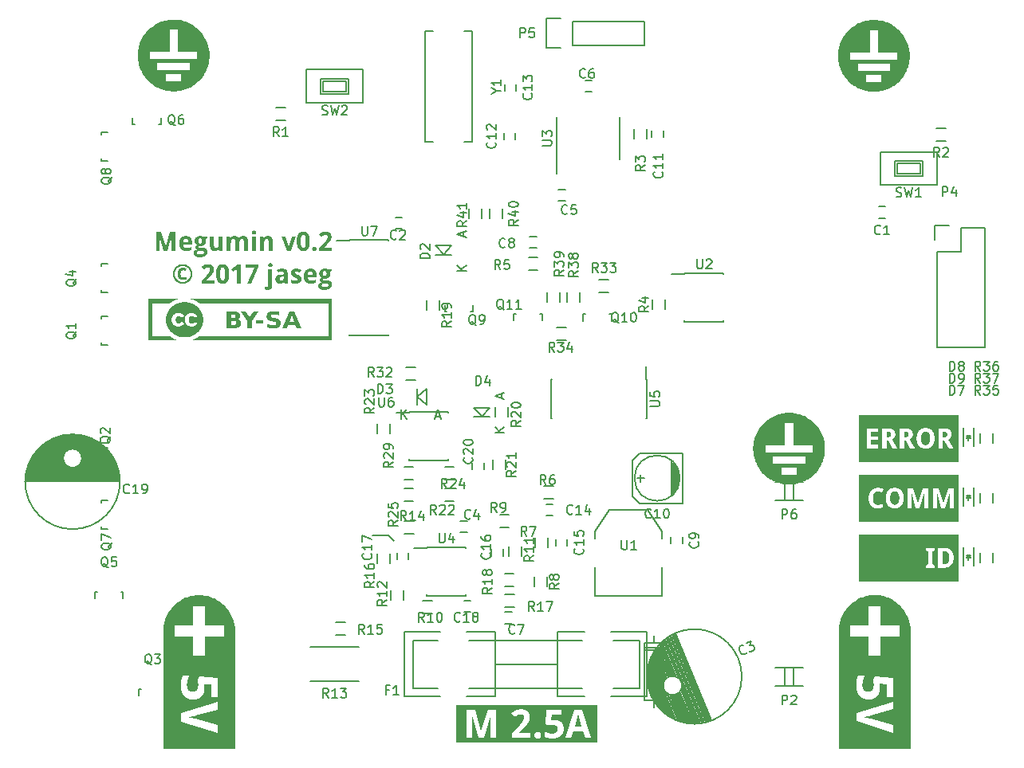
<source format=gbr>
G04 #@! TF.FileFunction,Legend,Top*
%FSLAX46Y46*%
G04 Gerber Fmt 4.6, Leading zero omitted, Abs format (unit mm)*
G04 Created by KiCad (PCBNEW 4.0.4-1.fc24-product) date Wed May 17 21:12:50 2017*
%MOMM*%
%LPD*%
G01*
G04 APERTURE LIST*
%ADD10C,0.100000*%
%ADD11C,0.200000*%
%ADD12C,0.150000*%
G04 APERTURE END LIST*
D10*
D11*
X84500000Y-99250000D02*
X82750000Y-99250000D01*
X84455000Y-99187000D02*
X85090000Y-99822000D01*
D10*
G36*
X61657725Y-44400968D02*
X61222816Y-45461507D01*
X62093184Y-45461507D01*
X62093184Y-47862600D01*
X64175676Y-47862600D01*
X64175676Y-48608946D01*
X62093184Y-48608946D01*
X61222816Y-48608946D01*
X59140324Y-48608946D01*
X59140324Y-47862600D01*
X61222816Y-47862600D01*
X61222816Y-45461507D01*
X61657725Y-44400968D01*
X61461526Y-44405942D01*
X61267903Y-44420676D01*
X61077096Y-44444933D01*
X60889343Y-44478471D01*
X60704885Y-44521053D01*
X60523960Y-44572438D01*
X60346809Y-44632386D01*
X60173671Y-44700659D01*
X60004785Y-44777016D01*
X59840391Y-44861219D01*
X59680728Y-44953027D01*
X59526037Y-45052202D01*
X59376556Y-45158503D01*
X59232525Y-45271691D01*
X59094183Y-45391527D01*
X58961771Y-45517771D01*
X58835527Y-45650183D01*
X58715691Y-45788525D01*
X58602503Y-45932556D01*
X58496202Y-46082037D01*
X58397027Y-46236728D01*
X58305219Y-46396391D01*
X58221016Y-46560785D01*
X58144659Y-46729671D01*
X58076386Y-46902809D01*
X58016438Y-47079960D01*
X57965053Y-47260885D01*
X57922471Y-47445343D01*
X57888933Y-47633096D01*
X57864676Y-47823903D01*
X57849942Y-48017526D01*
X57844968Y-48213725D01*
X57848917Y-48359318D01*
X57858418Y-48504601D01*
X57873459Y-48649416D01*
X57894027Y-48793603D01*
X65423627Y-48793603D01*
X65443779Y-48649392D01*
X65458406Y-48504569D01*
X65467494Y-48359294D01*
X65471032Y-48213725D01*
X65466333Y-48024647D01*
X65452349Y-47836854D01*
X65429207Y-47650657D01*
X65397039Y-47466368D01*
X65355973Y-47284302D01*
X65306139Y-47104769D01*
X65247666Y-46928084D01*
X65180684Y-46754557D01*
X65105323Y-46584502D01*
X65021711Y-46418231D01*
X64929978Y-46256057D01*
X64830254Y-46098292D01*
X64722668Y-45945249D01*
X64607350Y-45797240D01*
X64484429Y-45654579D01*
X64354034Y-45517576D01*
X64217013Y-45387202D01*
X64074334Y-45264301D01*
X63926308Y-45149004D01*
X63773250Y-45041441D01*
X63615470Y-44941739D01*
X63453283Y-44850030D01*
X63287000Y-44766442D01*
X63116934Y-44691105D01*
X62943398Y-44624148D01*
X62766703Y-44565701D01*
X62587164Y-44515892D01*
X62405091Y-44474853D01*
X62220799Y-44442711D01*
X62034598Y-44419597D01*
X61846803Y-44405639D01*
X61657725Y-44400968D01*
X61657725Y-44400968D01*
G37*
G36*
X58259482Y-49933516D02*
X60864526Y-50220148D01*
X62451475Y-50220148D01*
X62451475Y-50966494D01*
X60864526Y-50966494D01*
X60864526Y-50220148D01*
X58259482Y-49933516D01*
X58322155Y-50052338D01*
X58388630Y-50168326D01*
X58458807Y-50281421D01*
X58532587Y-50391560D01*
X58609870Y-50498683D01*
X58690557Y-50602728D01*
X58774550Y-50703634D01*
X58861748Y-50801340D01*
X58952051Y-50895784D01*
X59045362Y-50986906D01*
X59141579Y-51074643D01*
X59240605Y-51158936D01*
X59342339Y-51239722D01*
X59446682Y-51316941D01*
X59553535Y-51390531D01*
X59662799Y-51460431D01*
X59774373Y-51526580D01*
X59888159Y-51588916D01*
X60004057Y-51647379D01*
X60121968Y-51701907D01*
X60241792Y-51752438D01*
X60363430Y-51798913D01*
X60486783Y-51841268D01*
X60611752Y-51879444D01*
X60738236Y-51913379D01*
X60866137Y-51943012D01*
X60995355Y-51968281D01*
X61125791Y-51989125D01*
X61257345Y-52005484D01*
X61389918Y-52017295D01*
X61523411Y-52024498D01*
X61657725Y-52027032D01*
X61792207Y-52024667D01*
X61925872Y-52017621D01*
X62058620Y-52005954D01*
X62190351Y-51989727D01*
X62320966Y-51969003D01*
X62450364Y-51943842D01*
X62578446Y-51914307D01*
X62705113Y-51880457D01*
X62830263Y-51842355D01*
X62953798Y-51800062D01*
X63075618Y-51753639D01*
X63195623Y-51703148D01*
X63313714Y-51648650D01*
X63429790Y-51590207D01*
X63543751Y-51527880D01*
X63655498Y-51461730D01*
X63764932Y-51391818D01*
X63871952Y-51318206D01*
X63976458Y-51240956D01*
X64078352Y-51160129D01*
X64177532Y-51075786D01*
X64273900Y-50987988D01*
X64367355Y-50896797D01*
X64457798Y-50802274D01*
X64545129Y-50704481D01*
X64629248Y-50603479D01*
X64710056Y-50499330D01*
X64787452Y-50392094D01*
X64861337Y-50281833D01*
X64931611Y-50168609D01*
X64998174Y-50052483D01*
X65060927Y-49933516D01*
X58259482Y-49933516D01*
X58259482Y-49933516D01*
G37*
G36*
X57894027Y-48793603D02*
X59944547Y-49041650D01*
X63371453Y-49041650D01*
X63371453Y-49787995D01*
X59944547Y-49787995D01*
X59944547Y-49041650D01*
X57894027Y-48793603D01*
X57919829Y-48941822D01*
X57951417Y-49088738D01*
X57988740Y-49234183D01*
X58031742Y-49377991D01*
X58080371Y-49519994D01*
X58134573Y-49660028D01*
X58194294Y-49797924D01*
X58259482Y-49933516D01*
X65060927Y-49933516D01*
X65125759Y-49797871D01*
X65185126Y-49659937D01*
X65238977Y-49519882D01*
X65287258Y-49377872D01*
X65329916Y-49234072D01*
X65366899Y-49088650D01*
X65398154Y-48941771D01*
X65423627Y-48793603D01*
X57894027Y-48793603D01*
X57894027Y-48793603D01*
G37*
G36*
X68181032Y-116668827D02*
X66323987Y-116890415D01*
X66323987Y-117716135D01*
X64001166Y-118370979D01*
X63992505Y-118373441D01*
X63982840Y-118376029D01*
X63972170Y-118378742D01*
X63960496Y-118381583D01*
X63947818Y-118384554D01*
X63934137Y-118387654D01*
X63919452Y-118390886D01*
X63903765Y-118394251D01*
X63887074Y-118397750D01*
X63869380Y-118401384D01*
X63850684Y-118405154D01*
X63838192Y-118407954D01*
X63825557Y-118410761D01*
X63812780Y-118413576D01*
X63799860Y-118416396D01*
X63786796Y-118419221D01*
X63773588Y-118422051D01*
X63760235Y-118424882D01*
X63746737Y-118427716D01*
X63733093Y-118430549D01*
X63719302Y-118433383D01*
X63705365Y-118436215D01*
X63691280Y-118439044D01*
X63677046Y-118441869D01*
X63662665Y-118444689D01*
X63648134Y-118447504D01*
X63633453Y-118450311D01*
X63618623Y-118453110D01*
X63605284Y-118455881D01*
X63591944Y-118458638D01*
X63578601Y-118461380D01*
X63565257Y-118464108D01*
X63551911Y-118466821D01*
X63538564Y-118469520D01*
X63525216Y-118472204D01*
X63511867Y-118474873D01*
X63498518Y-118477528D01*
X63485169Y-118480168D01*
X63471819Y-118482794D01*
X63458471Y-118485405D01*
X63445123Y-118488002D01*
X63431775Y-118490583D01*
X63418430Y-118493150D01*
X63405085Y-118495702D01*
X63391743Y-118498240D01*
X63378402Y-118500763D01*
X63365064Y-118503271D01*
X63349380Y-118506199D01*
X63334004Y-118509044D01*
X63318937Y-118511807D01*
X63304178Y-118514486D01*
X63289727Y-118517082D01*
X63275586Y-118519596D01*
X63261753Y-118522028D01*
X63248229Y-118524376D01*
X63235015Y-118526642D01*
X63222110Y-118528826D01*
X63209515Y-118530928D01*
X63197230Y-118532947D01*
X63185255Y-118534884D01*
X63173590Y-118536739D01*
X63162236Y-118538511D01*
X63151192Y-118540202D01*
X63162236Y-118541893D01*
X63173590Y-118543666D01*
X63185255Y-118545521D01*
X63197230Y-118547458D01*
X63209515Y-118549477D01*
X63222110Y-118551579D01*
X63235015Y-118553762D01*
X63248229Y-118556029D01*
X63261753Y-118558377D01*
X63275586Y-118560808D01*
X63289727Y-118563322D01*
X63304178Y-118565919D01*
X63318937Y-118568598D01*
X63334004Y-118571360D01*
X63349380Y-118574206D01*
X63365064Y-118577134D01*
X63378394Y-118579642D01*
X63391710Y-118582165D01*
X63405012Y-118584702D01*
X63418299Y-118587255D01*
X63431573Y-118589822D01*
X63444832Y-118592403D01*
X63458077Y-118594999D01*
X63471307Y-118597610D01*
X63484523Y-118600236D01*
X63497724Y-118602876D01*
X63510910Y-118605531D01*
X63524082Y-118608201D01*
X63537239Y-118610885D01*
X63550381Y-118613583D01*
X63563509Y-118616296D01*
X63576621Y-118619024D01*
X63589718Y-118621766D01*
X63602800Y-118624523D01*
X63615867Y-118627294D01*
X63630698Y-118630391D01*
X63645378Y-118633469D01*
X63659909Y-118636529D01*
X63674290Y-118639571D01*
X63688523Y-118642594D01*
X63702608Y-118645600D01*
X63716546Y-118648587D01*
X63730336Y-118651556D01*
X63743980Y-118654507D01*
X63757479Y-118657440D01*
X63770832Y-118660354D01*
X63784040Y-118663250D01*
X63797104Y-118666128D01*
X63810024Y-118668987D01*
X63822801Y-118671828D01*
X63835436Y-118674651D01*
X63847928Y-118677455D01*
X63865125Y-118681753D01*
X63881520Y-118685853D01*
X63897113Y-118689756D01*
X63911902Y-118693467D01*
X63925886Y-118696988D01*
X63939065Y-118700322D01*
X63951437Y-118703473D01*
X63963002Y-118706444D01*
X63973758Y-118709239D01*
X63983705Y-118711859D01*
X63992841Y-118714309D01*
X64001166Y-118716591D01*
X66323987Y-119360962D01*
X66323987Y-120187234D01*
X62464929Y-118983379D01*
X62464929Y-118090962D01*
X66323987Y-116890415D01*
X68181032Y-116668827D01*
X60554968Y-116668827D01*
X60554968Y-121941200D01*
X68181032Y-121941200D01*
X68181032Y-116668827D01*
X68181032Y-116668827D01*
G37*
G36*
X68181032Y-109379556D02*
X66992060Y-108778731D01*
X66992060Y-109985892D01*
X64958076Y-109985892D01*
X64958076Y-112003340D01*
X63750914Y-112003340D01*
X63750914Y-109985892D01*
X61744491Y-109985892D01*
X61744491Y-108778731D01*
X63750914Y-108778731D01*
X63750914Y-106755771D01*
X64958076Y-106755771D01*
X64958076Y-108778731D01*
X66992060Y-108778731D01*
X68181032Y-109379556D01*
X68176058Y-109183357D01*
X68161324Y-108989734D01*
X68137067Y-108798927D01*
X68103529Y-108611174D01*
X68060947Y-108426716D01*
X68009562Y-108245791D01*
X67949614Y-108068640D01*
X67881341Y-107895502D01*
X67804984Y-107726616D01*
X67720781Y-107562222D01*
X67628973Y-107402560D01*
X67529798Y-107247868D01*
X67423497Y-107098387D01*
X67310309Y-106954356D01*
X67190473Y-106816014D01*
X67064229Y-106683602D01*
X66931817Y-106557358D01*
X66793475Y-106437522D01*
X66649444Y-106324334D01*
X66499963Y-106218033D01*
X66345272Y-106118858D01*
X66185609Y-106027050D01*
X66021215Y-105942848D01*
X65852329Y-105866490D01*
X65679191Y-105798217D01*
X65502040Y-105738269D01*
X65321115Y-105686884D01*
X65136657Y-105644302D01*
X64948904Y-105610764D01*
X64758097Y-105586507D01*
X64564474Y-105571773D01*
X64368275Y-105566800D01*
X64179197Y-105571471D01*
X63991402Y-105585428D01*
X63805201Y-105608542D01*
X63620909Y-105640684D01*
X63438836Y-105681724D01*
X63259297Y-105731532D01*
X63082602Y-105789979D01*
X62909066Y-105856936D01*
X62739000Y-105932273D01*
X62572717Y-106015861D01*
X62410530Y-106107570D01*
X62252750Y-106207272D01*
X62099692Y-106314835D01*
X61951666Y-106430132D01*
X61808987Y-106553033D01*
X61671966Y-106683407D01*
X61541571Y-106820410D01*
X61418650Y-106963071D01*
X61303332Y-107111080D01*
X61195746Y-107264123D01*
X61096022Y-107421888D01*
X61004289Y-107584062D01*
X60920677Y-107750333D01*
X60845316Y-107920388D01*
X60778334Y-108093915D01*
X60719861Y-108270601D01*
X60670027Y-108450133D01*
X60628961Y-108632200D01*
X60596793Y-108816488D01*
X60573651Y-109002685D01*
X60559667Y-109190478D01*
X60554968Y-109379556D01*
X60554968Y-113073800D01*
X68181032Y-113073800D01*
X68181032Y-109379556D01*
X68181032Y-109379556D01*
G37*
G36*
X68181032Y-113073800D02*
X66323987Y-114361439D01*
X66323987Y-116399282D01*
X65632212Y-116399282D01*
X65632212Y-115068649D01*
X64874842Y-115005259D01*
X64877306Y-115016643D01*
X64879769Y-115028270D01*
X64882231Y-115040138D01*
X64884693Y-115052247D01*
X64887155Y-115064594D01*
X64889616Y-115077179D01*
X64892077Y-115090001D01*
X64894539Y-115103058D01*
X64897000Y-115116349D01*
X64899462Y-115129873D01*
X64901923Y-115143628D01*
X64904385Y-115157614D01*
X64906848Y-115171829D01*
X64909310Y-115186271D01*
X64911774Y-115200940D01*
X64913494Y-115211895D01*
X64915133Y-115223138D01*
X64916691Y-115234670D01*
X64918168Y-115246491D01*
X64919563Y-115258600D01*
X64920877Y-115270997D01*
X64922108Y-115283683D01*
X64923256Y-115296656D01*
X64924322Y-115309917D01*
X64925304Y-115323466D01*
X64926203Y-115337302D01*
X64927018Y-115351425D01*
X64927748Y-115365835D01*
X64928394Y-115380532D01*
X64928955Y-115395516D01*
X64929430Y-115410787D01*
X64929820Y-115426343D01*
X64930124Y-115442186D01*
X64930341Y-115458315D01*
X64930472Y-115474730D01*
X64930515Y-115491431D01*
X64930449Y-115505997D01*
X64930250Y-115520503D01*
X64929918Y-115534950D01*
X64929453Y-115549337D01*
X64928856Y-115563665D01*
X64928126Y-115577934D01*
X64927263Y-115592143D01*
X64926267Y-115606293D01*
X64925139Y-115620383D01*
X64923879Y-115634414D01*
X64922485Y-115648386D01*
X64920960Y-115662298D01*
X64919301Y-115676151D01*
X64917510Y-115689945D01*
X64915587Y-115703679D01*
X64913531Y-115717353D01*
X64911343Y-115730969D01*
X64909022Y-115744524D01*
X64906569Y-115758021D01*
X64903983Y-115771458D01*
X64901265Y-115784836D01*
X64898415Y-115798155D01*
X64895433Y-115811414D01*
X64892318Y-115824614D01*
X64889070Y-115837754D01*
X64885691Y-115850835D01*
X64882179Y-115863857D01*
X64878535Y-115876819D01*
X64874759Y-115889723D01*
X64870851Y-115902566D01*
X64866810Y-115915351D01*
X64862638Y-115928076D01*
X64858333Y-115940742D01*
X64853896Y-115953349D01*
X64849042Y-115966658D01*
X64844050Y-115979857D01*
X64838917Y-115992948D01*
X64833646Y-116005930D01*
X64828236Y-116018803D01*
X64822687Y-116031568D01*
X64816998Y-116044224D01*
X64811171Y-116056771D01*
X64805204Y-116069210D01*
X64799098Y-116081540D01*
X64792853Y-116093761D01*
X64786469Y-116105874D01*
X64779946Y-116117879D01*
X64773284Y-116129775D01*
X64766482Y-116141563D01*
X64759541Y-116153242D01*
X64752461Y-116164813D01*
X64745242Y-116176276D01*
X64737884Y-116187631D01*
X64730386Y-116198878D01*
X64722749Y-116210017D01*
X64714973Y-116221047D01*
X64707058Y-116231970D01*
X64699003Y-116242784D01*
X64690809Y-116253491D01*
X64682476Y-116264090D01*
X64674004Y-116274581D01*
X64665392Y-116284964D01*
X64656641Y-116295239D01*
X64647750Y-116305407D01*
X64638721Y-116315467D01*
X64629552Y-116325419D01*
X64620524Y-116334955D01*
X64611359Y-116344364D01*
X64602057Y-116353646D01*
X64592618Y-116362802D01*
X64583042Y-116371832D01*
X64573328Y-116380736D01*
X64563478Y-116389513D01*
X64553491Y-116398163D01*
X64543368Y-116406688D01*
X64533108Y-116415086D01*
X64522711Y-116423358D01*
X64512178Y-116431504D01*
X64501509Y-116439524D01*
X64490704Y-116447418D01*
X64479763Y-116455185D01*
X64468686Y-116462827D01*
X64457473Y-116470342D01*
X64446124Y-116477732D01*
X64434640Y-116484995D01*
X64423021Y-116492132D01*
X64411266Y-116499144D01*
X64399375Y-116506029D01*
X64387350Y-116512789D01*
X64375190Y-116519423D01*
X64362894Y-116525931D01*
X64350464Y-116532313D01*
X64337899Y-116538569D01*
X64325200Y-116544699D01*
X64312365Y-116550704D01*
X64299397Y-116556583D01*
X64286294Y-116562336D01*
X64273057Y-116567964D01*
X64259686Y-116573466D01*
X64247796Y-116578252D01*
X64235811Y-116582907D01*
X64223731Y-116587432D01*
X64211556Y-116591825D01*
X64199286Y-116596088D01*
X64186920Y-116600220D01*
X64174459Y-116604222D01*
X64161903Y-116608092D01*
X64149251Y-116611832D01*
X64136504Y-116615441D01*
X64123661Y-116618918D01*
X64110722Y-116622265D01*
X64097687Y-116625481D01*
X64084556Y-116628566D01*
X64071329Y-116631520D01*
X64058007Y-116634343D01*
X64044588Y-116637035D01*
X64031072Y-116639596D01*
X64017461Y-116642025D01*
X64003752Y-116644324D01*
X63989948Y-116646491D01*
X63976046Y-116648528D01*
X63962048Y-116650433D01*
X63947954Y-116652206D01*
X63933762Y-116653849D01*
X63919473Y-116655360D01*
X63905088Y-116656740D01*
X63890605Y-116657989D01*
X63876025Y-116659106D01*
X63861348Y-116660092D01*
X63846573Y-116660947D01*
X63831701Y-116661670D01*
X63816731Y-116662262D01*
X63801664Y-116662722D01*
X63786499Y-116663051D01*
X63771236Y-116663248D01*
X63755875Y-116663314D01*
X63740953Y-116663259D01*
X63726103Y-116663093D01*
X63711323Y-116662817D01*
X63696616Y-116662431D01*
X63681979Y-116661934D01*
X63667415Y-116661327D01*
X63652922Y-116660609D01*
X63638500Y-116659780D01*
X63624150Y-116658841D01*
X63609872Y-116657792D01*
X63595665Y-116656632D01*
X63581530Y-116655361D01*
X63567466Y-116653980D01*
X63553474Y-116652489D01*
X63539554Y-116650886D01*
X63525706Y-116649173D01*
X63511929Y-116647350D01*
X63498224Y-116645415D01*
X63484591Y-116643370D01*
X63471030Y-116641215D01*
X63457540Y-116638948D01*
X63444122Y-116636571D01*
X63430776Y-116634083D01*
X63417502Y-116631484D01*
X63404300Y-116628775D01*
X63391170Y-116625955D01*
X63378111Y-116623024D01*
X63365125Y-116619982D01*
X63352211Y-116616829D01*
X63339368Y-116613565D01*
X63326598Y-116610191D01*
X63313899Y-116606706D01*
X63301273Y-116603109D01*
X63288718Y-116599402D01*
X63276236Y-116595584D01*
X63263826Y-116591655D01*
X63251488Y-116587615D01*
X63239222Y-116583464D01*
X63227028Y-116579202D01*
X63214906Y-116574828D01*
X63202857Y-116570344D01*
X63190880Y-116565749D01*
X63177522Y-116560402D01*
X63164272Y-116554921D01*
X63151131Y-116549304D01*
X63138098Y-116543552D01*
X63125174Y-116537665D01*
X63112358Y-116531643D01*
X63099650Y-116525486D01*
X63087051Y-116519194D01*
X63074560Y-116512767D01*
X63062177Y-116506205D01*
X63049902Y-116499508D01*
X63037735Y-116492676D01*
X63025677Y-116485710D01*
X63013726Y-116478608D01*
X63001884Y-116471371D01*
X62990150Y-116463999D01*
X62978524Y-116456492D01*
X62967006Y-116448850D01*
X62955595Y-116441073D01*
X62944293Y-116433162D01*
X62933099Y-116425115D01*
X62922012Y-116416933D01*
X62911034Y-116408616D01*
X62900163Y-116400165D01*
X62889401Y-116391578D01*
X62878746Y-116382857D01*
X62868198Y-116374000D01*
X62857759Y-116365009D01*
X62847427Y-116355883D01*
X62837203Y-116346621D01*
X62827087Y-116337225D01*
X62817078Y-116327694D01*
X62807177Y-116318028D01*
X62797384Y-116308227D01*
X62787698Y-116298291D01*
X62778120Y-116288220D01*
X62768649Y-116278015D01*
X62759902Y-116268207D01*
X62751259Y-116258276D01*
X62742720Y-116248222D01*
X62734285Y-116238045D01*
X62725954Y-116227745D01*
X62717726Y-116217322D01*
X62709603Y-116206776D01*
X62701583Y-116196108D01*
X62693668Y-116185317D01*
X62685856Y-116174404D01*
X62678149Y-116163369D01*
X62670545Y-116152211D01*
X62663046Y-116140931D01*
X62655650Y-116129529D01*
X62648359Y-116118005D01*
X62641172Y-116106359D01*
X62634088Y-116094592D01*
X62627109Y-116082702D01*
X62620234Y-116070691D01*
X62613463Y-116058559D01*
X62606796Y-116046305D01*
X62600234Y-116033929D01*
X62593775Y-116021433D01*
X62587421Y-116008815D01*
X62581171Y-115996076D01*
X62575025Y-115983217D01*
X62568983Y-115970236D01*
X62563046Y-115957135D01*
X62557212Y-115943912D01*
X62551483Y-115930570D01*
X62545859Y-115917106D01*
X62540338Y-115903523D01*
X62534922Y-115889819D01*
X62529610Y-115875994D01*
X62524403Y-115862050D01*
X62519300Y-115847985D01*
X62514301Y-115833801D01*
X62509407Y-115819496D01*
X62504617Y-115805072D01*
X62500727Y-115793128D01*
X62496920Y-115781108D01*
X62493197Y-115769012D01*
X62489556Y-115756840D01*
X62485999Y-115744592D01*
X62482525Y-115732268D01*
X62479134Y-115719869D01*
X62475826Y-115707393D01*
X62472601Y-115694841D01*
X62469460Y-115682213D01*
X62466402Y-115669510D01*
X62463428Y-115656730D01*
X62460537Y-115643873D01*
X62457729Y-115630941D01*
X62455004Y-115617933D01*
X62452363Y-115604848D01*
X62449806Y-115591687D01*
X62447332Y-115578449D01*
X62444941Y-115565136D01*
X62442634Y-115551746D01*
X62440411Y-115538279D01*
X62438271Y-115524737D01*
X62436215Y-115511118D01*
X62434242Y-115497422D01*
X62432353Y-115483650D01*
X62430548Y-115469801D01*
X62428826Y-115455876D01*
X62427188Y-115441874D01*
X62425634Y-115427796D01*
X62424164Y-115413641D01*
X62422778Y-115399409D01*
X62421475Y-115385101D01*
X62420256Y-115370716D01*
X62419121Y-115356254D01*
X62418070Y-115341715D01*
X62417103Y-115327100D01*
X62416220Y-115312407D01*
X62415421Y-115297638D01*
X62414706Y-115282792D01*
X62414075Y-115267869D01*
X62413528Y-115252869D01*
X62413065Y-115237793D01*
X62412686Y-115222639D01*
X62412392Y-115207408D01*
X62412181Y-115192100D01*
X62412055Y-115176715D01*
X62412013Y-115161253D01*
X62412043Y-115147432D01*
X62412133Y-115133623D01*
X62412284Y-115119826D01*
X62412495Y-115106041D01*
X62412765Y-115092267D01*
X62413096Y-115078506D01*
X62413488Y-115064756D01*
X62413939Y-115051018D01*
X62414450Y-115037292D01*
X62415020Y-115023578D01*
X62415651Y-115009876D01*
X62416342Y-114996186D01*
X62417092Y-114982508D01*
X62417902Y-114968842D01*
X62418772Y-114955188D01*
X62419701Y-114941546D01*
X62420691Y-114927916D01*
X62421739Y-114914299D01*
X62422847Y-114900693D01*
X62424015Y-114887099D01*
X62425242Y-114873518D01*
X62426595Y-114859291D01*
X62428016Y-114845116D01*
X62429504Y-114830995D01*
X62431059Y-114816926D01*
X62432681Y-114802911D01*
X62434369Y-114788948D01*
X62436124Y-114775038D01*
X62437945Y-114761181D01*
X62439833Y-114747377D01*
X62441786Y-114733626D01*
X62443806Y-114719927D01*
X62445891Y-114706282D01*
X62448042Y-114692689D01*
X62450259Y-114679149D01*
X62452541Y-114665661D01*
X62454889Y-114652226D01*
X62457302Y-114638844D01*
X62459779Y-114625514D01*
X62462322Y-114612237D01*
X62464929Y-114599013D01*
X62467474Y-114585428D01*
X62470107Y-114571903D01*
X62472829Y-114558437D01*
X62475639Y-114545030D01*
X62478536Y-114531683D01*
X62481522Y-114518395D01*
X62484596Y-114505166D01*
X62487758Y-114491995D01*
X62491007Y-114478884D01*
X62494344Y-114465831D01*
X62497769Y-114452836D01*
X62501282Y-114439900D01*
X62504882Y-114427022D01*
X62508570Y-114414201D01*
X62512345Y-114401439D01*
X62516208Y-114388735D01*
X62520158Y-114376088D01*
X62524195Y-114363498D01*
X62528319Y-114350966D01*
X62533019Y-114337376D01*
X62537805Y-114323933D01*
X62542677Y-114310637D01*
X62547636Y-114297487D01*
X62552682Y-114284485D01*
X62557817Y-114271629D01*
X62563041Y-114258919D01*
X62568355Y-114246356D01*
X62573760Y-114233939D01*
X62579257Y-114221668D01*
X62584846Y-114209543D01*
X62590529Y-114197564D01*
X62596306Y-114185731D01*
X62602178Y-114174043D01*
X62608146Y-114162500D01*
X62614210Y-114151103D01*
X62620372Y-114139851D01*
X63325376Y-114139851D01*
X63319184Y-114150821D01*
X63313027Y-114161993D01*
X63306907Y-114173367D01*
X63300823Y-114184943D01*
X63294775Y-114196721D01*
X63288764Y-114208700D01*
X63282789Y-114220880D01*
X63276851Y-114233261D01*
X63270950Y-114245844D01*
X63265084Y-114258627D01*
X63259256Y-114271611D01*
X63253464Y-114284796D01*
X63247709Y-114298181D01*
X63241990Y-114311766D01*
X63236308Y-114325552D01*
X63230663Y-114339537D01*
X63225055Y-114353722D01*
X63220359Y-114366526D01*
X63215719Y-114379374D01*
X63211135Y-114392266D01*
X63206608Y-114405203D01*
X63202137Y-114418184D01*
X63197723Y-114431209D01*
X63193366Y-114444278D01*
X63189067Y-114457392D01*
X63184827Y-114470549D01*
X63180644Y-114483750D01*
X63176520Y-114496995D01*
X63172455Y-114510284D01*
X63168450Y-114523617D01*
X63164504Y-114536993D01*
X63160618Y-114550412D01*
X63156792Y-114563875D01*
X63153027Y-114577382D01*
X63149323Y-114590932D01*
X63145680Y-114604525D01*
X63142542Y-114617720D01*
X63139463Y-114630908D01*
X63136441Y-114644090D01*
X63133477Y-114657268D01*
X63130569Y-114670441D01*
X63127718Y-114683610D01*
X63124921Y-114696776D01*
X63122180Y-114709941D01*
X63119492Y-114723103D01*
X63116858Y-114736266D01*
X63114277Y-114749428D01*
X63111748Y-114762591D01*
X63109270Y-114775755D01*
X63106843Y-114788921D01*
X63104466Y-114802091D01*
X63102139Y-114815264D01*
X63099861Y-114828441D01*
X63097632Y-114841623D01*
X63095450Y-114854811D01*
X63093315Y-114868006D01*
X63091316Y-114882630D01*
X63089427Y-114897174D01*
X63087649Y-114911636D01*
X63085981Y-114926017D01*
X63084425Y-114940318D01*
X63082981Y-114954537D01*
X63081649Y-114968675D01*
X63080430Y-114982732D01*
X63079324Y-114996707D01*
X63078333Y-115010601D01*
X63077456Y-115024413D01*
X63076695Y-115038144D01*
X63076049Y-115051793D01*
X63075519Y-115065360D01*
X63075106Y-115078845D01*
X63074810Y-115092249D01*
X63074633Y-115105570D01*
X63074573Y-115118809D01*
X63074659Y-115135963D01*
X63074917Y-115152916D01*
X63075347Y-115169668D01*
X63075950Y-115186219D01*
X63076724Y-115202569D01*
X63077670Y-115218719D01*
X63078789Y-115234668D01*
X63080080Y-115250415D01*
X63081543Y-115265962D01*
X63083178Y-115281309D01*
X63084986Y-115296454D01*
X63086966Y-115311398D01*
X63089119Y-115326141D01*
X63091444Y-115340684D01*
X63093942Y-115355025D01*
X63096612Y-115369166D01*
X63099455Y-115383106D01*
X63102470Y-115396844D01*
X63105658Y-115410382D01*
X63109018Y-115423719D01*
X63112552Y-115436854D01*
X63116258Y-115449789D01*
X63120136Y-115462523D01*
X63124188Y-115475056D01*
X63128413Y-115487387D01*
X63132810Y-115499518D01*
X63137380Y-115511447D01*
X63142124Y-115523176D01*
X63147040Y-115534703D01*
X63152129Y-115546030D01*
X63157392Y-115557155D01*
X63162827Y-115568079D01*
X63168436Y-115578802D01*
X63174218Y-115589324D01*
X63180173Y-115599645D01*
X63186301Y-115609765D01*
X63192603Y-115619684D01*
X63199078Y-115629401D01*
X63205726Y-115638917D01*
X63212548Y-115648232D01*
X63219543Y-115657346D01*
X63227237Y-115666700D01*
X63235157Y-115675811D01*
X63243303Y-115684678D01*
X63251676Y-115693301D01*
X63260275Y-115701682D01*
X63269100Y-115709819D01*
X63278152Y-115717713D01*
X63287430Y-115725363D01*
X63296934Y-115732771D01*
X63306663Y-115739935D01*
X63316619Y-115746856D01*
X63326801Y-115753533D01*
X63337209Y-115759968D01*
X63347843Y-115766160D01*
X63358702Y-115772108D01*
X63369788Y-115777813D01*
X63381099Y-115783276D01*
X63392636Y-115788495D01*
X63404399Y-115793471D01*
X63416387Y-115798205D01*
X63428600Y-115802695D01*
X63441040Y-115806942D01*
X63453705Y-115810947D01*
X63466595Y-115814709D01*
X63479711Y-115818227D01*
X63493052Y-115821503D01*
X63506618Y-115824536D01*
X63520410Y-115827327D01*
X63534427Y-115829874D01*
X63548669Y-115832179D01*
X63563136Y-115834241D01*
X63577828Y-115836061D01*
X63592746Y-115837638D01*
X63607888Y-115838972D01*
X63623255Y-115840063D01*
X63638848Y-115840912D01*
X63654665Y-115841518D01*
X63670707Y-115841882D01*
X63686974Y-115842003D01*
X63702705Y-115841863D01*
X63718224Y-115841443D01*
X63733530Y-115840743D01*
X63748623Y-115839763D01*
X63763504Y-115838502D01*
X63778173Y-115836961D01*
X63792629Y-115835140D01*
X63806873Y-115833039D01*
X63820904Y-115830656D01*
X63834723Y-115827994D01*
X63848330Y-115825051D01*
X63861725Y-115821827D01*
X63874907Y-115818322D01*
X63887878Y-115814537D01*
X63900637Y-115810471D01*
X63913183Y-115806123D01*
X63925518Y-115801495D01*
X63937641Y-115796586D01*
X63949552Y-115791396D01*
X63961251Y-115785925D01*
X63972738Y-115780173D01*
X63984014Y-115774139D01*
X63995078Y-115767824D01*
X64005931Y-115761228D01*
X64016572Y-115754350D01*
X64027001Y-115747190D01*
X64037220Y-115739750D01*
X64047226Y-115732027D01*
X64057022Y-115724023D01*
X64066606Y-115715737D01*
X64075979Y-115707170D01*
X64085141Y-115698320D01*
X64094092Y-115689189D01*
X64102831Y-115679775D01*
X64111360Y-115670080D01*
X64119677Y-115660103D01*
X64126594Y-115651647D01*
X64133348Y-115642979D01*
X64139940Y-115634096D01*
X64146368Y-115625001D01*
X64152634Y-115615692D01*
X64158738Y-115606169D01*
X64164678Y-115596433D01*
X64170456Y-115586483D01*
X64176071Y-115576319D01*
X64181524Y-115565942D01*
X64186814Y-115555351D01*
X64191941Y-115544546D01*
X64196905Y-115533527D01*
X64201707Y-115522295D01*
X64206346Y-115510848D01*
X64210822Y-115499188D01*
X64215136Y-115487314D01*
X64219287Y-115475226D01*
X64223275Y-115462924D01*
X64227100Y-115450407D01*
X64230763Y-115437677D01*
X64234262Y-115424733D01*
X64237600Y-115411574D01*
X64240774Y-115398201D01*
X64243786Y-115384614D01*
X64246634Y-115370813D01*
X64249320Y-115356797D01*
X64251844Y-115342567D01*
X64254204Y-115328123D01*
X64256402Y-115313465D01*
X64258437Y-115298591D01*
X64260309Y-115283504D01*
X64262019Y-115268202D01*
X64263565Y-115252685D01*
X64264949Y-115236954D01*
X64266170Y-115221008D01*
X64267229Y-115204848D01*
X64268124Y-115188472D01*
X64268857Y-115171883D01*
X64269427Y-115155078D01*
X64269834Y-115138058D01*
X64270078Y-115120824D01*
X64270159Y-115103375D01*
X64270099Y-115090799D01*
X64269916Y-115078030D01*
X64269609Y-115065071D01*
X64269175Y-115051928D01*
X64268613Y-115038605D01*
X64267922Y-115025104D01*
X64267098Y-115011431D01*
X64266140Y-114997590D01*
X64265046Y-114983585D01*
X64263814Y-114969419D01*
X64262442Y-114955098D01*
X64260962Y-114941190D01*
X64259403Y-114927298D01*
X64257761Y-114913419D01*
X64256036Y-114899550D01*
X64254226Y-114885686D01*
X64252330Y-114871824D01*
X64250345Y-114857960D01*
X64248271Y-114844090D01*
X64246106Y-114830212D01*
X64243848Y-114816320D01*
X64241496Y-114802411D01*
X64239070Y-114789012D01*
X64236594Y-114775690D01*
X64234068Y-114762449D01*
X64231495Y-114749290D01*
X64228875Y-114736215D01*
X64226212Y-114723226D01*
X64223505Y-114710325D01*
X64220757Y-114697515D01*
X64217969Y-114684797D01*
X64215144Y-114672174D01*
X64212282Y-114659647D01*
X64209310Y-114644633D01*
X64206263Y-114630091D01*
X64203143Y-114616017D01*
X64199954Y-114602405D01*
X64196698Y-114589252D01*
X64193379Y-114576553D01*
X64189999Y-114564304D01*
X64186560Y-114552499D01*
X64183067Y-114541135D01*
X64357251Y-114216470D01*
X66323987Y-114361439D01*
X68181032Y-113073800D01*
X60554968Y-113073800D01*
X60554968Y-116774660D01*
X68181032Y-116774660D01*
X68181032Y-113073800D01*
X68181032Y-113073800D01*
G37*
G36*
X126999725Y-86186968D02*
X126564816Y-87247507D01*
X127435184Y-87247507D01*
X127435184Y-89648600D01*
X129517676Y-89648600D01*
X129517676Y-90394946D01*
X127435184Y-90394946D01*
X126564816Y-90394946D01*
X124482324Y-90394946D01*
X124482324Y-89648600D01*
X126564816Y-89648600D01*
X126564816Y-87247507D01*
X126999725Y-86186968D01*
X126803526Y-86191942D01*
X126609903Y-86206676D01*
X126419096Y-86230933D01*
X126231343Y-86264471D01*
X126046885Y-86307053D01*
X125865960Y-86358438D01*
X125688809Y-86418386D01*
X125515671Y-86486659D01*
X125346785Y-86563016D01*
X125182391Y-86647219D01*
X125022728Y-86739027D01*
X124868037Y-86838202D01*
X124718556Y-86944503D01*
X124574525Y-87057691D01*
X124436183Y-87177527D01*
X124303771Y-87303771D01*
X124177527Y-87436183D01*
X124057691Y-87574525D01*
X123944503Y-87718556D01*
X123838202Y-87868037D01*
X123739027Y-88022728D01*
X123647219Y-88182391D01*
X123563016Y-88346785D01*
X123486659Y-88515671D01*
X123418386Y-88688809D01*
X123358438Y-88865960D01*
X123307053Y-89046885D01*
X123264471Y-89231343D01*
X123230933Y-89419096D01*
X123206676Y-89609903D01*
X123191942Y-89803526D01*
X123186968Y-89999725D01*
X123190917Y-90145318D01*
X123200418Y-90290601D01*
X123215459Y-90435416D01*
X123236027Y-90579603D01*
X130765627Y-90579603D01*
X130785779Y-90435392D01*
X130800406Y-90290569D01*
X130809494Y-90145294D01*
X130813032Y-89999725D01*
X130808333Y-89810647D01*
X130794349Y-89622854D01*
X130771207Y-89436657D01*
X130739039Y-89252368D01*
X130697973Y-89070302D01*
X130648139Y-88890769D01*
X130589666Y-88714084D01*
X130522684Y-88540557D01*
X130447323Y-88370502D01*
X130363711Y-88204231D01*
X130271978Y-88042057D01*
X130172254Y-87884292D01*
X130064668Y-87731249D01*
X129949350Y-87583240D01*
X129826429Y-87440579D01*
X129696034Y-87303576D01*
X129559013Y-87173202D01*
X129416334Y-87050301D01*
X129268308Y-86935004D01*
X129115250Y-86827441D01*
X128957470Y-86727739D01*
X128795283Y-86636030D01*
X128629000Y-86552442D01*
X128458934Y-86477105D01*
X128285398Y-86410148D01*
X128108703Y-86351701D01*
X127929164Y-86301892D01*
X127747091Y-86260853D01*
X127562799Y-86228711D01*
X127376598Y-86205597D01*
X127188803Y-86191639D01*
X126999725Y-86186968D01*
X126999725Y-86186968D01*
G37*
G36*
X123601482Y-91719516D02*
X126206526Y-92006148D01*
X127793475Y-92006148D01*
X127793475Y-92752494D01*
X126206526Y-92752494D01*
X126206526Y-92006148D01*
X123601482Y-91719516D01*
X123664155Y-91838338D01*
X123730630Y-91954326D01*
X123800807Y-92067421D01*
X123874587Y-92177560D01*
X123951870Y-92284683D01*
X124032557Y-92388728D01*
X124116550Y-92489634D01*
X124203748Y-92587340D01*
X124294051Y-92681784D01*
X124387362Y-92772906D01*
X124483579Y-92860643D01*
X124582605Y-92944936D01*
X124684339Y-93025722D01*
X124788682Y-93102941D01*
X124895535Y-93176531D01*
X125004799Y-93246431D01*
X125116373Y-93312580D01*
X125230159Y-93374916D01*
X125346057Y-93433379D01*
X125463968Y-93487907D01*
X125583792Y-93538438D01*
X125705430Y-93584913D01*
X125828783Y-93627268D01*
X125953752Y-93665444D01*
X126080236Y-93699379D01*
X126208137Y-93729012D01*
X126337355Y-93754281D01*
X126467791Y-93775125D01*
X126599345Y-93791484D01*
X126731918Y-93803295D01*
X126865411Y-93810498D01*
X126999725Y-93813032D01*
X127134207Y-93810667D01*
X127267872Y-93803621D01*
X127400620Y-93791954D01*
X127532351Y-93775727D01*
X127662966Y-93755003D01*
X127792364Y-93729842D01*
X127920446Y-93700307D01*
X128047113Y-93666457D01*
X128172263Y-93628355D01*
X128295798Y-93586062D01*
X128417618Y-93539639D01*
X128537623Y-93489148D01*
X128655714Y-93434650D01*
X128771790Y-93376207D01*
X128885751Y-93313880D01*
X128997498Y-93247730D01*
X129106932Y-93177818D01*
X129213952Y-93104206D01*
X129318458Y-93026956D01*
X129420352Y-92946129D01*
X129519532Y-92861786D01*
X129615900Y-92773988D01*
X129709355Y-92682797D01*
X129799798Y-92588274D01*
X129887129Y-92490481D01*
X129971248Y-92389479D01*
X130052056Y-92285330D01*
X130129452Y-92178094D01*
X130203337Y-92067833D01*
X130273611Y-91954609D01*
X130340174Y-91838483D01*
X130402927Y-91719516D01*
X123601482Y-91719516D01*
X123601482Y-91719516D01*
G37*
G36*
X123236027Y-90579603D02*
X125286547Y-90827650D01*
X128713453Y-90827650D01*
X128713453Y-91573995D01*
X125286547Y-91573995D01*
X125286547Y-90827650D01*
X123236027Y-90579603D01*
X123261829Y-90727822D01*
X123293417Y-90874738D01*
X123330740Y-91020183D01*
X123373742Y-91163991D01*
X123422371Y-91305994D01*
X123476573Y-91446028D01*
X123536294Y-91583924D01*
X123601482Y-91719516D01*
X130402927Y-91719516D01*
X130467759Y-91583871D01*
X130527126Y-91445937D01*
X130580977Y-91305882D01*
X130629258Y-91163872D01*
X130671916Y-91020072D01*
X130708899Y-90874650D01*
X130740154Y-90727771D01*
X130765627Y-90579603D01*
X123236027Y-90579603D01*
X123236027Y-90579603D01*
G37*
D12*
X147280000Y-102100000D02*
X147280000Y-101100000D01*
X148630000Y-101100000D02*
X148630000Y-102100000D01*
X115277900Y-93764100D02*
X115277900Y-92367100D01*
X115150900Y-94018100D02*
X115150900Y-92240100D01*
X115023900Y-94399100D02*
X115023900Y-91859100D01*
X114896900Y-91732100D02*
X114896900Y-94526100D01*
X114769900Y-94653100D02*
X114769900Y-91605100D01*
X114642900Y-91478100D02*
X114642900Y-94780100D01*
X114515900Y-94907100D02*
X114515900Y-91351100D01*
X115658900Y-95796100D02*
X111086900Y-95796100D01*
X111086900Y-95796100D02*
X110324900Y-95034100D01*
X110324900Y-95034100D02*
X110324900Y-91224100D01*
X110324900Y-91224100D02*
X111086900Y-90462100D01*
X111086900Y-90462100D02*
X115658900Y-90462100D01*
X115658900Y-90462100D02*
X115658900Y-95796100D01*
X110832900Y-93129100D02*
X111594900Y-93129100D01*
X111213900Y-93510100D02*
X111213900Y-92748100D01*
X115404900Y-93129100D02*
G75*
G03X115404900Y-93129100I-2413000J0D01*
G01*
X88381840Y-45661580D02*
X88381840Y-57360820D01*
X93380560Y-57360820D02*
X93380560Y-45661580D01*
X88381840Y-57360820D02*
X89230200Y-57360820D01*
X93380560Y-57360820D02*
X92532200Y-57360820D01*
X88381840Y-45661580D02*
X89230200Y-45661580D01*
X93380560Y-45661580D02*
X92532200Y-45661580D01*
X90373200Y-69437440D02*
X89472400Y-68436680D01*
X89472400Y-68436680D02*
X91172400Y-68436680D01*
X91172400Y-68436680D02*
X90322400Y-69437440D01*
X89472400Y-69437440D02*
X91172400Y-69437440D01*
X94411800Y-86633240D02*
X93511000Y-85632480D01*
X93511000Y-85632480D02*
X95211000Y-85632480D01*
X95211000Y-85632480D02*
X94361000Y-86633240D01*
X93511000Y-86633240D02*
X95211000Y-86633240D01*
X87483760Y-84505800D02*
X88484520Y-83605000D01*
X88484520Y-83605000D02*
X88484520Y-85305000D01*
X88484520Y-85305000D02*
X87483760Y-84455000D01*
X87483760Y-83605000D02*
X87483760Y-85305000D01*
X76140000Y-111078000D02*
X81340000Y-111078000D01*
X81340000Y-114728000D02*
X76140000Y-114728000D01*
X137205200Y-65484300D02*
X136505200Y-65484300D01*
X136505200Y-64284300D02*
X137205200Y-64284300D01*
X85922600Y-66589200D02*
X85222600Y-66589200D01*
X85222600Y-65389200D02*
X85922600Y-65389200D01*
X92106000Y-97698000D02*
X92806000Y-97698000D01*
X92806000Y-98898000D02*
X92106000Y-98898000D01*
X102520000Y-62442800D02*
X103220000Y-62442800D01*
X103220000Y-63642800D02*
X102520000Y-63642800D01*
X106090200Y-52060400D02*
X105390200Y-52060400D01*
X105390200Y-50860400D02*
X106090200Y-50860400D01*
X96855800Y-107375400D02*
X97555800Y-107375400D01*
X97555800Y-108575400D02*
X96855800Y-108575400D01*
X99472000Y-67446600D02*
X100172000Y-67446600D01*
X100172000Y-68646600D02*
X99472000Y-68646600D01*
X115662000Y-99395800D02*
X115662000Y-100095800D01*
X114462000Y-100095800D02*
X114462000Y-99395800D01*
X113630000Y-56215800D02*
X113630000Y-56915800D01*
X112430000Y-56915800D02*
X112430000Y-56215800D01*
X96732800Y-57144400D02*
X96732800Y-56444400D01*
X97932800Y-56444400D02*
X97932800Y-57144400D01*
X97983600Y-51262800D02*
X97983600Y-51962800D01*
X96783600Y-51962800D02*
X96783600Y-51262800D01*
X101886500Y-97120000D02*
X101186500Y-97120000D01*
X101186500Y-95920000D02*
X101886500Y-95920000D01*
X103419200Y-99624400D02*
X103419200Y-100324400D01*
X102219200Y-100324400D02*
X102219200Y-99624400D01*
X96612000Y-100678500D02*
X96612000Y-101378500D01*
X95412000Y-101378500D02*
X95412000Y-100678500D01*
X86553600Y-101059500D02*
X86553600Y-101759500D01*
X85353600Y-101759500D02*
X85353600Y-101059500D01*
X92461600Y-106143500D02*
X93161600Y-106143500D01*
X93161600Y-107343500D02*
X92461600Y-107343500D01*
X94580000Y-91471000D02*
X94580000Y-92171000D01*
X93380000Y-92171000D02*
X93380000Y-91471000D01*
X145500000Y-100500000D02*
X145500000Y-102400000D01*
X146600000Y-100500000D02*
X146600000Y-102400000D01*
X146050000Y-101400000D02*
X146050000Y-101850000D01*
X146300000Y-101350000D02*
X145800000Y-101350000D01*
X146050000Y-101350000D02*
X146300000Y-101600000D01*
X146300000Y-101600000D02*
X145800000Y-101600000D01*
X145800000Y-101600000D02*
X146050000Y-101350000D01*
X145500000Y-87800000D02*
X145500000Y-89700000D01*
X146600000Y-87800000D02*
X146600000Y-89700000D01*
X146050000Y-88700000D02*
X146050000Y-89150000D01*
X146300000Y-88650000D02*
X145800000Y-88650000D01*
X146050000Y-88650000D02*
X146300000Y-88900000D01*
X146300000Y-88900000D02*
X145800000Y-88900000D01*
X145800000Y-88900000D02*
X146050000Y-88650000D01*
X145500000Y-94150000D02*
X145500000Y-96050000D01*
X146600000Y-94150000D02*
X146600000Y-96050000D01*
X146050000Y-95050000D02*
X146050000Y-95500000D01*
X146300000Y-95000000D02*
X145800000Y-95000000D01*
X146050000Y-95000000D02*
X146300000Y-95250000D01*
X146300000Y-95250000D02*
X145800000Y-95250000D01*
X145800000Y-95250000D02*
X146050000Y-95000000D01*
X102311200Y-112903000D02*
X95808800Y-112903000D01*
X102400100Y-109474000D02*
X105321100Y-109474000D01*
X111925100Y-109474000D02*
X108115100Y-109474000D01*
X111163100Y-110363000D02*
X108369100Y-110363000D01*
X102400100Y-110363000D02*
X105067100Y-110363000D01*
X111925100Y-116332000D02*
X108115100Y-116332000D01*
X111163100Y-115443000D02*
X108369100Y-115443000D01*
X102400100Y-116332000D02*
X105321100Y-116332000D01*
X102400100Y-115443000D02*
X105067100Y-115443000D01*
X95844360Y-116332000D02*
X92796360Y-116332000D01*
X95844360Y-115443000D02*
X93050360Y-115443000D01*
X95844360Y-110363000D02*
X93050360Y-110363000D01*
X95844360Y-109474000D02*
X92796360Y-109474000D01*
X86192360Y-109474000D02*
X90002360Y-109474000D01*
X87081360Y-110363000D02*
X89748360Y-110363000D01*
X86192360Y-116332000D02*
X90002360Y-116332000D01*
X87081360Y-115443000D02*
X89748360Y-115443000D01*
X86192360Y-116332000D02*
X86192360Y-109474000D01*
X95844360Y-109474000D02*
X95844360Y-110363000D01*
X95844360Y-116332000D02*
X95844360Y-115443000D01*
X111927640Y-116332000D02*
X111927640Y-109474000D01*
X102402640Y-109474000D02*
X102402640Y-110363000D01*
X102402640Y-116332000D02*
X102402640Y-115316000D01*
X93345000Y-110363000D02*
X105029000Y-110363000D01*
X104902000Y-115443000D02*
X93345000Y-115443000D01*
X102402640Y-112903000D02*
X102402640Y-115443000D01*
X111165640Y-115443000D02*
X111165640Y-110363000D01*
X102402640Y-110363000D02*
X102402640Y-112903000D01*
X95844360Y-112903000D02*
X95844360Y-115443000D01*
X87083900Y-115443000D02*
X87083900Y-110363000D01*
X95844360Y-110363000D02*
X95844360Y-112903000D01*
X147828000Y-66548000D02*
X147828000Y-79248000D01*
X147828000Y-79248000D02*
X142748000Y-79248000D01*
X142748000Y-79248000D02*
X142748000Y-69088000D01*
X147828000Y-66548000D02*
X145288000Y-66548000D01*
X144018000Y-66268000D02*
X142468000Y-66268000D01*
X145288000Y-66548000D02*
X145288000Y-69088000D01*
X145288000Y-69088000D02*
X142748000Y-69088000D01*
X142468000Y-66268000D02*
X142468000Y-67818000D01*
X104013000Y-44577000D02*
X111633000Y-44577000D01*
X104013000Y-47117000D02*
X111633000Y-47117000D01*
X101193000Y-47397000D02*
X102743000Y-47397000D01*
X111633000Y-44577000D02*
X111633000Y-47117000D01*
X104013000Y-47117000D02*
X104013000Y-44577000D01*
X102743000Y-44297000D02*
X101193000Y-44297000D01*
X101193000Y-44297000D02*
X101193000Y-47397000D01*
X54660800Y-78969820D02*
X53959760Y-78969820D01*
X53959760Y-78969820D02*
X53959760Y-78720900D01*
X53959760Y-76170840D02*
X53959760Y-75970180D01*
X53959760Y-75970180D02*
X54660800Y-75970180D01*
X54660800Y-92939820D02*
X53959760Y-92939820D01*
X53959760Y-92939820D02*
X53959760Y-92690900D01*
X53959760Y-90140840D02*
X53959760Y-89940180D01*
X53959760Y-89940180D02*
X54660800Y-89940180D01*
X57936180Y-116255800D02*
X57936180Y-115554760D01*
X57936180Y-115554760D02*
X58185100Y-115554760D01*
X60735160Y-115554760D02*
X60935820Y-115554760D01*
X60935820Y-115554760D02*
X60935820Y-116255800D01*
X54660800Y-73381820D02*
X53959760Y-73381820D01*
X53959760Y-73381820D02*
X53959760Y-73132900D01*
X53959760Y-70582840D02*
X53959760Y-70382180D01*
X53959760Y-70382180D02*
X54660800Y-70382180D01*
X53300180Y-105922800D02*
X53300180Y-105221760D01*
X53300180Y-105221760D02*
X53549100Y-105221760D01*
X56099160Y-105221760D02*
X56299820Y-105221760D01*
X56299820Y-105221760D02*
X56299820Y-105922800D01*
X60300820Y-54813200D02*
X60300820Y-55514240D01*
X60300820Y-55514240D02*
X60051900Y-55514240D01*
X57501840Y-55514240D02*
X57301180Y-55514240D01*
X57301180Y-55514240D02*
X57301180Y-54813200D01*
X54660800Y-98527820D02*
X53959760Y-98527820D01*
X53959760Y-98527820D02*
X53959760Y-98278900D01*
X53959760Y-95728840D02*
X53959760Y-95528180D01*
X53959760Y-95528180D02*
X54660800Y-95528180D01*
X54660800Y-59411820D02*
X53959760Y-59411820D01*
X53959760Y-59411820D02*
X53959760Y-59162900D01*
X53959760Y-56612840D02*
X53959760Y-56412180D01*
X53959760Y-56412180D02*
X54660800Y-56412180D01*
X93447820Y-74726800D02*
X93447820Y-75427840D01*
X93447820Y-75427840D02*
X93198900Y-75427840D01*
X90648840Y-75427840D02*
X90448180Y-75427840D01*
X90448180Y-75427840D02*
X90448180Y-74726800D01*
X105129380Y-76403200D02*
X105129380Y-75702160D01*
X105129380Y-75702160D02*
X105378300Y-75702160D01*
X107928360Y-75702160D02*
X108129020Y-75702160D01*
X108129020Y-75702160D02*
X108129020Y-76403200D01*
X97763380Y-76352400D02*
X97763380Y-75651360D01*
X97763380Y-75651360D02*
X98012300Y-75651360D01*
X100562360Y-75651360D02*
X100763020Y-75651360D01*
X100763020Y-75651360D02*
X100763020Y-76352400D01*
X72512300Y-53782600D02*
X73512300Y-53782600D01*
X73512300Y-55132600D02*
X72512300Y-55132600D01*
X142629000Y-55967000D02*
X143629000Y-55967000D01*
X143629000Y-57317000D02*
X142629000Y-57317000D01*
X111876200Y-56065800D02*
X111876200Y-57065800D01*
X110526200Y-57065800D02*
X110526200Y-56065800D01*
X112482000Y-75176000D02*
X112482000Y-74176000D01*
X113832000Y-74176000D02*
X113832000Y-75176000D01*
X100322000Y-71033000D02*
X99322000Y-71033000D01*
X99322000Y-69683000D02*
X100322000Y-69683000D01*
X100973000Y-93940000D02*
X101973000Y-93940000D01*
X101973000Y-95290000D02*
X100973000Y-95290000D01*
X100036000Y-100449000D02*
X100036000Y-99449000D01*
X101386000Y-99449000D02*
X101386000Y-100449000D01*
X101322500Y-103640000D02*
X101322500Y-104640000D01*
X99972500Y-104640000D02*
X99972500Y-103640000D01*
X97274000Y-98338000D02*
X96274000Y-98338000D01*
X96274000Y-96988000D02*
X97274000Y-96988000D01*
X89095200Y-107469300D02*
X88095200Y-107469300D01*
X88095200Y-106119300D02*
X89095200Y-106119300D01*
X97242000Y-101401500D02*
X97242000Y-100401500D01*
X98592000Y-100401500D02*
X98592000Y-101401500D01*
X84719800Y-106075100D02*
X84719800Y-105075100D01*
X86069800Y-105075100D02*
X86069800Y-106075100D01*
X86164800Y-97724600D02*
X87164800Y-97724600D01*
X87164800Y-99074600D02*
X86164800Y-99074600D01*
X78875000Y-108418000D02*
X79875000Y-108418000D01*
X79875000Y-109768000D02*
X78875000Y-109768000D01*
X83246600Y-102201600D02*
X83246600Y-101201600D01*
X84596600Y-101201600D02*
X84596600Y-102201600D01*
X96845500Y-105497000D02*
X97845500Y-105497000D01*
X97845500Y-106847000D02*
X96845500Y-106847000D01*
X97782000Y-104624500D02*
X96782000Y-104624500D01*
X96782000Y-103274500D02*
X97782000Y-103274500D01*
X88529800Y-75277600D02*
X88529800Y-74277600D01*
X89879800Y-74277600D02*
X89879800Y-75277600D01*
X97195000Y-85606000D02*
X97195000Y-86606000D01*
X95845000Y-86606000D02*
X95845000Y-85606000D01*
X84622000Y-87384000D02*
X84622000Y-88384000D01*
X83272000Y-88384000D02*
X83272000Y-87384000D01*
X147280000Y-89400000D02*
X147280000Y-88400000D01*
X148630000Y-88400000D02*
X148630000Y-89400000D01*
X147280000Y-95750000D02*
X147280000Y-94750000D01*
X148630000Y-94750000D02*
X148630000Y-95750000D01*
X103465000Y-74414000D02*
X103465000Y-73414000D01*
X104815000Y-73414000D02*
X104815000Y-74414000D01*
X101306000Y-74414000D02*
X101306000Y-73414000D01*
X102656000Y-73414000D02*
X102656000Y-74414000D01*
X95210000Y-65524000D02*
X95210000Y-64524000D01*
X96560000Y-64524000D02*
X96560000Y-65524000D01*
X93051000Y-65524000D02*
X93051000Y-64524000D01*
X94401000Y-64524000D02*
X94401000Y-65524000D01*
X106426000Y-102565200D02*
X106426000Y-105613200D01*
X106426000Y-105613200D02*
X113538000Y-105613200D01*
X113538000Y-105613200D02*
X113538000Y-102565200D01*
X106426000Y-99517200D02*
X106426000Y-98755200D01*
X106426000Y-98755200D02*
X107950000Y-96469200D01*
X107950000Y-96469200D02*
X112014000Y-96469200D01*
X112014000Y-96469200D02*
X113538000Y-98755200D01*
X113538000Y-98755200D02*
X113538000Y-99517200D01*
X115908000Y-71339000D02*
X115908000Y-71484000D01*
X120058000Y-71339000D02*
X120058000Y-71484000D01*
X120058000Y-76489000D02*
X120058000Y-76344000D01*
X115908000Y-76489000D02*
X115908000Y-76344000D01*
X115908000Y-71339000D02*
X120058000Y-71339000D01*
X115908000Y-76489000D02*
X120058000Y-76489000D01*
X115908000Y-71484000D02*
X114508000Y-71484000D01*
X109039000Y-59248000D02*
X109039000Y-54798000D01*
X102289000Y-60773000D02*
X102289000Y-54798000D01*
X88552200Y-100460100D02*
X88552200Y-100605100D01*
X92702200Y-100460100D02*
X92702200Y-100605100D01*
X92702200Y-105610100D02*
X92702200Y-105465100D01*
X88552200Y-105610100D02*
X88552200Y-105465100D01*
X88552200Y-100460100D02*
X92702200Y-100460100D01*
X88552200Y-105610100D02*
X92702200Y-105610100D01*
X88552200Y-100605100D02*
X87152200Y-100605100D01*
X111882000Y-82634000D02*
X111777000Y-82634000D01*
X111882000Y-86784000D02*
X111777000Y-86784000D01*
X101732000Y-86784000D02*
X101837000Y-86784000D01*
X101732000Y-82634000D02*
X101837000Y-82634000D01*
X111882000Y-82634000D02*
X111882000Y-86784000D01*
X101732000Y-82634000D02*
X101732000Y-86784000D01*
X111777000Y-82634000D02*
X111777000Y-81259000D01*
X86698000Y-86071000D02*
X86698000Y-86216000D01*
X90848000Y-86071000D02*
X90848000Y-86216000D01*
X90848000Y-91221000D02*
X90848000Y-91076000D01*
X86698000Y-91221000D02*
X86698000Y-91076000D01*
X86698000Y-86071000D02*
X90848000Y-86071000D01*
X86698000Y-91221000D02*
X90848000Y-91221000D01*
X86698000Y-86216000D02*
X85298000Y-86216000D01*
X80348000Y-67823000D02*
X80348000Y-67928000D01*
X84498000Y-67823000D02*
X84498000Y-67928000D01*
X84498000Y-77973000D02*
X84498000Y-77868000D01*
X80348000Y-77973000D02*
X80348000Y-77868000D01*
X80348000Y-67823000D02*
X84498000Y-67823000D01*
X80348000Y-77973000D02*
X84498000Y-77973000D01*
X80348000Y-67928000D02*
X78973000Y-67928000D01*
X96941000Y-91194000D02*
X96941000Y-92194000D01*
X95591000Y-92194000D02*
X95591000Y-91194000D01*
X91432000Y-95607500D02*
X90432000Y-95607500D01*
X90432000Y-94257500D02*
X91432000Y-94257500D01*
X90432000Y-91971500D02*
X91432000Y-91971500D01*
X91432000Y-93321500D02*
X90432000Y-93321500D01*
X86114000Y-94257500D02*
X87114000Y-94257500D01*
X87114000Y-95607500D02*
X86114000Y-95607500D01*
X87114000Y-93321500D02*
X86114000Y-93321500D01*
X86114000Y-91971500D02*
X87114000Y-91971500D01*
X86304500Y-81367000D02*
X87304500Y-81367000D01*
X87304500Y-82717000D02*
X86304500Y-82717000D01*
X107840400Y-73369800D02*
X106840400Y-73369800D01*
X106840400Y-72019800D02*
X107840400Y-72019800D01*
X103319200Y-78500600D02*
X102319200Y-78500600D01*
X102319200Y-77150600D02*
X103319200Y-77150600D01*
X118784045Y-118853884D02*
X114957976Y-109616936D01*
X118653171Y-118903764D02*
X114830163Y-109674207D01*
X118520766Y-118949948D02*
X114703882Y-109735174D01*
X118386831Y-118992438D02*
X114579131Y-109799836D01*
X118251747Y-119032155D02*
X114455528Y-109867270D01*
X118114751Y-119067253D02*
X114333838Y-109939323D01*
X117976223Y-119098656D02*
X114213680Y-110015072D01*
X117835782Y-119125439D02*
X114095434Y-110095440D01*
X117694193Y-119149450D02*
X113978337Y-110178580D01*
X117550691Y-119168843D02*
X113863153Y-110266339D01*
X117405658Y-119184539D02*
X113749500Y-110357794D01*
X117259094Y-119196540D02*
X115626566Y-115255270D01*
X115269905Y-114394214D02*
X113637378Y-110452944D01*
X117110616Y-119203922D02*
X115574142Y-115494546D01*
X115063643Y-114262090D02*
X113527169Y-110552714D01*
X116960226Y-119206684D02*
X115494165Y-115667302D01*
X114884933Y-114196486D02*
X113418873Y-110657103D01*
X116807922Y-119204827D02*
X115398881Y-115803103D01*
X114721531Y-114167836D02*
X113312491Y-110766112D01*
X116653704Y-119198351D02*
X115292882Y-115913035D01*
X114568845Y-114165055D02*
X113208022Y-110879739D01*
X116497573Y-119187255D02*
X115177698Y-116000794D01*
X114425342Y-114184447D02*
X113105467Y-110997987D01*
X116339146Y-119170616D02*
X115054478Y-116069152D01*
X114289876Y-114223241D02*
X113005208Y-111121777D01*
X116178423Y-119148433D02*
X114923604Y-116119032D01*
X114162064Y-114280512D02*
X112907245Y-111251111D01*
X116015403Y-119120707D02*
X114785459Y-116151359D01*
X114041522Y-114355337D02*
X112811578Y-111385988D01*
X115849705Y-119086515D02*
X114638895Y-116163360D01*
X113929400Y-114450487D02*
X112718590Y-111527332D01*
X115681329Y-119045855D02*
X114482764Y-116152264D01*
X113826845Y-114568734D02*
X112628280Y-111675144D01*
X115509890Y-118997804D02*
X114314770Y-116112528D01*
X113736153Y-114715622D02*
X112541032Y-111830346D01*
X115335390Y-118942361D02*
X114128407Y-116028445D01*
X113663829Y-114906856D02*
X112456846Y-111992940D01*
X115157064Y-118877681D02*
X113902628Y-115849203D01*
X113630922Y-115193249D02*
X112376486Y-112164772D01*
X114975293Y-118804685D02*
X112299571Y-112344919D01*
X114788547Y-118719678D02*
X112227630Y-112537077D01*
X114597210Y-118623586D02*
X112160282Y-112740321D01*
X114400132Y-118513635D02*
X112098673Y-112957423D01*
X114195782Y-118386130D02*
X112044336Y-113192079D01*
X113983014Y-118238300D02*
X111998418Y-113447061D01*
X113759531Y-118064601D02*
X111963215Y-113727911D01*
X113521123Y-117854871D02*
X111942937Y-114044792D01*
X113260902Y-117592480D02*
X111944471Y-114414334D01*
X112960882Y-117234006D02*
X111985805Y-114879960D01*
X112534960Y-116571575D02*
X112153041Y-115649543D01*
X115630603Y-115163417D02*
G75*
G03X115630603Y-115163417I-1000001J0D01*
G01*
X121977801Y-114206709D02*
G75*
G03X121977801Y-114206709I-5037500J0D01*
G01*
X45928000Y-93437000D02*
X55926000Y-93437000D01*
X45932000Y-93297000D02*
X55922000Y-93297000D01*
X45940000Y-93157000D02*
X55914000Y-93157000D01*
X45952000Y-93017000D02*
X55902000Y-93017000D01*
X45967000Y-92877000D02*
X55887000Y-92877000D01*
X45987000Y-92737000D02*
X55867000Y-92737000D01*
X46011000Y-92597000D02*
X55843000Y-92597000D01*
X46040000Y-92457000D02*
X55814000Y-92457000D01*
X46072000Y-92317000D02*
X55782000Y-92317000D01*
X46109000Y-92177000D02*
X55745000Y-92177000D01*
X46150000Y-92037000D02*
X55704000Y-92037000D01*
X46195000Y-91897000D02*
X50461000Y-91897000D01*
X51393000Y-91897000D02*
X55659000Y-91897000D01*
X46245000Y-91757000D02*
X50260000Y-91757000D01*
X51594000Y-91757000D02*
X55609000Y-91757000D01*
X46300000Y-91617000D02*
X50131000Y-91617000D01*
X51723000Y-91617000D02*
X55554000Y-91617000D01*
X46360000Y-91477000D02*
X50042000Y-91477000D01*
X51812000Y-91477000D02*
X55494000Y-91477000D01*
X46425000Y-91337000D02*
X49981000Y-91337000D01*
X51873000Y-91337000D02*
X55429000Y-91337000D01*
X46495000Y-91197000D02*
X49944000Y-91197000D01*
X51910000Y-91197000D02*
X55359000Y-91197000D01*
X46571000Y-91057000D02*
X49928000Y-91057000D01*
X51926000Y-91057000D02*
X55283000Y-91057000D01*
X46653000Y-90917000D02*
X49932000Y-90917000D01*
X51922000Y-90917000D02*
X55201000Y-90917000D01*
X46741000Y-90777000D02*
X49955000Y-90777000D01*
X51899000Y-90777000D02*
X55113000Y-90777000D01*
X46836000Y-90637000D02*
X50000000Y-90637000D01*
X51854000Y-90637000D02*
X55018000Y-90637000D01*
X46938000Y-90497000D02*
X50070000Y-90497000D01*
X51784000Y-90497000D02*
X54916000Y-90497000D01*
X47048000Y-90357000D02*
X50171000Y-90357000D01*
X51683000Y-90357000D02*
X54806000Y-90357000D01*
X47166000Y-90217000D02*
X50320000Y-90217000D01*
X51534000Y-90217000D02*
X54688000Y-90217000D01*
X47294000Y-90077000D02*
X50572000Y-90077000D01*
X51282000Y-90077000D02*
X54560000Y-90077000D01*
X47431000Y-89937000D02*
X54423000Y-89937000D01*
X47581000Y-89797000D02*
X54273000Y-89797000D01*
X47743000Y-89657000D02*
X54111000Y-89657000D01*
X47920000Y-89517000D02*
X53934000Y-89517000D01*
X48116000Y-89377000D02*
X53738000Y-89377000D01*
X48334000Y-89237000D02*
X53520000Y-89237000D01*
X48580000Y-89097000D02*
X53274000Y-89097000D01*
X48865000Y-88957000D02*
X52989000Y-88957000D01*
X49207000Y-88817000D02*
X52647000Y-88817000D01*
X49653000Y-88677000D02*
X52201000Y-88677000D01*
X50428000Y-88537000D02*
X51426000Y-88537000D01*
X51927000Y-91012000D02*
G75*
G03X51927000Y-91012000I-1000000J0D01*
G01*
X55964500Y-93512000D02*
G75*
G03X55964500Y-93512000I-5037500J0D01*
G01*
X112649000Y-109855000D02*
X112649000Y-110617000D01*
X112649000Y-110617000D02*
X111633000Y-110617000D01*
X111633000Y-110617000D02*
X111633000Y-116713000D01*
X111633000Y-116713000D02*
X112649000Y-116713000D01*
X112649000Y-116713000D02*
X112649000Y-117475000D01*
X112649000Y-116713000D02*
X113665000Y-116713000D01*
X113665000Y-116713000D02*
X113665000Y-110617000D01*
X113665000Y-110617000D02*
X112649000Y-110617000D01*
X111633000Y-111125000D02*
X113665000Y-111125000D01*
X113665000Y-111379000D02*
X111633000Y-111379000D01*
X140939890Y-60748220D02*
X138439890Y-60748220D01*
X138439890Y-60748220D02*
X138439890Y-59648220D01*
X138439890Y-59648220D02*
X140939890Y-59648220D01*
X140939890Y-59648220D02*
X140939890Y-60748220D01*
X141189890Y-59398220D02*
X138189890Y-59398220D01*
X141189890Y-60998220D02*
X138189890Y-60998220D01*
X138189890Y-60998220D02*
X138189890Y-59398220D01*
X141189890Y-60998220D02*
X141189890Y-59398220D01*
X142689890Y-58448220D02*
X136689890Y-58448220D01*
X142689890Y-61948220D02*
X136689890Y-61948220D01*
X142689890Y-61948220D02*
X142689890Y-58448220D01*
X136689890Y-61948220D02*
X136689890Y-58448220D01*
X80005290Y-52023320D02*
X77505290Y-52023320D01*
X77505290Y-52023320D02*
X77505290Y-50923320D01*
X77505290Y-50923320D02*
X80005290Y-50923320D01*
X80005290Y-50923320D02*
X80005290Y-52023320D01*
X80255290Y-50673320D02*
X77255290Y-50673320D01*
X80255290Y-52273320D02*
X77255290Y-52273320D01*
X77255290Y-52273320D02*
X77255290Y-50673320D01*
X80255290Y-52273320D02*
X80255290Y-50673320D01*
X81755290Y-49723320D02*
X75755290Y-49723320D01*
X81755290Y-53223320D02*
X75755290Y-53223320D01*
X81755290Y-53223320D02*
X81755290Y-49723320D01*
X75755290Y-53223320D02*
X75755290Y-49723320D01*
D10*
G36*
X139381673Y-92749968D02*
X139594442Y-94196356D01*
X140203535Y-94196356D01*
X140659941Y-95810866D01*
X140668761Y-95810866D01*
X141153830Y-94196356D01*
X141763474Y-94196356D01*
X141763474Y-96307511D01*
X141346204Y-96307511D01*
X141346204Y-95308158D01*
X141346204Y-95223271D01*
X141346559Y-95211251D01*
X141346907Y-95199028D01*
X141347248Y-95186610D01*
X141347587Y-95174003D01*
X141347926Y-95161216D01*
X141348268Y-95148256D01*
X141348615Y-95135130D01*
X141348970Y-95121847D01*
X141349325Y-95108477D01*
X141349672Y-95095082D01*
X141350014Y-95081655D01*
X141350353Y-95068189D01*
X141350692Y-95054678D01*
X141351034Y-95041116D01*
X141351381Y-95027495D01*
X141351736Y-95013809D01*
X141352437Y-95000131D01*
X141353099Y-94986539D01*
X141353721Y-94973034D01*
X141354299Y-94959619D01*
X141354833Y-94946293D01*
X141355321Y-94933060D01*
X141355759Y-94919919D01*
X141356147Y-94906873D01*
X141356788Y-94893360D01*
X141357426Y-94879779D01*
X141358060Y-94866133D01*
X141358690Y-94852421D01*
X141359314Y-94838644D01*
X141359932Y-94824803D01*
X141360544Y-94810897D01*
X141361149Y-94796928D01*
X141361745Y-94782897D01*
X141362332Y-94768802D01*
X141362910Y-94754646D01*
X141363477Y-94740429D01*
X141364033Y-94726150D01*
X141364577Y-94711812D01*
X141365109Y-94697413D01*
X141365627Y-94682956D01*
X141366131Y-94668440D01*
X141366620Y-94653865D01*
X141355044Y-94653865D01*
X140855091Y-96307511D01*
X140443334Y-96307511D01*
X139979762Y-94651109D01*
X139967084Y-94651109D01*
X139967987Y-94665074D01*
X139968873Y-94678997D01*
X139969741Y-94692876D01*
X139970592Y-94706710D01*
X139971426Y-94720500D01*
X139972243Y-94734244D01*
X139973043Y-94747943D01*
X139973826Y-94761595D01*
X139974594Y-94775200D01*
X139975345Y-94788757D01*
X139976081Y-94802266D01*
X139976800Y-94815726D01*
X139977505Y-94829136D01*
X139978193Y-94842496D01*
X139978867Y-94855806D01*
X139979526Y-94869065D01*
X139980170Y-94882271D01*
X139980800Y-94895426D01*
X139981415Y-94908527D01*
X139982116Y-94921928D01*
X139982778Y-94935415D01*
X139983400Y-94948988D01*
X139983979Y-94962651D01*
X139984513Y-94976403D01*
X139985000Y-94990247D01*
X139985439Y-95004185D01*
X139985826Y-95018219D01*
X139986527Y-95032260D01*
X139987190Y-95046227D01*
X139987811Y-95060129D01*
X139988390Y-95073977D01*
X139988924Y-95087779D01*
X139989411Y-95101546D01*
X139989850Y-95115287D01*
X139990238Y-95129013D01*
X139990907Y-95142683D01*
X139991479Y-95156246D01*
X139991956Y-95169692D01*
X139992340Y-95183013D01*
X139992634Y-95196198D01*
X139992841Y-95209238D01*
X139992963Y-95222124D01*
X139993003Y-95234846D01*
X139993366Y-95249080D01*
X139993641Y-95262899D01*
X139993839Y-95276302D01*
X139993973Y-95289292D01*
X139994054Y-95301871D01*
X139994093Y-95314038D01*
X139994104Y-95325797D01*
X139994104Y-96307511D01*
X139594473Y-96307511D01*
X139594473Y-94196356D01*
X139594442Y-94196356D01*
X139381673Y-92749968D01*
X142298184Y-94196356D01*
X142907277Y-94196356D01*
X143363683Y-95810866D01*
X143372502Y-95810866D01*
X143857572Y-94196356D01*
X144467216Y-94196356D01*
X144467216Y-96307511D01*
X144049946Y-96307511D01*
X144049946Y-95308158D01*
X144049946Y-95223271D01*
X144050301Y-95211251D01*
X144050648Y-95199028D01*
X144050990Y-95186610D01*
X144051329Y-95174003D01*
X144051668Y-95161216D01*
X144052010Y-95148256D01*
X144052357Y-95135130D01*
X144052712Y-95121847D01*
X144053067Y-95108477D01*
X144053414Y-95095082D01*
X144053756Y-95081655D01*
X144054095Y-95068189D01*
X144054434Y-95054678D01*
X144054776Y-95041116D01*
X144055123Y-95027495D01*
X144055478Y-95013809D01*
X144056179Y-95000131D01*
X144056841Y-94986539D01*
X144057462Y-94973034D01*
X144058041Y-94959619D01*
X144058575Y-94946293D01*
X144059062Y-94933060D01*
X144059501Y-94919919D01*
X144059889Y-94906873D01*
X144060525Y-94893360D01*
X144061149Y-94879779D01*
X144061761Y-94866133D01*
X144062362Y-94852421D01*
X144062952Y-94838644D01*
X144063531Y-94824803D01*
X144064101Y-94810897D01*
X144064661Y-94796928D01*
X144065211Y-94782897D01*
X144065753Y-94768802D01*
X144066286Y-94754646D01*
X144066811Y-94740429D01*
X144067328Y-94726150D01*
X144067838Y-94711812D01*
X144068341Y-94697413D01*
X144068837Y-94682956D01*
X144069327Y-94668440D01*
X144069812Y-94653865D01*
X144058788Y-94653865D01*
X143558836Y-96307511D01*
X143147078Y-96307511D01*
X142683506Y-94651109D01*
X142670829Y-94651109D01*
X142671732Y-94665074D01*
X142672617Y-94678997D01*
X142673486Y-94692876D01*
X142674336Y-94706710D01*
X142675170Y-94720500D01*
X142675987Y-94734244D01*
X142676787Y-94747943D01*
X142677571Y-94761595D01*
X142678338Y-94775200D01*
X142679090Y-94788757D01*
X142679825Y-94802266D01*
X142680545Y-94815726D01*
X142681249Y-94829136D01*
X142681938Y-94842496D01*
X142682612Y-94855806D01*
X142683271Y-94869065D01*
X142683915Y-94882271D01*
X142684544Y-94895426D01*
X142685160Y-94908527D01*
X142685861Y-94921928D01*
X142686523Y-94935415D01*
X142687144Y-94948988D01*
X142687723Y-94962651D01*
X142688257Y-94976403D01*
X142688744Y-94990247D01*
X142689183Y-95004185D01*
X142689571Y-95018219D01*
X142690248Y-95032260D01*
X142690848Y-95046227D01*
X142691381Y-95060129D01*
X142691859Y-95073977D01*
X142692291Y-95087779D01*
X142692690Y-95101546D01*
X142693066Y-95115287D01*
X142693429Y-95129013D01*
X142694122Y-95142683D01*
X142694755Y-95156246D01*
X142695319Y-95169692D01*
X142695802Y-95183013D01*
X142696196Y-95196198D01*
X142696490Y-95209238D01*
X142696673Y-95222124D01*
X142696737Y-95234846D01*
X142697100Y-95249080D01*
X142697374Y-95262899D01*
X142697573Y-95276302D01*
X142697706Y-95289292D01*
X142697787Y-95301871D01*
X142697827Y-95314038D01*
X142697837Y-95325797D01*
X142697837Y-96307511D01*
X142298206Y-96307511D01*
X142298206Y-94196356D01*
X142298184Y-94196356D01*
X139381673Y-92749968D01*
X139381673Y-97750041D01*
X144954460Y-97750041D01*
X144954460Y-92749968D01*
X139381673Y-92749968D01*
X139381673Y-92749968D01*
G37*
G36*
X136429915Y-94166040D02*
X138213648Y-94163275D01*
X138229234Y-94163355D01*
X138244682Y-94163596D01*
X138259995Y-94163998D01*
X138275170Y-94164561D01*
X138290210Y-94165285D01*
X138305112Y-94166170D01*
X138319879Y-94167216D01*
X138334510Y-94168424D01*
X138349004Y-94169793D01*
X138363362Y-94171324D01*
X138377585Y-94173017D01*
X138391672Y-94174871D01*
X138405623Y-94176888D01*
X138419439Y-94179066D01*
X138433120Y-94181407D01*
X138446665Y-94183909D01*
X138460075Y-94186575D01*
X138473349Y-94189402D01*
X138486489Y-94192392D01*
X138499494Y-94195545D01*
X138512364Y-94198861D01*
X138525099Y-94202340D01*
X138537700Y-94205981D01*
X138550166Y-94209786D01*
X138562498Y-94213754D01*
X138574696Y-94217885D01*
X138586760Y-94222180D01*
X138598689Y-94226639D01*
X138610484Y-94231261D01*
X138622146Y-94236046D01*
X138633674Y-94240996D01*
X138646748Y-94246757D01*
X138659652Y-94252699D01*
X138672386Y-94258822D01*
X138684950Y-94265126D01*
X138697344Y-94271612D01*
X138709568Y-94278279D01*
X138721622Y-94285128D01*
X138733506Y-94292159D01*
X138745219Y-94299371D01*
X138756763Y-94306765D01*
X138768136Y-94314342D01*
X138779338Y-94322100D01*
X138790371Y-94330040D01*
X138801233Y-94338163D01*
X138811925Y-94346468D01*
X138822446Y-94354955D01*
X138832797Y-94363625D01*
X138842977Y-94372477D01*
X138852987Y-94381512D01*
X138862826Y-94390730D01*
X138872494Y-94400131D01*
X138881992Y-94409715D01*
X138891319Y-94419481D01*
X138900476Y-94429431D01*
X138909461Y-94439564D01*
X138918276Y-94449880D01*
X138926921Y-94460380D01*
X138935198Y-94470565D01*
X138943320Y-94480902D01*
X138951285Y-94491390D01*
X138959094Y-94502028D01*
X138966747Y-94512819D01*
X138974245Y-94523760D01*
X138981586Y-94534852D01*
X138988772Y-94546095D01*
X138995802Y-94557490D01*
X139002677Y-94569035D01*
X139009397Y-94580732D01*
X139015962Y-94592580D01*
X139022371Y-94604578D01*
X139028626Y-94616728D01*
X139034726Y-94629029D01*
X139040672Y-94641481D01*
X139046462Y-94654084D01*
X139052099Y-94666838D01*
X139057581Y-94679743D01*
X139062909Y-94692799D01*
X139068084Y-94706007D01*
X139073104Y-94719365D01*
X139077971Y-94732874D01*
X139082684Y-94746534D01*
X139087243Y-94760345D01*
X139091649Y-94774307D01*
X139095902Y-94788420D01*
X139100002Y-94802684D01*
X139103451Y-94814808D01*
X139106794Y-94827020D01*
X139110031Y-94839321D01*
X139113163Y-94851710D01*
X139116189Y-94864188D01*
X139119109Y-94876754D01*
X139121924Y-94889408D01*
X139124633Y-94902151D01*
X139127236Y-94914981D01*
X139129733Y-94927900D01*
X139132125Y-94940906D01*
X139134410Y-94954001D01*
X139136590Y-94967183D01*
X139138663Y-94980453D01*
X139140631Y-94993810D01*
X139142493Y-95007256D01*
X139144248Y-95020789D01*
X139145897Y-95034409D01*
X139147441Y-95048117D01*
X139148878Y-95061912D01*
X139150208Y-95075795D01*
X139151433Y-95089764D01*
X139152551Y-95103821D01*
X139153563Y-95117965D01*
X139154469Y-95132196D01*
X139155268Y-95146514D01*
X139155961Y-95160919D01*
X139156547Y-95175411D01*
X139157027Y-95189989D01*
X139157400Y-95204654D01*
X139157666Y-95219406D01*
X139157826Y-95234244D01*
X139157880Y-95249169D01*
X139157823Y-95264382D01*
X139157653Y-95279510D01*
X139157369Y-95294553D01*
X139156972Y-95309512D01*
X139156462Y-95324386D01*
X139155839Y-95339176D01*
X139155102Y-95353881D01*
X139154252Y-95368501D01*
X139153289Y-95383037D01*
X139152213Y-95397488D01*
X139151024Y-95411854D01*
X139149722Y-95426136D01*
X139148307Y-95440333D01*
X139146779Y-95454445D01*
X139145138Y-95468473D01*
X139143384Y-95482416D01*
X139141517Y-95496275D01*
X139139537Y-95510049D01*
X139137445Y-95523738D01*
X139135240Y-95537343D01*
X139132922Y-95550863D01*
X139130492Y-95564298D01*
X139127949Y-95577649D01*
X139125294Y-95590915D01*
X139122526Y-95604097D01*
X139119645Y-95617194D01*
X139116652Y-95630206D01*
X139113547Y-95643134D01*
X139110329Y-95655977D01*
X139106999Y-95668736D01*
X139103557Y-95681410D01*
X139100002Y-95694000D01*
X139095902Y-95708266D01*
X139091649Y-95722387D01*
X139087243Y-95736362D01*
X139082684Y-95750191D01*
X139077971Y-95763874D01*
X139073104Y-95777410D01*
X139068084Y-95790800D01*
X139062909Y-95804044D01*
X139057581Y-95817141D01*
X139052099Y-95830091D01*
X139046462Y-95842894D01*
X139040672Y-95855550D01*
X139034726Y-95868060D01*
X139028626Y-95880421D01*
X139022371Y-95892636D01*
X139015962Y-95904703D01*
X139009397Y-95916622D01*
X139002677Y-95928394D01*
X138995802Y-95940018D01*
X138988772Y-95951493D01*
X138981586Y-95962821D01*
X138974245Y-95974001D01*
X138966747Y-95985032D01*
X138959094Y-95995914D01*
X138951285Y-96006648D01*
X138943320Y-96017234D01*
X138935198Y-96027670D01*
X138926921Y-96037958D01*
X138918170Y-96048458D01*
X138909250Y-96058776D01*
X138900159Y-96068913D01*
X138890899Y-96078868D01*
X138881469Y-96088642D01*
X138871869Y-96098235D01*
X138862099Y-96107647D01*
X138852159Y-96116880D01*
X138842048Y-96125932D01*
X138831768Y-96134805D01*
X138821317Y-96143498D01*
X138810696Y-96152013D01*
X138799905Y-96160348D01*
X138788943Y-96168505D01*
X138777811Y-96176484D01*
X138766508Y-96184285D01*
X138755035Y-96191909D01*
X138743392Y-96199355D01*
X138731578Y-96206625D01*
X138719593Y-96213717D01*
X138707437Y-96220633D01*
X138695111Y-96227374D01*
X138682614Y-96233938D01*
X138669946Y-96240327D01*
X138657108Y-96246541D01*
X138644098Y-96252580D01*
X138630918Y-96258444D01*
X138619388Y-96263395D01*
X138607722Y-96268186D01*
X138595918Y-96272816D01*
X138583978Y-96277285D01*
X138571902Y-96281593D01*
X138559688Y-96285740D01*
X138547339Y-96289726D01*
X138534853Y-96293550D01*
X138522231Y-96297213D01*
X138509473Y-96300714D01*
X138496579Y-96304054D01*
X138483549Y-96307231D01*
X138470384Y-96310247D01*
X138457083Y-96313101D01*
X138443646Y-96315793D01*
X138430075Y-96318322D01*
X138416368Y-96320690D01*
X138402526Y-96322894D01*
X138388549Y-96324936D01*
X138374437Y-96326815D01*
X138360190Y-96328532D01*
X138345809Y-96330085D01*
X138331293Y-96331476D01*
X138316643Y-96332703D01*
X138301859Y-96333767D01*
X138286941Y-96334668D01*
X138271888Y-96335405D01*
X138256702Y-96335979D01*
X138241382Y-96336389D01*
X138225928Y-96336635D01*
X138210341Y-96336717D01*
X138194753Y-96336635D01*
X138179298Y-96336389D01*
X138163975Y-96335979D01*
X138148785Y-96335405D01*
X138133727Y-96334668D01*
X138118802Y-96333768D01*
X138104009Y-96332703D01*
X138089348Y-96331476D01*
X138074820Y-96330086D01*
X138060425Y-96328532D01*
X138046161Y-96326816D01*
X138032030Y-96324936D01*
X138018032Y-96322894D01*
X138004165Y-96320690D01*
X137990431Y-96318323D01*
X137976829Y-96315793D01*
X137963360Y-96313102D01*
X137950023Y-96310248D01*
X137936817Y-96307232D01*
X137923745Y-96304054D01*
X137910804Y-96300715D01*
X137897995Y-96297213D01*
X137885319Y-96293550D01*
X137872774Y-96289726D01*
X137860362Y-96285740D01*
X137848082Y-96281593D01*
X137835934Y-96277285D01*
X137823917Y-96272816D01*
X137812033Y-96268186D01*
X137800281Y-96263395D01*
X137788661Y-96258444D01*
X137775586Y-96252580D01*
X137762680Y-96246541D01*
X137749943Y-96240327D01*
X137737373Y-96233938D01*
X137724972Y-96227374D01*
X137712739Y-96220633D01*
X137700673Y-96213717D01*
X137688775Y-96206625D01*
X137677044Y-96199355D01*
X137665480Y-96191909D01*
X137654084Y-96184285D01*
X137642854Y-96176484D01*
X137631791Y-96168505D01*
X137620894Y-96160348D01*
X137610164Y-96152013D01*
X137599600Y-96143498D01*
X137589202Y-96134805D01*
X137578969Y-96125932D01*
X137568903Y-96116880D01*
X137559002Y-96107647D01*
X137549266Y-96098235D01*
X137539695Y-96088642D01*
X137530289Y-96078868D01*
X137521048Y-96068913D01*
X137511972Y-96058776D01*
X137503060Y-96048458D01*
X137494312Y-96037958D01*
X137486131Y-96027670D01*
X137478096Y-96017234D01*
X137470206Y-96006648D01*
X137462461Y-95995914D01*
X137454862Y-95985032D01*
X137447409Y-95974001D01*
X137440102Y-95962821D01*
X137432941Y-95951493D01*
X137425926Y-95940018D01*
X137419058Y-95928394D01*
X137412336Y-95916622D01*
X137405761Y-95904703D01*
X137399333Y-95892636D01*
X137393053Y-95880421D01*
X137386920Y-95868060D01*
X137380934Y-95855550D01*
X137375096Y-95842894D01*
X137369406Y-95830091D01*
X137363864Y-95817141D01*
X137358471Y-95804044D01*
X137353225Y-95790800D01*
X137348129Y-95777410D01*
X137343181Y-95763874D01*
X137338382Y-95750191D01*
X137333732Y-95736362D01*
X137329232Y-95722387D01*
X137324881Y-95708266D01*
X137320679Y-95694000D01*
X137317317Y-95681706D01*
X137314060Y-95669333D01*
X137310906Y-95656881D01*
X137307856Y-95644351D01*
X137304910Y-95631741D01*
X137302068Y-95619053D01*
X137299329Y-95606285D01*
X137296695Y-95593438D01*
X137294164Y-95580512D01*
X137291737Y-95567507D01*
X137289413Y-95554422D01*
X137287193Y-95541258D01*
X137285077Y-95528015D01*
X137283064Y-95514692D01*
X137281155Y-95501290D01*
X137279350Y-95487809D01*
X137277647Y-95474247D01*
X137276049Y-95460607D01*
X137274553Y-95446886D01*
X137273161Y-95433086D01*
X137271873Y-95419206D01*
X137270687Y-95405247D01*
X137269605Y-95391207D01*
X137268626Y-95377088D01*
X137267750Y-95362889D01*
X137266978Y-95348610D01*
X137266308Y-95334251D01*
X137265742Y-95319811D01*
X137265279Y-95305292D01*
X137264918Y-95290693D01*
X137264661Y-95276013D01*
X137264507Y-95261253D01*
X137264455Y-95246413D01*
X137264510Y-95231113D01*
X137264674Y-95215903D01*
X137264948Y-95200783D01*
X137265331Y-95185754D01*
X137265824Y-95170814D01*
X137266426Y-95155966D01*
X137267138Y-95141207D01*
X137267960Y-95126539D01*
X137268891Y-95111961D01*
X137269932Y-95097473D01*
X137271083Y-95083076D01*
X137272344Y-95068769D01*
X137273714Y-95054552D01*
X137275195Y-95040425D01*
X137276785Y-95026389D01*
X137278486Y-95012443D01*
X137280296Y-94998587D01*
X137282216Y-94984822D01*
X137284247Y-94971147D01*
X137286388Y-94957562D01*
X137288638Y-94944067D01*
X137291000Y-94930663D01*
X137293471Y-94917348D01*
X137296052Y-94904125D01*
X137298744Y-94890991D01*
X137301546Y-94877947D01*
X137304459Y-94864994D01*
X137307482Y-94852131D01*
X137310616Y-94839359D01*
X137313860Y-94826676D01*
X137317214Y-94814084D01*
X137320679Y-94801582D01*
X137324881Y-94787318D01*
X137329234Y-94773205D01*
X137333738Y-94759243D01*
X137338392Y-94745432D01*
X137343198Y-94731771D01*
X137348155Y-94718262D01*
X137353262Y-94704904D01*
X137358521Y-94691697D01*
X137363930Y-94678641D01*
X137369491Y-94665736D01*
X137375202Y-94652982D01*
X137381065Y-94640379D01*
X137387078Y-94627927D01*
X137393243Y-94615626D01*
X137399559Y-94603476D01*
X137406025Y-94591477D01*
X137412643Y-94579630D01*
X137419412Y-94567933D01*
X137426332Y-94556387D01*
X137433403Y-94544993D01*
X137440626Y-94533750D01*
X137447999Y-94522657D01*
X137455524Y-94511716D01*
X137463199Y-94500926D01*
X137471026Y-94490287D01*
X137479004Y-94479799D01*
X137487134Y-94469463D01*
X137495414Y-94459277D01*
X137504164Y-94448881D01*
X137513083Y-94438662D01*
X137522169Y-94428620D01*
X137531424Y-94418755D01*
X137540847Y-94409067D01*
X137550438Y-94399556D01*
X137560196Y-94390223D01*
X137570122Y-94381067D01*
X137580215Y-94372089D01*
X137590475Y-94363288D01*
X137600902Y-94354666D01*
X137611496Y-94346221D01*
X137622257Y-94337955D01*
X137633184Y-94329867D01*
X137644278Y-94321957D01*
X137655537Y-94314226D01*
X137666963Y-94306673D01*
X137678555Y-94299299D01*
X137690312Y-94292104D01*
X137702235Y-94285088D01*
X137714323Y-94278251D01*
X137726576Y-94271593D01*
X137738994Y-94265115D01*
X137751577Y-94258816D01*
X137764325Y-94252696D01*
X137777238Y-94246756D01*
X137790315Y-94240996D01*
X137801937Y-94236046D01*
X137813695Y-94231261D01*
X137825590Y-94226639D01*
X137837621Y-94222180D01*
X137849787Y-94217885D01*
X137862090Y-94213754D01*
X137874529Y-94209786D01*
X137887103Y-94205981D01*
X137899813Y-94202340D01*
X137912659Y-94198861D01*
X137925640Y-94195545D01*
X137938757Y-94192392D01*
X137952010Y-94189402D01*
X137965398Y-94186574D01*
X137978921Y-94183909D01*
X137992579Y-94181406D01*
X138006373Y-94179066D01*
X138020302Y-94176888D01*
X138034366Y-94174871D01*
X138048565Y-94173017D01*
X138062899Y-94171324D01*
X138077368Y-94169793D01*
X138091972Y-94168424D01*
X138106710Y-94167216D01*
X138121583Y-94166170D01*
X138136591Y-94165285D01*
X138151734Y-94164561D01*
X138167011Y-94163998D01*
X138182422Y-94163596D01*
X138197968Y-94163355D01*
X138213648Y-94163275D01*
X136429915Y-94166040D01*
X134445540Y-92749959D01*
X134445540Y-97750032D01*
X139381673Y-97750032D01*
X139381673Y-92749959D01*
X134445540Y-92749959D01*
X136429915Y-94166040D01*
X136443604Y-94166115D01*
X136457291Y-94166341D01*
X136470978Y-94166718D01*
X136484663Y-94167247D01*
X136498348Y-94167926D01*
X136512032Y-94168758D01*
X136525716Y-94169741D01*
X136539399Y-94170876D01*
X136553082Y-94172163D01*
X136566764Y-94173603D01*
X136580446Y-94175196D01*
X136594128Y-94176941D01*
X136607811Y-94178839D01*
X136621493Y-94180890D01*
X136635176Y-94183095D01*
X136648859Y-94185453D01*
X136662542Y-94187965D01*
X136676226Y-94190631D01*
X136689911Y-94193452D01*
X136703597Y-94196426D01*
X136717283Y-94199556D01*
X136730971Y-94202840D01*
X136744659Y-94206279D01*
X136758446Y-94209728D01*
X136772177Y-94213295D01*
X136785852Y-94216979D01*
X136799471Y-94220781D01*
X136813035Y-94224698D01*
X136826543Y-94228733D01*
X136839996Y-94232883D01*
X136853394Y-94237150D01*
X136866737Y-94241531D01*
X136880025Y-94246029D01*
X136893258Y-94250641D01*
X136906436Y-94255368D01*
X136919560Y-94260210D01*
X136932630Y-94265166D01*
X136945645Y-94270236D01*
X136958606Y-94275420D01*
X136971513Y-94280717D01*
X136984366Y-94286127D01*
X136997166Y-94291650D01*
X137009911Y-94297286D01*
X137022603Y-94303035D01*
X137035242Y-94308895D01*
X137047828Y-94314868D01*
X136903409Y-94678670D01*
X136890940Y-94672782D01*
X136878466Y-94666975D01*
X136865986Y-94661249D01*
X136853500Y-94655604D01*
X136841008Y-94650041D01*
X136828510Y-94644558D01*
X136816004Y-94639156D01*
X136803491Y-94633834D01*
X136790971Y-94628592D01*
X136778443Y-94623430D01*
X136765906Y-94618349D01*
X136753362Y-94613347D01*
X136740808Y-94608425D01*
X136728245Y-94603582D01*
X136715673Y-94598818D01*
X136703091Y-94594134D01*
X136690499Y-94589528D01*
X136677897Y-94585002D01*
X136665284Y-94580554D01*
X136651979Y-94576029D01*
X136638701Y-94571763D01*
X136625450Y-94567755D01*
X136612227Y-94564006D01*
X136599030Y-94560515D01*
X136585862Y-94557282D01*
X136572720Y-94554308D01*
X136559605Y-94551593D01*
X136546517Y-94549136D01*
X136533455Y-94546938D01*
X136520420Y-94544998D01*
X136507412Y-94543317D01*
X136494431Y-94541895D01*
X136481475Y-94540731D01*
X136468546Y-94539825D01*
X136455643Y-94539179D01*
X136442766Y-94538791D01*
X136429915Y-94538661D01*
X136414893Y-94538832D01*
X136400070Y-94539346D01*
X136385447Y-94540204D01*
X136371024Y-94541406D01*
X136356800Y-94542953D01*
X136342777Y-94544847D01*
X136328953Y-94547089D01*
X136315329Y-94549679D01*
X136301905Y-94552618D01*
X136288681Y-94555908D01*
X136275657Y-94559548D01*
X136262833Y-94563541D01*
X136250209Y-94567887D01*
X136237785Y-94572588D01*
X136225560Y-94577643D01*
X136213536Y-94583054D01*
X136201712Y-94588822D01*
X136189556Y-94595139D01*
X136177641Y-94601812D01*
X136165966Y-94608841D01*
X136154530Y-94616225D01*
X136143333Y-94623962D01*
X136132375Y-94632052D01*
X136121655Y-94640494D01*
X136111172Y-94649287D01*
X136100926Y-94658429D01*
X136090917Y-94667920D01*
X136081143Y-94677759D01*
X136071605Y-94687945D01*
X136062302Y-94698477D01*
X136053233Y-94709354D01*
X136044398Y-94720574D01*
X136035796Y-94732138D01*
X136028510Y-94742536D01*
X136021414Y-94753189D01*
X136014509Y-94764098D01*
X136007797Y-94775262D01*
X136001278Y-94786684D01*
X135994952Y-94798362D01*
X135988820Y-94810297D01*
X135982883Y-94822490D01*
X135977141Y-94834942D01*
X135971596Y-94847651D01*
X135966247Y-94860620D01*
X135961096Y-94873848D01*
X135956143Y-94887336D01*
X135951388Y-94901084D01*
X135946834Y-94915093D01*
X135942479Y-94929363D01*
X135938325Y-94943894D01*
X135934373Y-94958687D01*
X135931293Y-94970837D01*
X135928355Y-94983129D01*
X135925561Y-94995561D01*
X135922908Y-95008133D01*
X135920399Y-95020845D01*
X135918032Y-95033697D01*
X135915809Y-95046689D01*
X135913728Y-95059819D01*
X135911790Y-95073087D01*
X135909995Y-95086494D01*
X135908344Y-95100038D01*
X135906836Y-95113719D01*
X135905471Y-95127537D01*
X135904249Y-95141492D01*
X135903171Y-95155583D01*
X135902236Y-95169810D01*
X135901445Y-95184172D01*
X135900798Y-95198668D01*
X135900294Y-95213300D01*
X135899934Y-95228065D01*
X135899718Y-95242965D01*
X135899646Y-95257997D01*
X135899709Y-95273281D01*
X135899897Y-95288411D01*
X135900210Y-95303385D01*
X135900648Y-95318203D01*
X135901211Y-95332867D01*
X135901900Y-95347376D01*
X135902714Y-95361729D01*
X135903653Y-95375927D01*
X135904717Y-95389970D01*
X135905907Y-95403858D01*
X135907222Y-95417591D01*
X135908663Y-95431169D01*
X135910228Y-95444591D01*
X135911919Y-95457858D01*
X135913736Y-95470970D01*
X135915678Y-95483927D01*
X135917745Y-95496729D01*
X135919938Y-95509376D01*
X135922256Y-95521867D01*
X135924699Y-95534203D01*
X135927269Y-95546384D01*
X135929963Y-95558410D01*
X135933592Y-95572885D01*
X135937417Y-95587107D01*
X135941440Y-95601075D01*
X135945659Y-95614790D01*
X135950074Y-95628253D01*
X135954686Y-95641463D01*
X135959494Y-95654423D01*
X135964499Y-95667131D01*
X135969700Y-95679589D01*
X135975097Y-95691798D01*
X135980690Y-95703758D01*
X135986478Y-95715469D01*
X135992463Y-95726932D01*
X135998644Y-95738148D01*
X136005020Y-95749117D01*
X136011592Y-95759840D01*
X136018360Y-95770317D01*
X136025323Y-95780549D01*
X136033585Y-95791579D01*
X136042120Y-95802283D01*
X136050929Y-95812661D01*
X136060012Y-95822711D01*
X136069367Y-95832436D01*
X136078995Y-95841833D01*
X136088894Y-95850903D01*
X136099064Y-95859647D01*
X136109506Y-95868063D01*
X136120217Y-95876152D01*
X136131199Y-95883913D01*
X136142450Y-95891346D01*
X136153969Y-95898452D01*
X136165757Y-95905230D01*
X136177813Y-95911680D01*
X136190137Y-95917802D01*
X136201486Y-95922795D01*
X136213068Y-95927505D01*
X136224882Y-95931930D01*
X136236928Y-95936071D01*
X136249206Y-95939928D01*
X136261716Y-95943500D01*
X136274458Y-95946787D01*
X136287432Y-95949790D01*
X136300638Y-95952507D01*
X136314076Y-95954939D01*
X136327745Y-95957086D01*
X136341647Y-95958947D01*
X136355779Y-95960522D01*
X136370144Y-95961811D01*
X136384739Y-95962814D01*
X136399567Y-95963530D01*
X136414625Y-95963961D01*
X136429915Y-95964104D01*
X136443444Y-95964021D01*
X136456970Y-95963774D01*
X136470493Y-95963362D01*
X136484013Y-95962786D01*
X136497531Y-95962047D01*
X136511048Y-95961146D01*
X136524563Y-95960082D01*
X136538078Y-95958857D01*
X136551592Y-95957471D01*
X136565105Y-95955925D01*
X136578619Y-95954219D01*
X136592134Y-95952354D01*
X136605649Y-95950330D01*
X136619166Y-95948149D01*
X136632684Y-95945810D01*
X136646204Y-95943313D01*
X136659727Y-95940661D01*
X136673253Y-95937853D01*
X136686782Y-95934890D01*
X136699210Y-95932084D01*
X136711738Y-95929170D01*
X136724364Y-95926147D01*
X136737089Y-95923014D01*
X136749913Y-95919771D01*
X136762834Y-95916418D01*
X136775855Y-95912955D01*
X136788974Y-95909381D01*
X136802191Y-95905697D01*
X136815506Y-95901902D01*
X136828920Y-95897996D01*
X136842432Y-95893978D01*
X136856042Y-95889848D01*
X136869751Y-95885606D01*
X136883557Y-95881252D01*
X136897462Y-95876786D01*
X136911464Y-95872207D01*
X136925564Y-95867515D01*
X136939763Y-95862710D01*
X136954059Y-95857791D01*
X136968453Y-95852759D01*
X136968453Y-96228136D01*
X136955859Y-96233315D01*
X136943287Y-96238349D01*
X136930738Y-96243238D01*
X136918211Y-96247983D01*
X136905708Y-96252584D01*
X136893228Y-96257042D01*
X136880773Y-96261357D01*
X136868342Y-96265529D01*
X136855936Y-96269559D01*
X136843555Y-96273447D01*
X136831200Y-96277194D01*
X136818841Y-96280820D01*
X136806446Y-96284343D01*
X136794013Y-96287760D01*
X136781539Y-96291067D01*
X136769021Y-96294259D01*
X136756456Y-96297334D01*
X136743843Y-96300288D01*
X136731178Y-96303118D01*
X136718458Y-96305818D01*
X136705681Y-96308386D01*
X136692845Y-96310818D01*
X136679937Y-96313121D01*
X136666950Y-96315303D01*
X136653885Y-96317365D01*
X136640743Y-96319306D01*
X136627527Y-96321128D01*
X136614239Y-96322830D01*
X136600880Y-96324414D01*
X136587452Y-96325878D01*
X136573957Y-96327224D01*
X136560397Y-96328451D01*
X136546773Y-96329561D01*
X136534419Y-96330713D01*
X136521908Y-96331763D01*
X136509241Y-96332712D01*
X136496415Y-96333558D01*
X136483431Y-96334304D01*
X136470286Y-96334949D01*
X136456982Y-96335494D01*
X136443516Y-96335939D01*
X136429888Y-96336284D01*
X136416097Y-96336530D01*
X136402142Y-96336677D01*
X136388023Y-96336726D01*
X136372343Y-96336644D01*
X136356797Y-96336399D01*
X136341386Y-96335989D01*
X136326109Y-96335415D01*
X136310966Y-96334678D01*
X136295958Y-96333777D01*
X136281085Y-96332713D01*
X136266347Y-96331486D01*
X136251743Y-96330096D01*
X136237274Y-96328542D01*
X136222940Y-96326826D01*
X136208741Y-96324946D01*
X136194677Y-96322904D01*
X136180748Y-96320700D01*
X136166954Y-96318333D01*
X136153296Y-96315803D01*
X136139773Y-96313112D01*
X136126385Y-96310258D01*
X136113132Y-96307242D01*
X136100015Y-96304064D01*
X136087034Y-96300724D01*
X136074188Y-96297223D01*
X136061478Y-96293560D01*
X136048904Y-96289736D01*
X136036465Y-96285750D01*
X136024162Y-96281603D01*
X136011996Y-96277295D01*
X135999965Y-96272826D01*
X135988070Y-96268196D01*
X135976312Y-96263405D01*
X135964690Y-96258454D01*
X135951509Y-96252590D01*
X135938500Y-96246553D01*
X135925661Y-96240343D01*
X135912993Y-96233959D01*
X135900496Y-96227402D01*
X135888170Y-96220671D01*
X135876015Y-96213767D01*
X135864030Y-96206689D01*
X135852216Y-96199437D01*
X135840572Y-96192011D01*
X135829099Y-96184411D01*
X135817797Y-96176637D01*
X135806664Y-96168688D01*
X135795703Y-96160566D01*
X135784911Y-96152269D01*
X135774290Y-96143797D01*
X135763840Y-96135151D01*
X135753559Y-96126330D01*
X135743449Y-96117335D01*
X135733509Y-96108165D01*
X135723738Y-96098820D01*
X135714138Y-96089299D01*
X135704708Y-96079604D01*
X135695448Y-96069734D01*
X135686358Y-96059688D01*
X135677438Y-96049467D01*
X135668687Y-96039070D01*
X135660409Y-96028887D01*
X135652288Y-96018558D01*
X135644322Y-96008084D01*
X135636513Y-95997462D01*
X135628860Y-95986695D01*
X135621363Y-95975781D01*
X135614021Y-95964721D01*
X135606835Y-95953514D01*
X135599805Y-95942160D01*
X135592930Y-95930660D01*
X135586210Y-95919012D01*
X135579646Y-95907218D01*
X135573236Y-95895276D01*
X135566981Y-95883187D01*
X135560881Y-95870951D01*
X135554936Y-95858567D01*
X135549145Y-95846036D01*
X135543509Y-95833357D01*
X135538026Y-95820530D01*
X135532698Y-95807555D01*
X135527524Y-95794432D01*
X135522504Y-95781161D01*
X135517637Y-95767742D01*
X135512924Y-95754175D01*
X135508364Y-95740459D01*
X135503958Y-95726594D01*
X135499705Y-95712581D01*
X135495605Y-95698419D01*
X135492139Y-95685918D01*
X135488780Y-95673327D01*
X135485528Y-95660647D01*
X135482385Y-95647878D01*
X135479349Y-95635020D01*
X135476422Y-95622073D01*
X135473603Y-95609037D01*
X135470892Y-95595913D01*
X135468291Y-95582701D01*
X135465798Y-95569400D01*
X135463414Y-95556011D01*
X135461139Y-95542534D01*
X135458974Y-95528969D01*
X135456918Y-95515317D01*
X135454972Y-95501576D01*
X135453136Y-95487748D01*
X135451410Y-95473833D01*
X135449794Y-95459830D01*
X135448288Y-95445740D01*
X135446893Y-95431563D01*
X135445609Y-95417299D01*
X135444435Y-95402948D01*
X135443372Y-95388510D01*
X135442421Y-95373986D01*
X135441581Y-95359376D01*
X135440852Y-95344679D01*
X135440235Y-95329895D01*
X135439730Y-95315026D01*
X135439336Y-95300071D01*
X135439055Y-95285030D01*
X135438887Y-95269903D01*
X135438830Y-95254691D01*
X135438894Y-95239747D01*
X135439085Y-95224883D01*
X135439403Y-95210100D01*
X135439848Y-95195398D01*
X135440420Y-95180775D01*
X135441120Y-95166233D01*
X135441946Y-95151771D01*
X135442900Y-95137389D01*
X135443981Y-95123087D01*
X135445189Y-95108864D01*
X135446524Y-95094721D01*
X135447986Y-95080658D01*
X135449575Y-95066674D01*
X135451291Y-95052769D01*
X135453134Y-95038944D01*
X135455103Y-95025197D01*
X135457200Y-95011530D01*
X135459424Y-94997941D01*
X135461775Y-94984431D01*
X135464252Y-94971000D01*
X135466857Y-94957648D01*
X135469588Y-94944374D01*
X135472446Y-94931178D01*
X135475431Y-94918060D01*
X135478543Y-94905021D01*
X135481781Y-94892059D01*
X135485147Y-94879176D01*
X135488639Y-94866370D01*
X135492257Y-94853642D01*
X135496003Y-94840992D01*
X135499875Y-94828419D01*
X135503874Y-94815923D01*
X135508428Y-94802146D01*
X135513128Y-94788503D01*
X135517972Y-94774995D01*
X135522961Y-94761621D01*
X135528094Y-94748382D01*
X135533372Y-94735277D01*
X135538795Y-94722307D01*
X135544362Y-94709472D01*
X135550074Y-94696770D01*
X135555930Y-94684203D01*
X135561930Y-94671770D01*
X135568075Y-94659472D01*
X135574365Y-94647307D01*
X135580798Y-94635277D01*
X135587376Y-94623380D01*
X135594098Y-94611617D01*
X135600964Y-94599989D01*
X135607975Y-94588494D01*
X135615130Y-94577132D01*
X135622428Y-94565905D01*
X135629871Y-94554811D01*
X135637458Y-94543850D01*
X135645188Y-94533024D01*
X135653063Y-94522330D01*
X135661082Y-94511770D01*
X135669244Y-94501344D01*
X135677550Y-94491050D01*
X135686000Y-94480890D01*
X135694594Y-94470863D01*
X135703644Y-94460630D01*
X135712844Y-94450563D01*
X135722193Y-94440662D01*
X135731693Y-94430928D01*
X135741342Y-94421360D01*
X135751142Y-94411958D01*
X135761092Y-94402722D01*
X135771192Y-94393652D01*
X135781443Y-94384748D01*
X135791845Y-94376010D01*
X135802397Y-94367438D01*
X135813099Y-94359032D01*
X135823953Y-94350792D01*
X135834957Y-94342718D01*
X135846113Y-94334810D01*
X135857420Y-94327067D01*
X135868878Y-94319490D01*
X135880487Y-94312078D01*
X135892248Y-94304833D01*
X135904161Y-94297753D01*
X135916225Y-94290838D01*
X135928440Y-94284089D01*
X135940808Y-94277506D01*
X135953328Y-94271088D01*
X135966000Y-94264835D01*
X135978824Y-94258748D01*
X135991800Y-94252826D01*
X136004928Y-94247069D01*
X136016537Y-94242093D01*
X136028255Y-94237274D01*
X136040082Y-94232612D01*
X136052018Y-94228107D01*
X136064063Y-94223759D01*
X136076217Y-94219569D01*
X136088479Y-94215536D01*
X136100850Y-94211661D01*
X136113329Y-94207944D01*
X136125916Y-94204383D01*
X136138611Y-94200981D01*
X136151414Y-94197736D01*
X136164324Y-94194649D01*
X136177342Y-94191720D01*
X136190468Y-94188949D01*
X136203701Y-94186335D01*
X136217041Y-94183880D01*
X136230489Y-94181582D01*
X136244043Y-94179443D01*
X136257704Y-94177462D01*
X136271471Y-94175638D01*
X136285346Y-94173974D01*
X136299326Y-94172467D01*
X136313413Y-94171119D01*
X136327606Y-94169929D01*
X136341905Y-94168898D01*
X136356309Y-94168025D01*
X136370820Y-94167311D01*
X136385435Y-94166755D01*
X136400157Y-94166358D01*
X136414983Y-94166120D01*
X136429915Y-94166041D01*
X136429915Y-94166040D01*
X136429915Y-94166040D01*
G37*
G36*
X138213648Y-94535905D02*
X138198978Y-94536075D01*
X138184535Y-94536583D01*
X138170319Y-94537430D01*
X138156329Y-94538617D01*
X138142568Y-94540143D01*
X138129034Y-94542009D01*
X138115730Y-94544213D01*
X138102654Y-94546758D01*
X138089809Y-94549642D01*
X138077193Y-94552867D01*
X138064808Y-94556431D01*
X138052654Y-94560335D01*
X138040731Y-94564580D01*
X138029041Y-94569165D01*
X138017583Y-94574091D01*
X138006358Y-94579357D01*
X137995367Y-94584964D01*
X137983935Y-94591266D01*
X137972749Y-94597898D01*
X137961808Y-94604862D01*
X137951113Y-94612157D01*
X137940665Y-94619786D01*
X137930464Y-94627750D01*
X137920510Y-94636050D01*
X137910804Y-94644687D01*
X137901347Y-94653662D01*
X137892138Y-94662978D01*
X137883178Y-94672634D01*
X137874467Y-94682633D01*
X137866007Y-94692975D01*
X137857796Y-94703662D01*
X137849837Y-94714695D01*
X137842129Y-94726075D01*
X137835642Y-94736471D01*
X137829341Y-94747119D01*
X137823226Y-94758019D01*
X137817297Y-94769171D01*
X137811554Y-94780573D01*
X137805998Y-94792226D01*
X137800628Y-94804130D01*
X137795445Y-94816284D01*
X137790449Y-94828688D01*
X137785641Y-94841342D01*
X137781019Y-94854244D01*
X137776586Y-94867396D01*
X137772340Y-94880797D01*
X137768282Y-94894446D01*
X137764412Y-94908343D01*
X137760731Y-94922489D01*
X137757238Y-94936882D01*
X137753934Y-94951522D01*
X137751370Y-94963542D01*
X137748927Y-94975707D01*
X137746605Y-94988017D01*
X137744405Y-95000472D01*
X137742326Y-95013070D01*
X137740368Y-95025813D01*
X137738531Y-95038700D01*
X137736814Y-95051731D01*
X137735217Y-95064905D01*
X137733739Y-95078223D01*
X137732382Y-95091684D01*
X137731144Y-95105289D01*
X137730024Y-95119036D01*
X137729024Y-95132927D01*
X137728143Y-95146960D01*
X137727379Y-95161136D01*
X137726734Y-95175454D01*
X137726207Y-95189915D01*
X137725797Y-95204518D01*
X137725505Y-95219263D01*
X137725330Y-95234149D01*
X137725271Y-95249178D01*
X137725330Y-95264207D01*
X137725505Y-95279097D01*
X137725797Y-95293847D01*
X137726207Y-95308459D01*
X137726734Y-95322931D01*
X137727379Y-95337265D01*
X137728142Y-95351460D01*
X137729024Y-95365517D01*
X137730024Y-95379436D01*
X137731143Y-95393218D01*
X137732382Y-95406862D01*
X137733739Y-95420368D01*
X137735216Y-95433738D01*
X137736813Y-95446971D01*
X137738530Y-95460067D01*
X137740368Y-95473027D01*
X137742326Y-95485851D01*
X137744405Y-95498539D01*
X137746605Y-95511091D01*
X137748926Y-95523508D01*
X137751369Y-95535790D01*
X137753934Y-95547937D01*
X137757238Y-95562419D01*
X137760731Y-95576659D01*
X137764412Y-95590658D01*
X137768282Y-95604415D01*
X137772339Y-95617931D01*
X137776585Y-95631205D01*
X137781019Y-95644238D01*
X137785640Y-95657031D01*
X137790449Y-95669582D01*
X137795445Y-95681893D01*
X137800628Y-95693963D01*
X137805997Y-95705793D01*
X137811554Y-95717382D01*
X137817297Y-95728731D01*
X137823226Y-95739841D01*
X137829341Y-95750710D01*
X137835642Y-95761340D01*
X137842129Y-95771730D01*
X137850351Y-95783682D01*
X137858841Y-95795272D01*
X137867599Y-95806499D01*
X137876626Y-95817361D01*
X137885922Y-95827856D01*
X137895486Y-95837984D01*
X137905320Y-95847741D01*
X137915424Y-95857128D01*
X137925797Y-95866140D01*
X137936440Y-95874779D01*
X137947353Y-95883040D01*
X137958537Y-95890924D01*
X137969992Y-95898428D01*
X137981717Y-95905550D01*
X137993713Y-95912290D01*
X138004537Y-95917896D01*
X138015601Y-95923162D01*
X138026905Y-95928088D01*
X138038449Y-95932673D01*
X138050232Y-95936918D01*
X138062255Y-95940822D01*
X138074517Y-95944386D01*
X138087020Y-95947611D01*
X138099762Y-95950495D01*
X138112745Y-95953040D01*
X138125967Y-95955245D01*
X138139429Y-95957110D01*
X138153131Y-95958636D01*
X138167073Y-95959823D01*
X138181256Y-95960670D01*
X138195678Y-95961179D01*
X138210341Y-95961348D01*
X138225337Y-95961179D01*
X138240081Y-95960670D01*
X138254572Y-95959823D01*
X138268808Y-95958636D01*
X138282789Y-95957110D01*
X138296513Y-95955245D01*
X138309980Y-95953040D01*
X138323189Y-95950495D01*
X138336138Y-95947611D01*
X138348827Y-95944386D01*
X138361254Y-95940822D01*
X138373419Y-95936918D01*
X138385321Y-95932673D01*
X138396959Y-95928088D01*
X138408331Y-95923163D01*
X138419437Y-95917896D01*
X138430275Y-95912290D01*
X138442442Y-95905550D01*
X138454295Y-95898428D01*
X138465834Y-95890924D01*
X138477060Y-95883040D01*
X138487975Y-95874779D01*
X138498580Y-95866140D01*
X138508875Y-95857128D01*
X138518861Y-95847741D01*
X138528540Y-95837984D01*
X138537912Y-95827856D01*
X138546978Y-95817361D01*
X138555740Y-95806499D01*
X138564197Y-95795272D01*
X138572353Y-95783682D01*
X138580206Y-95771730D01*
X138586686Y-95761340D01*
X138592969Y-95750710D01*
X138599053Y-95739841D01*
X138604940Y-95728731D01*
X138610630Y-95717382D01*
X138616122Y-95705793D01*
X138621418Y-95693963D01*
X138626517Y-95681893D01*
X138631420Y-95669582D01*
X138636127Y-95657031D01*
X138640637Y-95644238D01*
X138644952Y-95631205D01*
X138649072Y-95617931D01*
X138652996Y-95604415D01*
X138656726Y-95590658D01*
X138660261Y-95576659D01*
X138663601Y-95562419D01*
X138666747Y-95547937D01*
X138669315Y-95535790D01*
X138671768Y-95523508D01*
X138674104Y-95511091D01*
X138676324Y-95498539D01*
X138678428Y-95485851D01*
X138680414Y-95473027D01*
X138682283Y-95460067D01*
X138684033Y-95446971D01*
X138685666Y-95433738D01*
X138687180Y-95420368D01*
X138688575Y-95406862D01*
X138689851Y-95393218D01*
X138691007Y-95379436D01*
X138692043Y-95365517D01*
X138692958Y-95351460D01*
X138693753Y-95337265D01*
X138694426Y-95322931D01*
X138694978Y-95308459D01*
X138695407Y-95293847D01*
X138695715Y-95279097D01*
X138695900Y-95264207D01*
X138695961Y-95249178D01*
X138695899Y-95234149D01*
X138695715Y-95219263D01*
X138695407Y-95204518D01*
X138694978Y-95189915D01*
X138694426Y-95175454D01*
X138693753Y-95161136D01*
X138692958Y-95146960D01*
X138692043Y-95132927D01*
X138691007Y-95119036D01*
X138689851Y-95105289D01*
X138688576Y-95091684D01*
X138687181Y-95078223D01*
X138685667Y-95064905D01*
X138684034Y-95051731D01*
X138682283Y-95038700D01*
X138680414Y-95025813D01*
X138678428Y-95013070D01*
X138676325Y-95000472D01*
X138674104Y-94988017D01*
X138671768Y-94975707D01*
X138669315Y-94963542D01*
X138666747Y-94951522D01*
X138663601Y-94936882D01*
X138660261Y-94922489D01*
X138656726Y-94908343D01*
X138652997Y-94894446D01*
X138649072Y-94880797D01*
X138644953Y-94867396D01*
X138640637Y-94854244D01*
X138636127Y-94841342D01*
X138631420Y-94828688D01*
X138626517Y-94816284D01*
X138621418Y-94804130D01*
X138616123Y-94792227D01*
X138610630Y-94780573D01*
X138604940Y-94769171D01*
X138599053Y-94758019D01*
X138592969Y-94747119D01*
X138586686Y-94736471D01*
X138580206Y-94726075D01*
X138572355Y-94713948D01*
X138564207Y-94702217D01*
X138555762Y-94690879D01*
X138547021Y-94679933D01*
X138537984Y-94669377D01*
X138528650Y-94659211D01*
X138519022Y-94649432D01*
X138509098Y-94640038D01*
X138498878Y-94631029D01*
X138488364Y-94622403D01*
X138477555Y-94614159D01*
X138466452Y-94606294D01*
X138455054Y-94598808D01*
X138443363Y-94591698D01*
X138431378Y-94584964D01*
X138420552Y-94579357D01*
X138409483Y-94574091D01*
X138398169Y-94569165D01*
X138386610Y-94564580D01*
X138374806Y-94560336D01*
X138362754Y-94556431D01*
X138350455Y-94552867D01*
X138337907Y-94549643D01*
X138325110Y-94546758D01*
X138312062Y-94544214D01*
X138298764Y-94542009D01*
X138285213Y-94540143D01*
X138271409Y-94538617D01*
X138257352Y-94537430D01*
X138243040Y-94536583D01*
X138228472Y-94536075D01*
X138213648Y-94535905D01*
X138213648Y-94535905D01*
G37*
G36*
X142869763Y-87846352D02*
X141520010Y-87813600D01*
X141535330Y-87814002D01*
X141550517Y-87814565D01*
X141565569Y-87815289D01*
X141580488Y-87816174D01*
X141595272Y-87817221D01*
X141609922Y-87818428D01*
X141624437Y-87819798D01*
X141638819Y-87821329D01*
X141653065Y-87823021D01*
X141667177Y-87824876D01*
X141681154Y-87826892D01*
X141694996Y-87829070D01*
X141708703Y-87831411D01*
X141722275Y-87833914D01*
X141735711Y-87836579D01*
X141749012Y-87839406D01*
X141762178Y-87842397D01*
X141775207Y-87845550D01*
X141788101Y-87848865D01*
X141800859Y-87852344D01*
X141813481Y-87855986D01*
X141825967Y-87859790D01*
X141838317Y-87863758D01*
X141850530Y-87867890D01*
X141862607Y-87872185D01*
X141874547Y-87876643D01*
X141886350Y-87881265D01*
X141898017Y-87886051D01*
X141909546Y-87891000D01*
X141922620Y-87896763D01*
X141935524Y-87902712D01*
X141948258Y-87908845D01*
X141960823Y-87915163D01*
X141973217Y-87921666D01*
X141985441Y-87928353D01*
X141997494Y-87935224D01*
X142009378Y-87942280D01*
X142021092Y-87949518D01*
X142032635Y-87956941D01*
X142044008Y-87964546D01*
X142055211Y-87972334D01*
X142066243Y-87980305D01*
X142077105Y-87988458D01*
X142087797Y-87996794D01*
X142098318Y-88005311D01*
X142108669Y-88014010D01*
X142118849Y-88022890D01*
X142128859Y-88031952D01*
X142138698Y-88041194D01*
X142148367Y-88050617D01*
X142157865Y-88060220D01*
X142167192Y-88070004D01*
X142176348Y-88079968D01*
X142185334Y-88090111D01*
X142194149Y-88100433D01*
X142202793Y-88110935D01*
X142211071Y-88121119D01*
X142219192Y-88131449D01*
X142227158Y-88141928D01*
X142234967Y-88152554D01*
X142242620Y-88163328D01*
X142250117Y-88174250D01*
X142257459Y-88185321D01*
X142264645Y-88196542D01*
X142271675Y-88207911D01*
X142278550Y-88219430D01*
X142285270Y-88231099D01*
X142291834Y-88242918D01*
X142298244Y-88254888D01*
X142304499Y-88267008D01*
X142310599Y-88279280D01*
X142316544Y-88291702D01*
X142322335Y-88304277D01*
X142327971Y-88317003D01*
X142333454Y-88329882D01*
X142338782Y-88342913D01*
X142343956Y-88356097D01*
X142348976Y-88369434D01*
X142353843Y-88382925D01*
X142358556Y-88396569D01*
X142363116Y-88410367D01*
X142367522Y-88424320D01*
X142371775Y-88438427D01*
X142375874Y-88452689D01*
X142379323Y-88464812D01*
X142382666Y-88477025D01*
X142385903Y-88489326D01*
X142389035Y-88501715D01*
X142392061Y-88514192D01*
X142394982Y-88526758D01*
X142397796Y-88539413D01*
X142400505Y-88552155D01*
X142403108Y-88564985D01*
X142405606Y-88577904D01*
X142407997Y-88590910D01*
X142410283Y-88604005D01*
X142412462Y-88617187D01*
X142414536Y-88630457D01*
X142416503Y-88643815D01*
X142418365Y-88657260D01*
X142420120Y-88670793D01*
X142421770Y-88684414D01*
X142423313Y-88698121D01*
X142424750Y-88711917D01*
X142426081Y-88725799D01*
X142427305Y-88739769D01*
X142428424Y-88753826D01*
X142429436Y-88767970D01*
X142430341Y-88782201D01*
X142431140Y-88796519D01*
X142431833Y-88810923D01*
X142432419Y-88825415D01*
X142432899Y-88839993D01*
X142433272Y-88854659D01*
X142433539Y-88869410D01*
X142433699Y-88884248D01*
X142433752Y-88899173D01*
X142433695Y-88914386D01*
X142433525Y-88929514D01*
X142433242Y-88944558D01*
X142432845Y-88959516D01*
X142432335Y-88974391D01*
X142431711Y-88989180D01*
X142430975Y-89003885D01*
X142430125Y-89018505D01*
X142429162Y-89033041D01*
X142428086Y-89047492D01*
X142426897Y-89061858D01*
X142425594Y-89076140D01*
X142424179Y-89090337D01*
X142422651Y-89104450D01*
X142421010Y-89118477D01*
X142419256Y-89132421D01*
X142417389Y-89146279D01*
X142415410Y-89160053D01*
X142413318Y-89173742D01*
X142411113Y-89187347D01*
X142408795Y-89200867D01*
X142406365Y-89214303D01*
X142403822Y-89227653D01*
X142401166Y-89240920D01*
X142398398Y-89254101D01*
X142395518Y-89267198D01*
X142392525Y-89280211D01*
X142389419Y-89293139D01*
X142386201Y-89305982D01*
X142382871Y-89318741D01*
X142379429Y-89331415D01*
X142375874Y-89344004D01*
X142371775Y-89358271D01*
X142367522Y-89372392D01*
X142363116Y-89386367D01*
X142358556Y-89400196D01*
X142353843Y-89413878D01*
X142348976Y-89427415D01*
X142343956Y-89440805D01*
X142338782Y-89454048D01*
X142333454Y-89467145D01*
X142327971Y-89480095D01*
X142322335Y-89492899D01*
X142316544Y-89505555D01*
X142310599Y-89518064D01*
X142304499Y-89530426D01*
X142298244Y-89542640D01*
X142291834Y-89554707D01*
X142285270Y-89566627D01*
X142278550Y-89578398D01*
X142271675Y-89590022D01*
X142264645Y-89601498D01*
X142257459Y-89612825D01*
X142250117Y-89624005D01*
X142242620Y-89635036D01*
X142234967Y-89645919D01*
X142227158Y-89656653D01*
X142219192Y-89667238D01*
X142211071Y-89677675D01*
X142202793Y-89687962D01*
X142194040Y-89698465D01*
X142185113Y-89708789D01*
X142176013Y-89718936D01*
X142166739Y-89728905D01*
X142157292Y-89738696D01*
X142147672Y-89748309D01*
X142137879Y-89757744D01*
X142127915Y-89767001D01*
X142117778Y-89776079D01*
X142107469Y-89784980D01*
X142096990Y-89793703D01*
X142086339Y-89802247D01*
X142075517Y-89810613D01*
X142064525Y-89818801D01*
X142053362Y-89826810D01*
X142042029Y-89834641D01*
X142030527Y-89842294D01*
X142018856Y-89849768D01*
X142007015Y-89857064D01*
X141995006Y-89864181D01*
X141982828Y-89871120D01*
X141970482Y-89877880D01*
X141957968Y-89884461D01*
X141945286Y-89890864D01*
X141932438Y-89897088D01*
X141919422Y-89903133D01*
X141906239Y-89909000D01*
X141894711Y-89913949D01*
X141883050Y-89918735D01*
X141871254Y-89923357D01*
X141859325Y-89927815D01*
X141847261Y-89932110D01*
X141835064Y-89936242D01*
X141822732Y-89940210D01*
X141810265Y-89944014D01*
X141797665Y-89947656D01*
X141784929Y-89951135D01*
X141772059Y-89954450D01*
X141759054Y-89957603D01*
X141745914Y-89960593D01*
X141732640Y-89963421D01*
X141719230Y-89966086D01*
X141705685Y-89968589D01*
X141692004Y-89970930D01*
X141678189Y-89973108D01*
X141664237Y-89975124D01*
X141650150Y-89976979D01*
X141635928Y-89978671D01*
X141621569Y-89980202D01*
X141607075Y-89981571D01*
X141592444Y-89982779D01*
X141577678Y-89983826D01*
X141562775Y-89984711D01*
X141547735Y-89985435D01*
X141532560Y-89985997D01*
X141517248Y-89986399D01*
X141501799Y-89986640D01*
X141486213Y-89986721D01*
X141470625Y-89986640D01*
X141455170Y-89986399D01*
X141439847Y-89985997D01*
X141424657Y-89985435D01*
X141409599Y-89984711D01*
X141394674Y-89983826D01*
X141379881Y-89982779D01*
X141365221Y-89981571D01*
X141350693Y-89980202D01*
X141336297Y-89978671D01*
X141322034Y-89976979D01*
X141307903Y-89975124D01*
X141293904Y-89973108D01*
X141280038Y-89970930D01*
X141266304Y-89968589D01*
X141252702Y-89966086D01*
X141239232Y-89963421D01*
X141225895Y-89960593D01*
X141212690Y-89957603D01*
X141199617Y-89954450D01*
X141186676Y-89951135D01*
X141173868Y-89947656D01*
X141161191Y-89944014D01*
X141148647Y-89940210D01*
X141136234Y-89936242D01*
X141123954Y-89932110D01*
X141111806Y-89927815D01*
X141099790Y-89923357D01*
X141087906Y-89918735D01*
X141076154Y-89913949D01*
X141064533Y-89909000D01*
X141051457Y-89903133D01*
X141038544Y-89897088D01*
X141025796Y-89890864D01*
X141013213Y-89884461D01*
X141000795Y-89877880D01*
X140988541Y-89871120D01*
X140976453Y-89864181D01*
X140964531Y-89857064D01*
X140952773Y-89849768D01*
X140941182Y-89842294D01*
X140929756Y-89834641D01*
X140918496Y-89826810D01*
X140907403Y-89818801D01*
X140896476Y-89810613D01*
X140885715Y-89802247D01*
X140875121Y-89793703D01*
X140864694Y-89784980D01*
X140854433Y-89776079D01*
X140844340Y-89767001D01*
X140834415Y-89757744D01*
X140824656Y-89748309D01*
X140815066Y-89738696D01*
X140805643Y-89728905D01*
X140796388Y-89718936D01*
X140787302Y-89708789D01*
X140778383Y-89698465D01*
X140769633Y-89687962D01*
X140761455Y-89677675D01*
X140753425Y-89667238D01*
X140745545Y-89656653D01*
X140737813Y-89645919D01*
X140730230Y-89635036D01*
X140722795Y-89624005D01*
X140715509Y-89612825D01*
X140708371Y-89601498D01*
X140701381Y-89590022D01*
X140694539Y-89578398D01*
X140687845Y-89566627D01*
X140681299Y-89554707D01*
X140674901Y-89542640D01*
X140668650Y-89530426D01*
X140662546Y-89518064D01*
X140656589Y-89505555D01*
X140650780Y-89492899D01*
X140645118Y-89480095D01*
X140639602Y-89467145D01*
X140634234Y-89454048D01*
X140629012Y-89440805D01*
X140623936Y-89427415D01*
X140619007Y-89413878D01*
X140614224Y-89400196D01*
X140609587Y-89386367D01*
X140605096Y-89372392D01*
X140600751Y-89358271D01*
X140596552Y-89344004D01*
X140593190Y-89331710D01*
X140589932Y-89319337D01*
X140586778Y-89306886D01*
X140583728Y-89294355D01*
X140580782Y-89281746D01*
X140577940Y-89269057D01*
X140575202Y-89256289D01*
X140572567Y-89243442D01*
X140570036Y-89230516D01*
X140567609Y-89217511D01*
X140565286Y-89204427D01*
X140563066Y-89191263D01*
X140560949Y-89178019D01*
X140558937Y-89164697D01*
X140557028Y-89151295D01*
X140555222Y-89137813D01*
X140553520Y-89124252D01*
X140551921Y-89110611D01*
X140550426Y-89096891D01*
X140549034Y-89083091D01*
X140547745Y-89069211D01*
X140546560Y-89055251D01*
X140545477Y-89041212D01*
X140544498Y-89027093D01*
X140543623Y-89012893D01*
X140542850Y-88998614D01*
X140542181Y-88984255D01*
X140541614Y-88969816D01*
X140541151Y-88955296D01*
X140540791Y-88940697D01*
X140540533Y-88926017D01*
X140540379Y-88911257D01*
X140540328Y-88896417D01*
X140540382Y-88881117D01*
X140540547Y-88865907D01*
X140540820Y-88850787D01*
X140541203Y-88835758D01*
X140541696Y-88820819D01*
X140542298Y-88805970D01*
X140543010Y-88791211D01*
X140543832Y-88776543D01*
X140544763Y-88761965D01*
X140545804Y-88747478D01*
X140546955Y-88733080D01*
X140548216Y-88718773D01*
X140549587Y-88704556D01*
X140551067Y-88690430D01*
X140552658Y-88676394D01*
X140554358Y-88662448D01*
X140556168Y-88648592D01*
X140558089Y-88634826D01*
X140560119Y-88621151D01*
X140562260Y-88607566D01*
X140564511Y-88594071D01*
X140566872Y-88580667D01*
X140569343Y-88567353D01*
X140571925Y-88554129D01*
X140574617Y-88540995D01*
X140577419Y-88527952D01*
X140580331Y-88514999D01*
X140583354Y-88502136D01*
X140586488Y-88489363D01*
X140589732Y-88476681D01*
X140593087Y-88464088D01*
X140596552Y-88451586D01*
X140600754Y-88437322D01*
X140605106Y-88423209D01*
X140609610Y-88409247D01*
X140614265Y-88395436D01*
X140619070Y-88381776D01*
X140624027Y-88368267D01*
X140629135Y-88354908D01*
X140634393Y-88341701D01*
X140639803Y-88328645D01*
X140645363Y-88315740D01*
X140651075Y-88302986D01*
X140656937Y-88290383D01*
X140662951Y-88277931D01*
X140669115Y-88265630D01*
X140675431Y-88253480D01*
X140681898Y-88241482D01*
X140688516Y-88229634D01*
X140695285Y-88217937D01*
X140702205Y-88206392D01*
X140709276Y-88194997D01*
X140716498Y-88183754D01*
X140723872Y-88172662D01*
X140731396Y-88161720D01*
X140739072Y-88150930D01*
X140746899Y-88140292D01*
X140754877Y-88129804D01*
X140763006Y-88119467D01*
X140771287Y-88109282D01*
X140780037Y-88098886D01*
X140788955Y-88088666D01*
X140798042Y-88078624D01*
X140807297Y-88068759D01*
X140816719Y-88059071D01*
X140826310Y-88049560D01*
X140836068Y-88040227D01*
X140845994Y-88031071D01*
X140856087Y-88022093D01*
X140866347Y-88013293D01*
X140876774Y-88004670D01*
X140887369Y-87996226D01*
X140898129Y-87987959D01*
X140909056Y-87979871D01*
X140920150Y-87971961D01*
X140931410Y-87964230D01*
X140942835Y-87956678D01*
X140954427Y-87949304D01*
X140966184Y-87942108D01*
X140978107Y-87935092D01*
X140990195Y-87928255D01*
X141002448Y-87921597D01*
X141014867Y-87915119D01*
X141027450Y-87908820D01*
X141040198Y-87902700D01*
X141053110Y-87896760D01*
X141066187Y-87891000D01*
X141077808Y-87886051D01*
X141089561Y-87881265D01*
X141101448Y-87876643D01*
X141113468Y-87872185D01*
X141125622Y-87867890D01*
X141137909Y-87863758D01*
X141150329Y-87859790D01*
X141162884Y-87855986D01*
X141175573Y-87852344D01*
X141188396Y-87848865D01*
X141201354Y-87845550D01*
X141214446Y-87842397D01*
X141227673Y-87839407D01*
X141241034Y-87836579D01*
X141254531Y-87833914D01*
X141268163Y-87831411D01*
X141281930Y-87829070D01*
X141295833Y-87826892D01*
X141309871Y-87824876D01*
X141324045Y-87823021D01*
X141338355Y-87821329D01*
X141352802Y-87819798D01*
X141367384Y-87818428D01*
X141382103Y-87817221D01*
X141396959Y-87816174D01*
X141411951Y-87815289D01*
X141427080Y-87814565D01*
X141442346Y-87814002D01*
X141457750Y-87813600D01*
X141473291Y-87813359D01*
X141488969Y-87813279D01*
X141504556Y-87813359D01*
X141520010Y-87813600D01*
X142869763Y-87846352D01*
X140373309Y-86399963D01*
X140373309Y-91400037D01*
X144954460Y-91400037D01*
X144954460Y-86399963D01*
X140373309Y-86399963D01*
X142869763Y-87846352D01*
X143447437Y-87846352D01*
X143464982Y-87846427D01*
X143482328Y-87846651D01*
X143499474Y-87847024D01*
X143516420Y-87847547D01*
X143533166Y-87848219D01*
X143549713Y-87849041D01*
X143566059Y-87850011D01*
X143582206Y-87851131D01*
X143598152Y-87852400D01*
X143613898Y-87853819D01*
X143629445Y-87855386D01*
X143644791Y-87857103D01*
X143659937Y-87858968D01*
X143674882Y-87860983D01*
X143689628Y-87863147D01*
X143704173Y-87865460D01*
X143718517Y-87867921D01*
X143732661Y-87870532D01*
X143746605Y-87873292D01*
X143760349Y-87876200D01*
X143773891Y-87879258D01*
X143787234Y-87882464D01*
X143800375Y-87885819D01*
X143813316Y-87889323D01*
X143826056Y-87892976D01*
X143838596Y-87896777D01*
X143850934Y-87900728D01*
X143863072Y-87904826D01*
X143875009Y-87909074D01*
X143886745Y-87913470D01*
X143898280Y-87918015D01*
X143909614Y-87922708D01*
X143920747Y-87927550D01*
X143931679Y-87932540D01*
X143942409Y-87937679D01*
X143952939Y-87942966D01*
X143963267Y-87948402D01*
X143973394Y-87953986D01*
X143983320Y-87959719D01*
X143993044Y-87965600D01*
X144002567Y-87971629D01*
X144011889Y-87977807D01*
X144021009Y-87984133D01*
X144029927Y-87990607D01*
X144038644Y-87997229D01*
X144047159Y-88004000D01*
X144056957Y-88012106D01*
X144066499Y-88020427D01*
X144075787Y-88028962D01*
X144084821Y-88037712D01*
X144093599Y-88046676D01*
X144102124Y-88055855D01*
X144110393Y-88065249D01*
X144118408Y-88074857D01*
X144126168Y-88084680D01*
X144133674Y-88094717D01*
X144140925Y-88104969D01*
X144147921Y-88115435D01*
X144154663Y-88126116D01*
X144161150Y-88137012D01*
X144167383Y-88148122D01*
X144173361Y-88159446D01*
X144179085Y-88170986D01*
X144184554Y-88182739D01*
X144189769Y-88194708D01*
X144194729Y-88206891D01*
X144199435Y-88219289D01*
X144203886Y-88231901D01*
X144208083Y-88244728D01*
X144212025Y-88257769D01*
X144215713Y-88271025D01*
X144219147Y-88284496D01*
X144222326Y-88298181D01*
X144225251Y-88312081D01*
X144227921Y-88326196D01*
X144230337Y-88340525D01*
X144232499Y-88355069D01*
X144234406Y-88369827D01*
X144236059Y-88384801D01*
X144237457Y-88399988D01*
X144238602Y-88415391D01*
X144239492Y-88431008D01*
X144240127Y-88446840D01*
X144240509Y-88462886D01*
X144240636Y-88479147D01*
X144240503Y-88493498D01*
X144240106Y-88507664D01*
X144239446Y-88521647D01*
X144238524Y-88535447D01*
X144237341Y-88549065D01*
X144235899Y-88562502D01*
X144234197Y-88575758D01*
X144232239Y-88588834D01*
X144230024Y-88601730D01*
X144227554Y-88614448D01*
X144224831Y-88626988D01*
X144221855Y-88639350D01*
X144218627Y-88651536D01*
X144215149Y-88663546D01*
X144211421Y-88675380D01*
X144206862Y-88688826D01*
X144202072Y-88702057D01*
X144197050Y-88715072D01*
X144191793Y-88727868D01*
X144186300Y-88740445D01*
X144180570Y-88752802D01*
X144174602Y-88764937D01*
X144168394Y-88776850D01*
X144161944Y-88788538D01*
X144155251Y-88800001D01*
X144148314Y-88811238D01*
X144141131Y-88822247D01*
X144133700Y-88833027D01*
X144125644Y-88844225D01*
X144117362Y-88855194D01*
X144108855Y-88865934D01*
X144100125Y-88876448D01*
X144091173Y-88886738D01*
X144081999Y-88896806D01*
X144072604Y-88906653D01*
X144062990Y-88916281D01*
X144053157Y-88925692D01*
X144043106Y-88934888D01*
X144032838Y-88943870D01*
X144022354Y-88952641D01*
X144011958Y-88960960D01*
X144001470Y-88969066D01*
X143990889Y-88976958D01*
X143980212Y-88984634D01*
X143969438Y-88992093D01*
X143958565Y-88999332D01*
X143947592Y-89006351D01*
X143936518Y-89013147D01*
X143925339Y-89019720D01*
X143914055Y-89026067D01*
X143902665Y-89032188D01*
X143891165Y-89038079D01*
X143899364Y-89051227D01*
X143907519Y-89064301D01*
X143915629Y-89077304D01*
X143923694Y-89090233D01*
X143931715Y-89103090D01*
X143939692Y-89115875D01*
X143947625Y-89128587D01*
X143955513Y-89141226D01*
X143963357Y-89153794D01*
X143971157Y-89166288D01*
X143978912Y-89178711D01*
X143986624Y-89191061D01*
X143994292Y-89203338D01*
X144001915Y-89215544D01*
X144009495Y-89227677D01*
X144017031Y-89239737D01*
X144024523Y-89251726D01*
X144031971Y-89263642D01*
X144039376Y-89275486D01*
X144046736Y-89287258D01*
X144054053Y-89298958D01*
X144061327Y-89310585D01*
X144068557Y-89322141D01*
X144075743Y-89333624D01*
X144082886Y-89345036D01*
X144089986Y-89356375D01*
X144097042Y-89367642D01*
X144104055Y-89378838D01*
X144111024Y-89389961D01*
X144117950Y-89401012D01*
X144124834Y-89411992D01*
X144131673Y-89422900D01*
X144138470Y-89433735D01*
X144145224Y-89444499D01*
X144151935Y-89455191D01*
X144158603Y-89465811D01*
X144165227Y-89476360D01*
X144171809Y-89486837D01*
X144178349Y-89497242D01*
X144185645Y-89508773D01*
X144192899Y-89520258D01*
X144200113Y-89531699D01*
X144207285Y-89543096D01*
X144214416Y-89554451D01*
X144221508Y-89565765D01*
X144228561Y-89577039D01*
X144235575Y-89588273D01*
X144242550Y-89599470D01*
X144249488Y-89610630D01*
X144256389Y-89621754D01*
X144263253Y-89632843D01*
X144270081Y-89643899D01*
X144276873Y-89654922D01*
X144283631Y-89665914D01*
X144291564Y-89678483D01*
X144299366Y-89690860D01*
X144307036Y-89703042D01*
X144314571Y-89715026D01*
X144321973Y-89726811D01*
X144329239Y-89738394D01*
X144336369Y-89749773D01*
X144343362Y-89760946D01*
X144350216Y-89771911D01*
X144356932Y-89782664D01*
X144363507Y-89793205D01*
X144369942Y-89803531D01*
X144376235Y-89813639D01*
X144385033Y-89827749D01*
X144393458Y-89841196D01*
X144401515Y-89853986D01*
X144409207Y-89866125D01*
X144416541Y-89877620D01*
X144423520Y-89888476D01*
X144430150Y-89898698D01*
X144436435Y-89908294D01*
X144442381Y-89917268D01*
X144467185Y-89958058D01*
X143970540Y-89958058D01*
X143512480Y-89147771D01*
X143317350Y-89147771D01*
X143317350Y-89958058D01*
X142869763Y-89958058D01*
X142869763Y-87846352D01*
X142869763Y-87846352D01*
G37*
G36*
X141488969Y-88185901D02*
X141474305Y-88186070D01*
X141459877Y-88186578D01*
X141445685Y-88187426D01*
X141431728Y-88188613D01*
X141418004Y-88190139D01*
X141404513Y-88192004D01*
X141391255Y-88194209D01*
X141378227Y-88196754D01*
X141365430Y-88199638D01*
X141352862Y-88202862D01*
X141340523Y-88206427D01*
X141328411Y-88210331D01*
X141316527Y-88214576D01*
X141304868Y-88219161D01*
X141293434Y-88224086D01*
X141282225Y-88229352D01*
X141271239Y-88234959D01*
X141259807Y-88241268D01*
X141248621Y-88247917D01*
X141237680Y-88254908D01*
X141226986Y-88262239D01*
X141216537Y-88269909D01*
X141206336Y-88277920D01*
X141196383Y-88286269D01*
X141186677Y-88294958D01*
X141177219Y-88303985D01*
X141168010Y-88313350D01*
X141159050Y-88323053D01*
X141150340Y-88333093D01*
X141141879Y-88343470D01*
X141133669Y-88354184D01*
X141125709Y-88365235D01*
X141118001Y-88376621D01*
X141111515Y-88387013D01*
X141105214Y-88397647D01*
X141099098Y-88408525D01*
X141093169Y-88419648D01*
X141087426Y-88431016D01*
X141081870Y-88442630D01*
X141076500Y-88454492D01*
X141071317Y-88466601D01*
X141066322Y-88478959D01*
X141061513Y-88491567D01*
X141056892Y-88504425D01*
X141052458Y-88517535D01*
X141048212Y-88530896D01*
X141044154Y-88544511D01*
X141040285Y-88558380D01*
X141036603Y-88572503D01*
X141033111Y-88586882D01*
X141029807Y-88601517D01*
X141027242Y-88613537D01*
X141024799Y-88625703D01*
X141022477Y-88638013D01*
X141020277Y-88650467D01*
X141018198Y-88663066D01*
X141016240Y-88675808D01*
X141014403Y-88688695D01*
X141012685Y-88701726D01*
X141011088Y-88714900D01*
X141009611Y-88728218D01*
X141008254Y-88741679D01*
X141007016Y-88755284D01*
X141005896Y-88769031D01*
X141004896Y-88782922D01*
X141004015Y-88796955D01*
X141003251Y-88811131D01*
X141002606Y-88825450D01*
X141002079Y-88839910D01*
X141001669Y-88854513D01*
X141001377Y-88869258D01*
X141001202Y-88884145D01*
X141001144Y-88899173D01*
X141001202Y-88914203D01*
X141001377Y-88929092D01*
X141001669Y-88943843D01*
X141002079Y-88958454D01*
X141002606Y-88972926D01*
X141003251Y-88987260D01*
X141004015Y-89001455D01*
X141004896Y-89015513D01*
X141005896Y-89029432D01*
X141007016Y-89043213D01*
X141008254Y-89056857D01*
X141009611Y-89070364D01*
X141011088Y-89083733D01*
X141012685Y-89096966D01*
X141014403Y-89110062D01*
X141016240Y-89123022D01*
X141018198Y-89135846D01*
X141020277Y-89148534D01*
X141022477Y-89161086D01*
X141024799Y-89173503D01*
X141027242Y-89185785D01*
X141029807Y-89197932D01*
X141033111Y-89212419D01*
X141036603Y-89226673D01*
X141040285Y-89240694D01*
X141044154Y-89254480D01*
X141048212Y-89268030D01*
X141052458Y-89281343D01*
X141056892Y-89294419D01*
X141061513Y-89307256D01*
X141066322Y-89319853D01*
X141071317Y-89332209D01*
X141076500Y-89344324D01*
X141081870Y-89356196D01*
X141087426Y-89367825D01*
X141093169Y-89379208D01*
X141099098Y-89390346D01*
X141105214Y-89401238D01*
X141111515Y-89411881D01*
X141118001Y-89422276D01*
X141126223Y-89434221D01*
X141134713Y-89445791D01*
X141143472Y-89456988D01*
X141152498Y-89467811D01*
X141161794Y-89478260D01*
X141171359Y-89488336D01*
X141181193Y-89498040D01*
X141191296Y-89507371D01*
X141201670Y-89516330D01*
X141212313Y-89524917D01*
X141223226Y-89533132D01*
X141234410Y-89540977D01*
X141245864Y-89548450D01*
X141257589Y-89555553D01*
X141269585Y-89562285D01*
X141280410Y-89567892D01*
X141291474Y-89573158D01*
X141302778Y-89578083D01*
X141314321Y-89582668D01*
X141326104Y-89586913D01*
X141338127Y-89590817D01*
X141350390Y-89594382D01*
X141362892Y-89597606D01*
X141375635Y-89600490D01*
X141388617Y-89603035D01*
X141401839Y-89605240D01*
X141415301Y-89607105D01*
X141429004Y-89608631D01*
X141442946Y-89609818D01*
X141457128Y-89610665D01*
X141471550Y-89611174D01*
X141486213Y-89611343D01*
X141501204Y-89611174D01*
X141515932Y-89610665D01*
X141530399Y-89609818D01*
X141544603Y-89608631D01*
X141558546Y-89607105D01*
X141572228Y-89605240D01*
X141585649Y-89603035D01*
X141598810Y-89600490D01*
X141611711Y-89597606D01*
X141624351Y-89594382D01*
X141636733Y-89590817D01*
X141648856Y-89586913D01*
X141660720Y-89582668D01*
X141672325Y-89578083D01*
X141683673Y-89573158D01*
X141694764Y-89567892D01*
X141705597Y-89562285D01*
X141717771Y-89555553D01*
X141729643Y-89548450D01*
X141741212Y-89540977D01*
X141752478Y-89533132D01*
X141763440Y-89524917D01*
X141774095Y-89516330D01*
X141784444Y-89507371D01*
X141794485Y-89498040D01*
X141804218Y-89488336D01*
X141813641Y-89478260D01*
X141822754Y-89467811D01*
X141831555Y-89456988D01*
X141840043Y-89445791D01*
X141848218Y-89434221D01*
X141856078Y-89422276D01*
X141862559Y-89411881D01*
X141868841Y-89401238D01*
X141874926Y-89390346D01*
X141880813Y-89379208D01*
X141886502Y-89367825D01*
X141891995Y-89356196D01*
X141897291Y-89344324D01*
X141902390Y-89332209D01*
X141907292Y-89319853D01*
X141911999Y-89307256D01*
X141916510Y-89294419D01*
X141920825Y-89281343D01*
X141924944Y-89268030D01*
X141928869Y-89254480D01*
X141932598Y-89240694D01*
X141936133Y-89226673D01*
X141939473Y-89212419D01*
X141942619Y-89197932D01*
X141945184Y-89185785D01*
X141947627Y-89173503D01*
X141949948Y-89161086D01*
X141952149Y-89148534D01*
X141954227Y-89135846D01*
X141956186Y-89123022D01*
X141958023Y-89110062D01*
X141959740Y-89096966D01*
X141961337Y-89083733D01*
X141962814Y-89070364D01*
X141964172Y-89056857D01*
X141965410Y-89043213D01*
X141966529Y-89029432D01*
X141967529Y-89015513D01*
X141968411Y-89001455D01*
X141969174Y-88987260D01*
X141969820Y-88972926D01*
X141970347Y-88958454D01*
X141970757Y-88943843D01*
X141971049Y-88929092D01*
X141971224Y-88914203D01*
X141971282Y-88899173D01*
X141971224Y-88884145D01*
X141971049Y-88869258D01*
X141970757Y-88854513D01*
X141970347Y-88839910D01*
X141969820Y-88825450D01*
X141969174Y-88811131D01*
X141968411Y-88796955D01*
X141967530Y-88782922D01*
X141966529Y-88769031D01*
X141965410Y-88755284D01*
X141964172Y-88741679D01*
X141962815Y-88728218D01*
X141961337Y-88714900D01*
X141959740Y-88701726D01*
X141958023Y-88688695D01*
X141956186Y-88675808D01*
X141954228Y-88663066D01*
X141952149Y-88650467D01*
X141949949Y-88638013D01*
X141947627Y-88625703D01*
X141945184Y-88613537D01*
X141942619Y-88601517D01*
X141939473Y-88586882D01*
X141936133Y-88572503D01*
X141932598Y-88558380D01*
X141928869Y-88544511D01*
X141924945Y-88530896D01*
X141920825Y-88517535D01*
X141916510Y-88504425D01*
X141911999Y-88491567D01*
X141907293Y-88478959D01*
X141902390Y-88466601D01*
X141897291Y-88454492D01*
X141891995Y-88442630D01*
X141886502Y-88431016D01*
X141880813Y-88419648D01*
X141874926Y-88408525D01*
X141868841Y-88397647D01*
X141862559Y-88387013D01*
X141856078Y-88376621D01*
X141848227Y-88364488D01*
X141840079Y-88352736D01*
X141831634Y-88341368D01*
X141822893Y-88330383D01*
X141813856Y-88319781D01*
X141804523Y-88309563D01*
X141794894Y-88299730D01*
X141784970Y-88290282D01*
X141774751Y-88281219D01*
X141764237Y-88272542D01*
X141753428Y-88264251D01*
X141742324Y-88256347D01*
X141730927Y-88248830D01*
X141719235Y-88241700D01*
X141707250Y-88234959D01*
X141696419Y-88229352D01*
X141685334Y-88224086D01*
X141673996Y-88219161D01*
X141662405Y-88214576D01*
X141650563Y-88210331D01*
X141638469Y-88206427D01*
X141626124Y-88202862D01*
X141613528Y-88199638D01*
X141600682Y-88196754D01*
X141587587Y-88194209D01*
X141574242Y-88192004D01*
X141560649Y-88190139D01*
X141546807Y-88188613D01*
X141532718Y-88187426D01*
X141518382Y-88186578D01*
X141503799Y-88186070D01*
X141488969Y-88185901D01*
X141488969Y-88185901D01*
G37*
G36*
X143317350Y-88213461D02*
X143317350Y-88783969D01*
X143438618Y-88783969D01*
X143456123Y-88783801D01*
X143473153Y-88783296D01*
X143489706Y-88782455D01*
X143505782Y-88781277D01*
X143521382Y-88779764D01*
X143536504Y-88777916D01*
X143551149Y-88775732D01*
X143565316Y-88773213D01*
X143579006Y-88770360D01*
X143592218Y-88767172D01*
X143604952Y-88763649D01*
X143617208Y-88759793D01*
X143628985Y-88755604D01*
X143640284Y-88751081D01*
X143651104Y-88746224D01*
X143661445Y-88741035D01*
X143671306Y-88735514D01*
X143680689Y-88729660D01*
X143689591Y-88723474D01*
X143698014Y-88716956D01*
X143705957Y-88710106D01*
X143714695Y-88701549D01*
X143722937Y-88692566D01*
X143730681Y-88683157D01*
X143737928Y-88673323D01*
X143744677Y-88663061D01*
X143750929Y-88652373D01*
X143756682Y-88641258D01*
X143761936Y-88629716D01*
X143766691Y-88617746D01*
X143770947Y-88605348D01*
X143774704Y-88592522D01*
X143777960Y-88579267D01*
X143780717Y-88565583D01*
X143782973Y-88551471D01*
X143784728Y-88536929D01*
X143785982Y-88521957D01*
X143786735Y-88506555D01*
X143786986Y-88490723D01*
X143786719Y-88474300D01*
X143785920Y-88458410D01*
X143784587Y-88443053D01*
X143782721Y-88428229D01*
X143780321Y-88413940D01*
X143777387Y-88400184D01*
X143773919Y-88386962D01*
X143769917Y-88374275D01*
X143765379Y-88362123D01*
X143760307Y-88350505D01*
X143754700Y-88339423D01*
X143748557Y-88328876D01*
X143741879Y-88318864D01*
X143734665Y-88309389D01*
X143726915Y-88300450D01*
X143718628Y-88292047D01*
X143709805Y-88284181D01*
X143700445Y-88276851D01*
X143691973Y-88270944D01*
X143683065Y-88265327D01*
X143673721Y-88260000D01*
X143663940Y-88254963D01*
X143653725Y-88250215D01*
X143643074Y-88245757D01*
X143631990Y-88241588D01*
X143620471Y-88237707D01*
X143608519Y-88234116D01*
X143596134Y-88230813D01*
X143583316Y-88227798D01*
X143570066Y-88225071D01*
X143556385Y-88222632D01*
X143542272Y-88220481D01*
X143527729Y-88218618D01*
X143512756Y-88217041D01*
X143497352Y-88215752D01*
X143481520Y-88214749D01*
X143465259Y-88214034D01*
X143448569Y-88213604D01*
X143431452Y-88213461D01*
X143317350Y-88213461D01*
X143317350Y-88213461D01*
G37*
G36*
X135244251Y-87846352D02*
X134445540Y-86399963D01*
X134445540Y-91400037D01*
X138469963Y-91400037D01*
X138469963Y-89958058D01*
X138002532Y-89958058D01*
X137545024Y-89147771D01*
X137349894Y-89147771D01*
X137349894Y-89958058D01*
X136902307Y-89958058D01*
X136902307Y-87846352D01*
X137479980Y-87846352D01*
X137497525Y-87846427D01*
X137514868Y-87846651D01*
X137532011Y-87847024D01*
X137548952Y-87847547D01*
X137565692Y-87848219D01*
X137582230Y-87849041D01*
X137598568Y-87850011D01*
X137614705Y-87851131D01*
X137630640Y-87852400D01*
X137646375Y-87853819D01*
X137661908Y-87855386D01*
X137677241Y-87857103D01*
X137692373Y-87858968D01*
X137707303Y-87860983D01*
X137722033Y-87863147D01*
X137736562Y-87865460D01*
X137750890Y-87867921D01*
X137765018Y-87870532D01*
X137778944Y-87873292D01*
X137792670Y-87876200D01*
X137806195Y-87879258D01*
X137819519Y-87882464D01*
X137832643Y-87885819D01*
X137845566Y-87889323D01*
X137858288Y-87892976D01*
X137870810Y-87896777D01*
X137883131Y-87900728D01*
X137895251Y-87904826D01*
X137907171Y-87909074D01*
X137918891Y-87913470D01*
X137930410Y-87918015D01*
X137941728Y-87922708D01*
X137952846Y-87927550D01*
X137963764Y-87932540D01*
X137974481Y-87937679D01*
X137984998Y-87942966D01*
X137995314Y-87948402D01*
X138005431Y-87953986D01*
X138015346Y-87959719D01*
X138025062Y-87965600D01*
X138034577Y-87971629D01*
X138043893Y-87977807D01*
X138053008Y-87984133D01*
X138061922Y-87990607D01*
X138070637Y-87997229D01*
X138079151Y-88004000D01*
X138088949Y-88012106D01*
X138098492Y-88020427D01*
X138107780Y-88028962D01*
X138116813Y-88037712D01*
X138125592Y-88046676D01*
X138134116Y-88055855D01*
X138142385Y-88065249D01*
X138150400Y-88074857D01*
X138158160Y-88084680D01*
X138165666Y-88094717D01*
X138172917Y-88104969D01*
X138179913Y-88115435D01*
X138186655Y-88126116D01*
X138193142Y-88137012D01*
X138199375Y-88148122D01*
X138205353Y-88159446D01*
X138211077Y-88170986D01*
X138216546Y-88182739D01*
X138221761Y-88194708D01*
X138226721Y-88206891D01*
X138231427Y-88219289D01*
X138235878Y-88231901D01*
X138240075Y-88244728D01*
X138244017Y-88257769D01*
X138247705Y-88271025D01*
X138251139Y-88284496D01*
X138254318Y-88298181D01*
X138257243Y-88312081D01*
X138259913Y-88326196D01*
X138262329Y-88340525D01*
X138264491Y-88355069D01*
X138266398Y-88369827D01*
X138268051Y-88384800D01*
X138269449Y-88399988D01*
X138270594Y-88415391D01*
X138271484Y-88431008D01*
X138272119Y-88446840D01*
X138272501Y-88462886D01*
X138272628Y-88479147D01*
X138272502Y-88493498D01*
X138272125Y-88507664D01*
X138271495Y-88521647D01*
X138270613Y-88535447D01*
X138269476Y-88549065D01*
X138268084Y-88562502D01*
X138266437Y-88575758D01*
X138264534Y-88588834D01*
X138262373Y-88601730D01*
X138259954Y-88614448D01*
X138257277Y-88626988D01*
X138254340Y-88639350D01*
X138251143Y-88651536D01*
X138247685Y-88663546D01*
X138243965Y-88675380D01*
X138239397Y-88688826D01*
X138234581Y-88702057D01*
X138229519Y-88715072D01*
X138224212Y-88727868D01*
X138218661Y-88740445D01*
X138212870Y-88752802D01*
X138206838Y-88764937D01*
X138200568Y-88776850D01*
X138194060Y-88788538D01*
X138187318Y-88800001D01*
X138180341Y-88811238D01*
X138173132Y-88822247D01*
X138165692Y-88833027D01*
X138157636Y-88844225D01*
X138149354Y-88855194D01*
X138140847Y-88865934D01*
X138132118Y-88876448D01*
X138123165Y-88886738D01*
X138113991Y-88896806D01*
X138104596Y-88906653D01*
X138094982Y-88916281D01*
X138085149Y-88925692D01*
X138075098Y-88934888D01*
X138064830Y-88943870D01*
X138054347Y-88952641D01*
X138043951Y-88960960D01*
X138033463Y-88969066D01*
X138022881Y-88976958D01*
X138012204Y-88984634D01*
X138001430Y-88992093D01*
X137990557Y-88999332D01*
X137979584Y-89006351D01*
X137968510Y-89013147D01*
X137957331Y-89019720D01*
X137946047Y-89026067D01*
X137934657Y-89032188D01*
X137923157Y-89038079D01*
X137931356Y-89051227D01*
X137939511Y-89064301D01*
X137947621Y-89077304D01*
X137955686Y-89090233D01*
X137963707Y-89103090D01*
X137971684Y-89115875D01*
X137979617Y-89128587D01*
X137987505Y-89141226D01*
X137995349Y-89153794D01*
X138003149Y-89166288D01*
X138010905Y-89178711D01*
X138018616Y-89191061D01*
X138026284Y-89203338D01*
X138033908Y-89215544D01*
X138041487Y-89227677D01*
X138049023Y-89239737D01*
X138056515Y-89251726D01*
X138063963Y-89263642D01*
X138071368Y-89275486D01*
X138078729Y-89287258D01*
X138086046Y-89298958D01*
X138093319Y-89310585D01*
X138100549Y-89322141D01*
X138107736Y-89333624D01*
X138114878Y-89345036D01*
X138121978Y-89356375D01*
X138129034Y-89367642D01*
X138136047Y-89378838D01*
X138143016Y-89389961D01*
X138149943Y-89401012D01*
X138156826Y-89411992D01*
X138163666Y-89422900D01*
X138170462Y-89433735D01*
X138177216Y-89444499D01*
X138183927Y-89455191D01*
X138190595Y-89465811D01*
X138197219Y-89476360D01*
X138203801Y-89486837D01*
X138210341Y-89497242D01*
X138217644Y-89508773D01*
X138224918Y-89520258D01*
X138232162Y-89531699D01*
X138239374Y-89543096D01*
X138246552Y-89554451D01*
X138253695Y-89565765D01*
X138260801Y-89577039D01*
X138267870Y-89588273D01*
X138274900Y-89599470D01*
X138281889Y-89610630D01*
X138288836Y-89621754D01*
X138295739Y-89632843D01*
X138302597Y-89643899D01*
X138309410Y-89654922D01*
X138316174Y-89665914D01*
X138324098Y-89678483D01*
X138331874Y-89690860D01*
X138339504Y-89703042D01*
X138346990Y-89715026D01*
X138354334Y-89726811D01*
X138361539Y-89738394D01*
X138368605Y-89749773D01*
X138375536Y-89760946D01*
X138382333Y-89771911D01*
X138388999Y-89782664D01*
X138395535Y-89793205D01*
X138401943Y-89803531D01*
X138408227Y-89813639D01*
X138416365Y-89826660D01*
X138424153Y-89839012D01*
X138431604Y-89850726D01*
X138438730Y-89861839D01*
X138445546Y-89872383D01*
X138452064Y-89882392D01*
X138458297Y-89891901D01*
X138464259Y-89900942D01*
X138469963Y-89909551D01*
X138469963Y-86399963D01*
X134445540Y-86399963D01*
X135244251Y-87846352D01*
X136460232Y-87846352D01*
X136460232Y-88213461D01*
X135691838Y-88213461D01*
X135691838Y-88677033D01*
X136406764Y-88677033D01*
X136406764Y-89043592D01*
X135691838Y-89043592D01*
X135691838Y-89588192D01*
X136460232Y-89588192D01*
X136460232Y-89958058D01*
X135244251Y-89958058D01*
X135244251Y-87846352D01*
X135244251Y-87846352D01*
G37*
G36*
X137349894Y-88213461D02*
X137349894Y-88783969D01*
X137471161Y-88783969D01*
X137488667Y-88783801D01*
X137505696Y-88783296D01*
X137522249Y-88782455D01*
X137538326Y-88781277D01*
X137553925Y-88779764D01*
X137569047Y-88777916D01*
X137583692Y-88775732D01*
X137597860Y-88773213D01*
X137611550Y-88770359D01*
X137624762Y-88767172D01*
X137637496Y-88763649D01*
X137649752Y-88759793D01*
X137661529Y-88755604D01*
X137672827Y-88751080D01*
X137683647Y-88746224D01*
X137693988Y-88741035D01*
X137703850Y-88735514D01*
X137713232Y-88729660D01*
X137722135Y-88723474D01*
X137730557Y-88716956D01*
X137738500Y-88710106D01*
X137747234Y-88701549D01*
X137755461Y-88692566D01*
X137763184Y-88683157D01*
X137770402Y-88673323D01*
X137777117Y-88663061D01*
X137783329Y-88652373D01*
X137789040Y-88641258D01*
X137794249Y-88629716D01*
X137798959Y-88617746D01*
X137803169Y-88605348D01*
X137806881Y-88592522D01*
X137810095Y-88579267D01*
X137812813Y-88565583D01*
X137815035Y-88551471D01*
X137816761Y-88536929D01*
X137817993Y-88521957D01*
X137818732Y-88506555D01*
X137818978Y-88490723D01*
X137818711Y-88474300D01*
X137817912Y-88458410D01*
X137816579Y-88443053D01*
X137814713Y-88428229D01*
X137812313Y-88413940D01*
X137809379Y-88400184D01*
X137805911Y-88386962D01*
X137801909Y-88374275D01*
X137797372Y-88362123D01*
X137792299Y-88350505D01*
X137786692Y-88339423D01*
X137780549Y-88328876D01*
X137773871Y-88318864D01*
X137766657Y-88309389D01*
X137758907Y-88300450D01*
X137750620Y-88292047D01*
X137741797Y-88284181D01*
X137732437Y-88276851D01*
X137723969Y-88270944D01*
X137715071Y-88265327D01*
X137705743Y-88260000D01*
X137695985Y-88254963D01*
X137685796Y-88250215D01*
X137675176Y-88245757D01*
X137664125Y-88241588D01*
X137652642Y-88237707D01*
X137640728Y-88234116D01*
X137628382Y-88230813D01*
X137615603Y-88227798D01*
X137602393Y-88225071D01*
X137588749Y-88222632D01*
X137574673Y-88220481D01*
X137560163Y-88218618D01*
X137545220Y-88217041D01*
X137529843Y-88215752D01*
X137514033Y-88214749D01*
X137497788Y-88214034D01*
X137481109Y-88213604D01*
X137463995Y-88213461D01*
X137349894Y-88213461D01*
X137349894Y-88213461D01*
G37*
G36*
X138768171Y-87846352D02*
X138469963Y-86399963D01*
X138469963Y-89909551D01*
X138474924Y-89917268D01*
X138499177Y-89958058D01*
X138469963Y-89958058D01*
X138469963Y-91400037D01*
X140399768Y-91400037D01*
X140399768Y-86399963D01*
X138469963Y-86399963D01*
X138768171Y-87846352D01*
X139345844Y-87846352D01*
X139363389Y-87846427D01*
X139380732Y-87846651D01*
X139397874Y-87847024D01*
X139414815Y-87847547D01*
X139431555Y-87848219D01*
X139448094Y-87849041D01*
X139464432Y-87850011D01*
X139480568Y-87851131D01*
X139496504Y-87852400D01*
X139512239Y-87853819D01*
X139527772Y-87855386D01*
X139543105Y-87857103D01*
X139558236Y-87858968D01*
X139573167Y-87860983D01*
X139587897Y-87863147D01*
X139602426Y-87865460D01*
X139616754Y-87867921D01*
X139630881Y-87870532D01*
X139644808Y-87873292D01*
X139658534Y-87876200D01*
X139672059Y-87879258D01*
X139685383Y-87882464D01*
X139698507Y-87885819D01*
X139711430Y-87889323D01*
X139724152Y-87892976D01*
X139736674Y-87896777D01*
X139748995Y-87900728D01*
X139761115Y-87904826D01*
X139773035Y-87909074D01*
X139784754Y-87913470D01*
X139796273Y-87918015D01*
X139807592Y-87922708D01*
X139818710Y-87927550D01*
X139829628Y-87932540D01*
X139840345Y-87937679D01*
X139850862Y-87942966D01*
X139861178Y-87948402D01*
X139871294Y-87953986D01*
X139881210Y-87959719D01*
X139890926Y-87965600D01*
X139900441Y-87971629D01*
X139909756Y-87977807D01*
X139918871Y-87984133D01*
X139927786Y-87990607D01*
X139936501Y-87997229D01*
X139945015Y-88004000D01*
X139954813Y-88012106D01*
X139964355Y-88020427D01*
X139973643Y-88028962D01*
X139982677Y-88037712D01*
X139991455Y-88046676D01*
X139999979Y-88055855D01*
X140008249Y-88065249D01*
X140016264Y-88074857D01*
X140024024Y-88084680D01*
X140031529Y-88094717D01*
X140038780Y-88104969D01*
X140045777Y-88115435D01*
X140052519Y-88126116D01*
X140059006Y-88137012D01*
X140065239Y-88148122D01*
X140071217Y-88159446D01*
X140076941Y-88170986D01*
X140082410Y-88182739D01*
X140087625Y-88194708D01*
X140092585Y-88206891D01*
X140097291Y-88219289D01*
X140101742Y-88231901D01*
X140105939Y-88244728D01*
X140109881Y-88257769D01*
X140113569Y-88271025D01*
X140117003Y-88284496D01*
X140120182Y-88298181D01*
X140123107Y-88312081D01*
X140125777Y-88326196D01*
X140128193Y-88340525D01*
X140130354Y-88355069D01*
X140132262Y-88369827D01*
X140133915Y-88384800D01*
X140135313Y-88399988D01*
X140136458Y-88415391D01*
X140137348Y-88431008D01*
X140137983Y-88446840D01*
X140138365Y-88462886D01*
X140138492Y-88479147D01*
X140138366Y-88493498D01*
X140137989Y-88507664D01*
X140137359Y-88521647D01*
X140136477Y-88535447D01*
X140135340Y-88549065D01*
X140133948Y-88562502D01*
X140132301Y-88575758D01*
X140130398Y-88588834D01*
X140128237Y-88601730D01*
X140125818Y-88614448D01*
X140123141Y-88626988D01*
X140120204Y-88639350D01*
X140117007Y-88651536D01*
X140113549Y-88663546D01*
X140109828Y-88675380D01*
X140105260Y-88688826D01*
X140100444Y-88702057D01*
X140095382Y-88715072D01*
X140090075Y-88727868D01*
X140084525Y-88740445D01*
X140078733Y-88752802D01*
X140072702Y-88764937D01*
X140066431Y-88776850D01*
X140059924Y-88788538D01*
X140053181Y-88800001D01*
X140046205Y-88811238D01*
X140038996Y-88822247D01*
X140031556Y-88833027D01*
X140023510Y-88844225D01*
X140015258Y-88855194D01*
X140006797Y-88865934D01*
X139998124Y-88876448D01*
X139989236Y-88886738D01*
X139980130Y-88896806D01*
X139970804Y-88906653D01*
X139961254Y-88916281D01*
X139951478Y-88925692D01*
X139941472Y-88934888D01*
X139931234Y-88943870D01*
X139920762Y-88952641D01*
X139910355Y-88960960D01*
X139899837Y-88969066D01*
X139889210Y-88976958D01*
X139878476Y-88984634D01*
X139867637Y-88992093D01*
X139856697Y-88999332D01*
X139845655Y-89006351D01*
X139834516Y-89013147D01*
X139823281Y-89019720D01*
X139811952Y-89026067D01*
X139800531Y-89032188D01*
X139789021Y-89038079D01*
X139797221Y-89051227D01*
X139805379Y-89064301D01*
X139813494Y-89077304D01*
X139821566Y-89090233D01*
X139829596Y-89103090D01*
X139837583Y-89115875D01*
X139845527Y-89128587D01*
X139853429Y-89141226D01*
X139861287Y-89153794D01*
X139869103Y-89166288D01*
X139876875Y-89178711D01*
X139884604Y-89191061D01*
X139892291Y-89203338D01*
X139899933Y-89215544D01*
X139907533Y-89227677D01*
X139915089Y-89239737D01*
X139922602Y-89251726D01*
X139930071Y-89263642D01*
X139937497Y-89275486D01*
X139944879Y-89287258D01*
X139952217Y-89298958D01*
X139959511Y-89310585D01*
X139966762Y-89322141D01*
X139973969Y-89333624D01*
X139981131Y-89345036D01*
X139988250Y-89356375D01*
X139995325Y-89367642D01*
X140002355Y-89378838D01*
X140009341Y-89389961D01*
X140016283Y-89401012D01*
X140023181Y-89411992D01*
X140030034Y-89422900D01*
X140036842Y-89433735D01*
X140043606Y-89444499D01*
X140050326Y-89455191D01*
X140057000Y-89465811D01*
X140063630Y-89476360D01*
X140070215Y-89486837D01*
X140076756Y-89497242D01*
X140084052Y-89508773D01*
X140091307Y-89520258D01*
X140098520Y-89531699D01*
X140105692Y-89543096D01*
X140112824Y-89554451D01*
X140119915Y-89565765D01*
X140126968Y-89577039D01*
X140133982Y-89588273D01*
X140140958Y-89599470D01*
X140147895Y-89610630D01*
X140154796Y-89621754D01*
X140161660Y-89632843D01*
X140168488Y-89643899D01*
X140175280Y-89654922D01*
X140182038Y-89665914D01*
X140189971Y-89678483D01*
X140197773Y-89690860D01*
X140205443Y-89703042D01*
X140212979Y-89715026D01*
X140220380Y-89726811D01*
X140227646Y-89738394D01*
X140234776Y-89749773D01*
X140241769Y-89760946D01*
X140248623Y-89771911D01*
X140255339Y-89782664D01*
X140261914Y-89793205D01*
X140268349Y-89803531D01*
X140274642Y-89813639D01*
X140283440Y-89827749D01*
X140291865Y-89841196D01*
X140299922Y-89853986D01*
X140307614Y-89866125D01*
X140314948Y-89877620D01*
X140321927Y-89888476D01*
X140328557Y-89898698D01*
X140334842Y-89908294D01*
X140340788Y-89917268D01*
X140365592Y-89958058D01*
X139868396Y-89958058D01*
X139410888Y-89147771D01*
X139215757Y-89147771D01*
X139215757Y-89958058D01*
X138768171Y-89958058D01*
X138768171Y-87846352D01*
X138768171Y-87846352D01*
G37*
G36*
X139215757Y-88213461D02*
X139215757Y-88783969D01*
X139337025Y-88783969D01*
X139354531Y-88783801D01*
X139371560Y-88783296D01*
X139388113Y-88782455D01*
X139404189Y-88781277D01*
X139419789Y-88779764D01*
X139434911Y-88777916D01*
X139449556Y-88775732D01*
X139463724Y-88773213D01*
X139477414Y-88770359D01*
X139490626Y-88767172D01*
X139503360Y-88763649D01*
X139515615Y-88759793D01*
X139527393Y-88755604D01*
X139538691Y-88751080D01*
X139549511Y-88746224D01*
X139559852Y-88741035D01*
X139569713Y-88735514D01*
X139579096Y-88729660D01*
X139587998Y-88723474D01*
X139596421Y-88716956D01*
X139604364Y-88710106D01*
X139613102Y-88701549D01*
X139621344Y-88692566D01*
X139629088Y-88683157D01*
X139636335Y-88673323D01*
X139643085Y-88663061D01*
X139649336Y-88652373D01*
X139655089Y-88641258D01*
X139660343Y-88629716D01*
X139665098Y-88617746D01*
X139669354Y-88605348D01*
X139673111Y-88592522D01*
X139676367Y-88579267D01*
X139679124Y-88565583D01*
X139681380Y-88551471D01*
X139683135Y-88536929D01*
X139684389Y-88521957D01*
X139685142Y-88506555D01*
X139685393Y-88490723D01*
X139685121Y-88474300D01*
X139684308Y-88458410D01*
X139682953Y-88443053D01*
X139681058Y-88428229D01*
X139678624Y-88413940D01*
X139675651Y-88400184D01*
X139672141Y-88386962D01*
X139668094Y-88374275D01*
X139663511Y-88362123D01*
X139658393Y-88350505D01*
X139652741Y-88339423D01*
X139646556Y-88328876D01*
X139639839Y-88318864D01*
X139632590Y-88309389D01*
X139624811Y-88300450D01*
X139616503Y-88292047D01*
X139607666Y-88284181D01*
X139598301Y-88276851D01*
X139589833Y-88270944D01*
X139580935Y-88265327D01*
X139571607Y-88260000D01*
X139561849Y-88254963D01*
X139551660Y-88250215D01*
X139541040Y-88245757D01*
X139529988Y-88241588D01*
X139518506Y-88237707D01*
X139506592Y-88234116D01*
X139494245Y-88230813D01*
X139481467Y-88227798D01*
X139468256Y-88225071D01*
X139454613Y-88222632D01*
X139440536Y-88220481D01*
X139426027Y-88218618D01*
X139411084Y-88217041D01*
X139395707Y-88215752D01*
X139379897Y-88214749D01*
X139363652Y-88214034D01*
X139346973Y-88213604D01*
X139329859Y-88213461D01*
X139215757Y-88213461D01*
X139215757Y-88213461D01*
G37*
G36*
X142833934Y-100546352D02*
X142473991Y-100546352D01*
X142473991Y-100801014D01*
X142217124Y-100918974D01*
X142217124Y-102285436D01*
X142473991Y-102403947D01*
X142473991Y-102658058D01*
X141513774Y-102658058D01*
X141513774Y-102403947D01*
X141770640Y-102285436D01*
X141770640Y-100918974D01*
X141513774Y-100801014D01*
X141513774Y-100546352D01*
X142473991Y-100546352D01*
X142833934Y-100546352D01*
X134445540Y-99099963D01*
X134445540Y-104100037D01*
X144954460Y-104100037D01*
X144954460Y-99099963D01*
X134445540Y-99099963D01*
X142833934Y-100546352D01*
X143451847Y-100546352D01*
X143466801Y-100546422D01*
X143481659Y-100546632D01*
X143496422Y-100546981D01*
X143511088Y-100547470D01*
X143525659Y-100548098D01*
X143540135Y-100548866D01*
X143554514Y-100549773D01*
X143568797Y-100550820D01*
X143582985Y-100552005D01*
X143597076Y-100553329D01*
X143611072Y-100554792D01*
X143624971Y-100556394D01*
X143638775Y-100558134D01*
X143652482Y-100560013D01*
X143666093Y-100562031D01*
X143679608Y-100564186D01*
X143693027Y-100566480D01*
X143706350Y-100568912D01*
X143719576Y-100571482D01*
X143732706Y-100574190D01*
X143745740Y-100577036D01*
X143758677Y-100580019D01*
X143771518Y-100583140D01*
X143784262Y-100586399D01*
X143796910Y-100589795D01*
X143809462Y-100593328D01*
X143821917Y-100596998D01*
X143834275Y-100600806D01*
X143846537Y-100604750D01*
X143858702Y-100608831D01*
X143870770Y-100613049D01*
X143884112Y-100617877D01*
X143897315Y-100622872D01*
X143910379Y-100628032D01*
X143923305Y-100633358D01*
X143936091Y-100638851D01*
X143948738Y-100644509D01*
X143961246Y-100650333D01*
X143973614Y-100656322D01*
X143985844Y-100662478D01*
X143997933Y-100668800D01*
X144009883Y-100675287D01*
X144021693Y-100681940D01*
X144033364Y-100688759D01*
X144044895Y-100695744D01*
X144056285Y-100702895D01*
X144067536Y-100710211D01*
X144078646Y-100717693D01*
X144089616Y-100725341D01*
X144100445Y-100733155D01*
X144111134Y-100741134D01*
X144121683Y-100749280D01*
X144132091Y-100757591D01*
X144142358Y-100766067D01*
X144152484Y-100774709D01*
X144162469Y-100783517D01*
X144172313Y-100792491D01*
X144182016Y-100801630D01*
X144191578Y-100810935D01*
X144200988Y-100820301D01*
X144210239Y-100829829D01*
X144219330Y-100839520D01*
X144228260Y-100849373D01*
X144237031Y-100859389D01*
X144245643Y-100869566D01*
X144254095Y-100879907D01*
X144262387Y-100890409D01*
X144270520Y-100901074D01*
X144278494Y-100911901D01*
X144286310Y-100922890D01*
X144293966Y-100934041D01*
X144301464Y-100945354D01*
X144308803Y-100956830D01*
X144315983Y-100968468D01*
X144323006Y-100980268D01*
X144329870Y-100992229D01*
X144336576Y-101004353D01*
X144343125Y-101016639D01*
X144349515Y-101029087D01*
X144355748Y-101041697D01*
X144361823Y-101054469D01*
X144367741Y-101067402D01*
X144373502Y-101080498D01*
X144379106Y-101093755D01*
X144384553Y-101107175D01*
X144389843Y-101120756D01*
X144394976Y-101134499D01*
X144399286Y-101146283D01*
X144403464Y-101158178D01*
X144407509Y-101170184D01*
X144411421Y-101182301D01*
X144415201Y-101194529D01*
X144418848Y-101206867D01*
X144422362Y-101219317D01*
X144425744Y-101231877D01*
X144428993Y-101244549D01*
X144432110Y-101257331D01*
X144435094Y-101270225D01*
X144437945Y-101283229D01*
X144440663Y-101296345D01*
X144443249Y-101309572D01*
X144445703Y-101322911D01*
X144448023Y-101336361D01*
X144450211Y-101349922D01*
X144452267Y-101363594D01*
X144454190Y-101377378D01*
X144455980Y-101391274D01*
X144457638Y-101405281D01*
X144459163Y-101419400D01*
X144460555Y-101433630D01*
X144461815Y-101447972D01*
X144462942Y-101462426D01*
X144463936Y-101476992D01*
X144464798Y-101491669D01*
X144465528Y-101506459D01*
X144466124Y-101521360D01*
X144466588Y-101536373D01*
X144466920Y-101551499D01*
X144467119Y-101566736D01*
X144467185Y-101582086D01*
X144467125Y-101597301D01*
X144466943Y-101612412D01*
X144466640Y-101627417D01*
X144466216Y-101642318D01*
X144465671Y-101657113D01*
X144465005Y-101671803D01*
X144464218Y-101686388D01*
X144463310Y-101700867D01*
X144462281Y-101715241D01*
X144461132Y-101729509D01*
X144459862Y-101743672D01*
X144458471Y-101757729D01*
X144456960Y-101771681D01*
X144455328Y-101785526D01*
X144453576Y-101799266D01*
X144451703Y-101812900D01*
X144449710Y-101826427D01*
X144447597Y-101839849D01*
X144445363Y-101853164D01*
X144443010Y-101866374D01*
X144440536Y-101879477D01*
X144437942Y-101892473D01*
X144435228Y-101905364D01*
X144432394Y-101918148D01*
X144429441Y-101930825D01*
X144426367Y-101943395D01*
X144423174Y-101955859D01*
X144419861Y-101968216D01*
X144416428Y-101980467D01*
X144412876Y-101992610D01*
X144409204Y-102004646D01*
X144405413Y-102016576D01*
X144401502Y-102028398D01*
X144397472Y-102040113D01*
X144393322Y-102051721D01*
X144388264Y-102065488D01*
X144383050Y-102079098D01*
X144377680Y-102092552D01*
X144372153Y-102105851D01*
X144366470Y-102118993D01*
X144360630Y-102131979D01*
X144354634Y-102144810D01*
X144348480Y-102157485D01*
X144342170Y-102170004D01*
X144335702Y-102182369D01*
X144329078Y-102194578D01*
X144322295Y-102206632D01*
X144315355Y-102218531D01*
X144308257Y-102230275D01*
X144301002Y-102241865D01*
X144293588Y-102253301D01*
X144286016Y-102264582D01*
X144278286Y-102275708D01*
X144270397Y-102286681D01*
X144262350Y-102297500D01*
X144254143Y-102308165D01*
X144245778Y-102318676D01*
X144237254Y-102329033D01*
X144228570Y-102339238D01*
X144219727Y-102349289D01*
X144210725Y-102359186D01*
X144201562Y-102368931D01*
X144192240Y-102378523D01*
X144182758Y-102387962D01*
X144173220Y-102397147D01*
X144163532Y-102406174D01*
X144153693Y-102415044D01*
X144143703Y-102423757D01*
X144133562Y-102432311D01*
X144123270Y-102440709D01*
X144112828Y-102448949D01*
X144102234Y-102457031D01*
X144091490Y-102464955D01*
X144080595Y-102472722D01*
X144069549Y-102480331D01*
X144058352Y-102487782D01*
X144047003Y-102495076D01*
X144035504Y-102502211D01*
X144023854Y-102509188D01*
X144012052Y-102516008D01*
X144000099Y-102522669D01*
X143987995Y-102529172D01*
X143975740Y-102535517D01*
X143963334Y-102541704D01*
X143950776Y-102547733D01*
X143938067Y-102553603D01*
X143925206Y-102559315D01*
X143912194Y-102564868D01*
X143899031Y-102570263D01*
X143885716Y-102575500D01*
X143872250Y-102580578D01*
X143858632Y-102585497D01*
X143844863Y-102590258D01*
X143832731Y-102594310D01*
X143820494Y-102598236D01*
X143808151Y-102602037D01*
X143795704Y-102605714D01*
X143783151Y-102609265D01*
X143770494Y-102612691D01*
X143757732Y-102615992D01*
X143744865Y-102619169D01*
X143731894Y-102622220D01*
X143718818Y-102625147D01*
X143705639Y-102627949D01*
X143692355Y-102630626D01*
X143678967Y-102633178D01*
X143665476Y-102635605D01*
X143651880Y-102637908D01*
X143638181Y-102640086D01*
X143624379Y-102642139D01*
X143610473Y-102644068D01*
X143596464Y-102645872D01*
X143582351Y-102647551D01*
X143568136Y-102649106D01*
X143553818Y-102650537D01*
X143539397Y-102651842D01*
X143524873Y-102653024D01*
X143510247Y-102654080D01*
X143495518Y-102655013D01*
X143480687Y-102655821D01*
X143465754Y-102656504D01*
X143450719Y-102657064D01*
X143435582Y-102657499D01*
X143420343Y-102657809D01*
X143405002Y-102657996D01*
X143389559Y-102658058D01*
X142833934Y-102658058D01*
X142833934Y-100546352D01*
X142833934Y-100546352D01*
G37*
G36*
X143281521Y-100913461D02*
X143281521Y-102288192D01*
X143446335Y-102288192D01*
X143462394Y-102288051D01*
X143478222Y-102287629D01*
X143493819Y-102286924D01*
X143509183Y-102285937D01*
X143524315Y-102284668D01*
X143539216Y-102283117D01*
X143553885Y-102281284D01*
X143568323Y-102279168D01*
X143582529Y-102276770D01*
X143596503Y-102274090D01*
X143610246Y-102271127D01*
X143623758Y-102267882D01*
X143637038Y-102264354D01*
X143650087Y-102260544D01*
X143662904Y-102256450D01*
X143675491Y-102252074D01*
X143687846Y-102247415D01*
X143699970Y-102242473D01*
X143711863Y-102237249D01*
X143723525Y-102231741D01*
X143734957Y-102225950D01*
X143746157Y-102219875D01*
X143757126Y-102213518D01*
X143767865Y-102206877D01*
X143778373Y-102199953D01*
X143788650Y-102192745D01*
X143798696Y-102185254D01*
X143808512Y-102177479D01*
X143818097Y-102169421D01*
X143827452Y-102161079D01*
X143836576Y-102152453D01*
X143845470Y-102143543D01*
X143854134Y-102134350D01*
X143862567Y-102124872D01*
X143870770Y-102115111D01*
X143877830Y-102106336D01*
X143884710Y-102097342D01*
X143891410Y-102088130D01*
X143897931Y-102078699D01*
X143904273Y-102069049D01*
X143910435Y-102059181D01*
X143916418Y-102049094D01*
X143922221Y-102038788D01*
X143927846Y-102028264D01*
X143933291Y-102017522D01*
X143938557Y-102006560D01*
X143943644Y-101995381D01*
X143948552Y-101983982D01*
X143953281Y-101972365D01*
X143957831Y-101960530D01*
X143962203Y-101948476D01*
X143966395Y-101936203D01*
X143970408Y-101923713D01*
X143974243Y-101911003D01*
X143977898Y-101898075D01*
X143981375Y-101884929D01*
X143984674Y-101871564D01*
X143987793Y-101857981D01*
X143990735Y-101844179D01*
X143993497Y-101830160D01*
X143996081Y-101815921D01*
X143998487Y-101801464D01*
X144000714Y-101786789D01*
X144002762Y-101771896D01*
X144004633Y-101756784D01*
X144006325Y-101741454D01*
X144007838Y-101725906D01*
X144009174Y-101710139D01*
X144010331Y-101694154D01*
X144011310Y-101677951D01*
X144012111Y-101661529D01*
X144012734Y-101644890D01*
X144013179Y-101628032D01*
X144013446Y-101610956D01*
X144013535Y-101593661D01*
X144013462Y-101577745D01*
X144013243Y-101562033D01*
X144012878Y-101546526D01*
X144012366Y-101531222D01*
X144011707Y-101516123D01*
X144010900Y-101501227D01*
X144009946Y-101486535D01*
X144008844Y-101472047D01*
X144007594Y-101457762D01*
X144006195Y-101443680D01*
X144004647Y-101429801D01*
X144002950Y-101416125D01*
X144001104Y-101402651D01*
X143999108Y-101389381D01*
X143996961Y-101376313D01*
X143994664Y-101363447D01*
X143992217Y-101350783D01*
X143989618Y-101338322D01*
X143986868Y-101326062D01*
X143983966Y-101314004D01*
X143980912Y-101302148D01*
X143977706Y-101290493D01*
X143973513Y-101275526D01*
X143969091Y-101260871D01*
X143964439Y-101246527D01*
X143959558Y-101232495D01*
X143954446Y-101218773D01*
X143949105Y-101205361D01*
X143943535Y-101192260D01*
X143937734Y-101179470D01*
X143931704Y-101166989D01*
X143925443Y-101154818D01*
X143918953Y-101142956D01*
X143912233Y-101131404D01*
X143905282Y-101120161D01*
X143898102Y-101109227D01*
X143890692Y-101098601D01*
X143883051Y-101088284D01*
X143875180Y-101078275D01*
X143866178Y-101067294D01*
X143856891Y-101056689D01*
X143847317Y-101046463D01*
X143837459Y-101036615D01*
X143827315Y-101027149D01*
X143816888Y-101018064D01*
X143806178Y-101009362D01*
X143795185Y-101001045D01*
X143783910Y-100993114D01*
X143772353Y-100985569D01*
X143760515Y-100978414D01*
X143748397Y-100971647D01*
X143735999Y-100965272D01*
X143723322Y-100959289D01*
X143710367Y-100953700D01*
X143698885Y-100949084D01*
X143687209Y-100944752D01*
X143675337Y-100940703D01*
X143663269Y-100936936D01*
X143651005Y-100933452D01*
X143638542Y-100930249D01*
X143625882Y-100927327D01*
X143613023Y-100924686D01*
X143599964Y-100922325D01*
X143586705Y-100920244D01*
X143573244Y-100918441D01*
X143559583Y-100916918D01*
X143545719Y-100915672D01*
X143531652Y-100914704D01*
X143517382Y-100914013D01*
X143502907Y-100913599D01*
X143488227Y-100913461D01*
X143281521Y-100913461D01*
X143281521Y-100913461D01*
G37*
G36*
X139893032Y-116660827D02*
X138035987Y-116882415D01*
X138035987Y-117708135D01*
X135713166Y-118362979D01*
X135704505Y-118365441D01*
X135694840Y-118368029D01*
X135684170Y-118370742D01*
X135672496Y-118373583D01*
X135659818Y-118376554D01*
X135646137Y-118379654D01*
X135631452Y-118382886D01*
X135615765Y-118386251D01*
X135599074Y-118389750D01*
X135581380Y-118393384D01*
X135562684Y-118397154D01*
X135550192Y-118399954D01*
X135537557Y-118402761D01*
X135524780Y-118405576D01*
X135511860Y-118408396D01*
X135498796Y-118411221D01*
X135485588Y-118414051D01*
X135472235Y-118416882D01*
X135458737Y-118419716D01*
X135445093Y-118422549D01*
X135431302Y-118425383D01*
X135417365Y-118428215D01*
X135403280Y-118431044D01*
X135389046Y-118433869D01*
X135374665Y-118436689D01*
X135360134Y-118439504D01*
X135345453Y-118442311D01*
X135330623Y-118445110D01*
X135317284Y-118447881D01*
X135303944Y-118450638D01*
X135290601Y-118453380D01*
X135277257Y-118456108D01*
X135263911Y-118458821D01*
X135250564Y-118461520D01*
X135237216Y-118464204D01*
X135223867Y-118466873D01*
X135210518Y-118469528D01*
X135197169Y-118472168D01*
X135183819Y-118474794D01*
X135170471Y-118477405D01*
X135157123Y-118480002D01*
X135143775Y-118482583D01*
X135130430Y-118485150D01*
X135117085Y-118487702D01*
X135103743Y-118490240D01*
X135090402Y-118492763D01*
X135077064Y-118495271D01*
X135061380Y-118498199D01*
X135046004Y-118501044D01*
X135030937Y-118503807D01*
X135016178Y-118506486D01*
X135001727Y-118509082D01*
X134987586Y-118511596D01*
X134973753Y-118514028D01*
X134960229Y-118516376D01*
X134947015Y-118518642D01*
X134934110Y-118520826D01*
X134921515Y-118522928D01*
X134909230Y-118524947D01*
X134897255Y-118526884D01*
X134885590Y-118528739D01*
X134874236Y-118530511D01*
X134863192Y-118532202D01*
X134874236Y-118533893D01*
X134885590Y-118535666D01*
X134897255Y-118537521D01*
X134909230Y-118539458D01*
X134921515Y-118541477D01*
X134934110Y-118543579D01*
X134947015Y-118545762D01*
X134960229Y-118548029D01*
X134973753Y-118550377D01*
X134987586Y-118552808D01*
X135001727Y-118555322D01*
X135016178Y-118557919D01*
X135030937Y-118560598D01*
X135046004Y-118563360D01*
X135061380Y-118566206D01*
X135077064Y-118569134D01*
X135090394Y-118571642D01*
X135103710Y-118574165D01*
X135117012Y-118576702D01*
X135130299Y-118579255D01*
X135143573Y-118581822D01*
X135156832Y-118584403D01*
X135170077Y-118586999D01*
X135183307Y-118589610D01*
X135196523Y-118592236D01*
X135209724Y-118594876D01*
X135222910Y-118597531D01*
X135236082Y-118600201D01*
X135249239Y-118602885D01*
X135262381Y-118605583D01*
X135275509Y-118608296D01*
X135288621Y-118611024D01*
X135301718Y-118613766D01*
X135314800Y-118616523D01*
X135327867Y-118619294D01*
X135342698Y-118622391D01*
X135357378Y-118625469D01*
X135371909Y-118628529D01*
X135386290Y-118631571D01*
X135400523Y-118634594D01*
X135414608Y-118637600D01*
X135428546Y-118640587D01*
X135442336Y-118643556D01*
X135455980Y-118646507D01*
X135469479Y-118649440D01*
X135482832Y-118652354D01*
X135496040Y-118655250D01*
X135509104Y-118658128D01*
X135522024Y-118660987D01*
X135534801Y-118663828D01*
X135547436Y-118666651D01*
X135559928Y-118669455D01*
X135577125Y-118673753D01*
X135593520Y-118677853D01*
X135609113Y-118681756D01*
X135623902Y-118685467D01*
X135637886Y-118688988D01*
X135651065Y-118692322D01*
X135663437Y-118695473D01*
X135675002Y-118698444D01*
X135685758Y-118701239D01*
X135695705Y-118703859D01*
X135704841Y-118706309D01*
X135713166Y-118708591D01*
X138035987Y-119352962D01*
X138035987Y-120179234D01*
X134176929Y-118975379D01*
X134176929Y-118082962D01*
X138035987Y-116882415D01*
X139893032Y-116660827D01*
X132266968Y-116660827D01*
X132266968Y-121933200D01*
X139893032Y-121933200D01*
X139893032Y-116660827D01*
X139893032Y-116660827D01*
G37*
G36*
X139893032Y-109371556D02*
X138704060Y-108770731D01*
X138704060Y-109977892D01*
X136670076Y-109977892D01*
X136670076Y-111995340D01*
X135462914Y-111995340D01*
X135462914Y-109977892D01*
X133456491Y-109977892D01*
X133456491Y-108770731D01*
X135462914Y-108770731D01*
X135462914Y-106747771D01*
X136670076Y-106747771D01*
X136670076Y-108770731D01*
X138704060Y-108770731D01*
X139893032Y-109371556D01*
X139888058Y-109175357D01*
X139873324Y-108981734D01*
X139849067Y-108790927D01*
X139815529Y-108603174D01*
X139772947Y-108418716D01*
X139721562Y-108237791D01*
X139661614Y-108060640D01*
X139593341Y-107887502D01*
X139516984Y-107718616D01*
X139432781Y-107554222D01*
X139340973Y-107394560D01*
X139241798Y-107239868D01*
X139135497Y-107090387D01*
X139022309Y-106946356D01*
X138902473Y-106808014D01*
X138776229Y-106675602D01*
X138643817Y-106549358D01*
X138505475Y-106429522D01*
X138361444Y-106316334D01*
X138211963Y-106210033D01*
X138057272Y-106110858D01*
X137897609Y-106019050D01*
X137733215Y-105934848D01*
X137564329Y-105858490D01*
X137391191Y-105790217D01*
X137214040Y-105730269D01*
X137033115Y-105678884D01*
X136848657Y-105636302D01*
X136660904Y-105602764D01*
X136470097Y-105578507D01*
X136276474Y-105563773D01*
X136080275Y-105558800D01*
X135891197Y-105563471D01*
X135703402Y-105577428D01*
X135517201Y-105600542D01*
X135332909Y-105632684D01*
X135150836Y-105673724D01*
X134971297Y-105723532D01*
X134794602Y-105781979D01*
X134621066Y-105848936D01*
X134451000Y-105924273D01*
X134284717Y-106007861D01*
X134122530Y-106099570D01*
X133964750Y-106199272D01*
X133811692Y-106306835D01*
X133663666Y-106422132D01*
X133520987Y-106545033D01*
X133383966Y-106675407D01*
X133253571Y-106812410D01*
X133130650Y-106955071D01*
X133015332Y-107103080D01*
X132907746Y-107256123D01*
X132808022Y-107413888D01*
X132716289Y-107576062D01*
X132632677Y-107742333D01*
X132557316Y-107912388D01*
X132490334Y-108085915D01*
X132431861Y-108262601D01*
X132382027Y-108442133D01*
X132340961Y-108624200D01*
X132308793Y-108808488D01*
X132285651Y-108994685D01*
X132271667Y-109182478D01*
X132266968Y-109371556D01*
X132266968Y-113065800D01*
X139893032Y-113065800D01*
X139893032Y-109371556D01*
X139893032Y-109371556D01*
G37*
G36*
X139893032Y-113065800D02*
X138035987Y-114353439D01*
X138035987Y-116391282D01*
X137344212Y-116391282D01*
X137344212Y-115060649D01*
X136586842Y-114997259D01*
X136589306Y-115008643D01*
X136591769Y-115020270D01*
X136594231Y-115032138D01*
X136596693Y-115044247D01*
X136599155Y-115056594D01*
X136601616Y-115069179D01*
X136604077Y-115082001D01*
X136606539Y-115095058D01*
X136609000Y-115108349D01*
X136611462Y-115121873D01*
X136613923Y-115135628D01*
X136616385Y-115149614D01*
X136618848Y-115163829D01*
X136621310Y-115178271D01*
X136623774Y-115192940D01*
X136625494Y-115203895D01*
X136627133Y-115215138D01*
X136628691Y-115226670D01*
X136630168Y-115238491D01*
X136631563Y-115250600D01*
X136632877Y-115262997D01*
X136634108Y-115275683D01*
X136635256Y-115288656D01*
X136636322Y-115301917D01*
X136637304Y-115315466D01*
X136638203Y-115329302D01*
X136639018Y-115343425D01*
X136639748Y-115357835D01*
X136640394Y-115372532D01*
X136640955Y-115387516D01*
X136641430Y-115402787D01*
X136641820Y-115418343D01*
X136642124Y-115434186D01*
X136642341Y-115450315D01*
X136642472Y-115466730D01*
X136642515Y-115483431D01*
X136642449Y-115497997D01*
X136642250Y-115512503D01*
X136641918Y-115526950D01*
X136641453Y-115541337D01*
X136640856Y-115555665D01*
X136640126Y-115569934D01*
X136639263Y-115584143D01*
X136638267Y-115598293D01*
X136637139Y-115612383D01*
X136635879Y-115626414D01*
X136634485Y-115640386D01*
X136632960Y-115654298D01*
X136631301Y-115668151D01*
X136629510Y-115681945D01*
X136627587Y-115695679D01*
X136625531Y-115709353D01*
X136623343Y-115722969D01*
X136621022Y-115736524D01*
X136618569Y-115750021D01*
X136615983Y-115763458D01*
X136613265Y-115776836D01*
X136610415Y-115790155D01*
X136607433Y-115803414D01*
X136604318Y-115816614D01*
X136601070Y-115829754D01*
X136597691Y-115842835D01*
X136594179Y-115855857D01*
X136590535Y-115868819D01*
X136586759Y-115881723D01*
X136582851Y-115894566D01*
X136578810Y-115907351D01*
X136574638Y-115920076D01*
X136570333Y-115932742D01*
X136565896Y-115945349D01*
X136561042Y-115958658D01*
X136556050Y-115971857D01*
X136550917Y-115984948D01*
X136545646Y-115997930D01*
X136540236Y-116010803D01*
X136534687Y-116023568D01*
X136528998Y-116036224D01*
X136523171Y-116048771D01*
X136517204Y-116061210D01*
X136511098Y-116073540D01*
X136504853Y-116085761D01*
X136498469Y-116097874D01*
X136491946Y-116109879D01*
X136485284Y-116121775D01*
X136478482Y-116133563D01*
X136471541Y-116145242D01*
X136464461Y-116156813D01*
X136457242Y-116168276D01*
X136449884Y-116179631D01*
X136442386Y-116190878D01*
X136434749Y-116202017D01*
X136426973Y-116213047D01*
X136419058Y-116223970D01*
X136411003Y-116234784D01*
X136402809Y-116245491D01*
X136394476Y-116256090D01*
X136386004Y-116266581D01*
X136377392Y-116276964D01*
X136368641Y-116287239D01*
X136359750Y-116297407D01*
X136350721Y-116307467D01*
X136341552Y-116317419D01*
X136332524Y-116326955D01*
X136323359Y-116336364D01*
X136314057Y-116345646D01*
X136304618Y-116354802D01*
X136295042Y-116363832D01*
X136285328Y-116372736D01*
X136275478Y-116381513D01*
X136265491Y-116390163D01*
X136255368Y-116398688D01*
X136245108Y-116407086D01*
X136234711Y-116415358D01*
X136224178Y-116423504D01*
X136213509Y-116431524D01*
X136202704Y-116439418D01*
X136191763Y-116447185D01*
X136180686Y-116454827D01*
X136169473Y-116462342D01*
X136158124Y-116469732D01*
X136146640Y-116476995D01*
X136135021Y-116484132D01*
X136123266Y-116491144D01*
X136111375Y-116498029D01*
X136099350Y-116504789D01*
X136087190Y-116511423D01*
X136074894Y-116517931D01*
X136062464Y-116524313D01*
X136049899Y-116530569D01*
X136037200Y-116536699D01*
X136024365Y-116542704D01*
X136011397Y-116548583D01*
X135998294Y-116554336D01*
X135985057Y-116559964D01*
X135971686Y-116565466D01*
X135959796Y-116570252D01*
X135947811Y-116574907D01*
X135935731Y-116579432D01*
X135923556Y-116583825D01*
X135911286Y-116588088D01*
X135898920Y-116592220D01*
X135886459Y-116596222D01*
X135873903Y-116600092D01*
X135861251Y-116603832D01*
X135848504Y-116607441D01*
X135835661Y-116610918D01*
X135822722Y-116614265D01*
X135809687Y-116617481D01*
X135796556Y-116620566D01*
X135783329Y-116623520D01*
X135770007Y-116626343D01*
X135756588Y-116629035D01*
X135743072Y-116631596D01*
X135729461Y-116634025D01*
X135715752Y-116636324D01*
X135701948Y-116638491D01*
X135688046Y-116640528D01*
X135674048Y-116642433D01*
X135659954Y-116644206D01*
X135645762Y-116645849D01*
X135631473Y-116647360D01*
X135617088Y-116648740D01*
X135602605Y-116649989D01*
X135588025Y-116651106D01*
X135573348Y-116652092D01*
X135558573Y-116652947D01*
X135543701Y-116653670D01*
X135528731Y-116654262D01*
X135513664Y-116654722D01*
X135498499Y-116655051D01*
X135483236Y-116655248D01*
X135467875Y-116655314D01*
X135452953Y-116655259D01*
X135438103Y-116655093D01*
X135423323Y-116654817D01*
X135408616Y-116654431D01*
X135393979Y-116653934D01*
X135379415Y-116653327D01*
X135364922Y-116652609D01*
X135350500Y-116651780D01*
X135336150Y-116650841D01*
X135321872Y-116649792D01*
X135307665Y-116648632D01*
X135293530Y-116647361D01*
X135279466Y-116645980D01*
X135265474Y-116644489D01*
X135251554Y-116642886D01*
X135237706Y-116641173D01*
X135223929Y-116639350D01*
X135210224Y-116637415D01*
X135196591Y-116635370D01*
X135183030Y-116633215D01*
X135169540Y-116630948D01*
X135156122Y-116628571D01*
X135142776Y-116626083D01*
X135129502Y-116623484D01*
X135116300Y-116620775D01*
X135103170Y-116617955D01*
X135090111Y-116615024D01*
X135077125Y-116611982D01*
X135064211Y-116608829D01*
X135051368Y-116605565D01*
X135038598Y-116602191D01*
X135025899Y-116598706D01*
X135013273Y-116595109D01*
X135000718Y-116591402D01*
X134988236Y-116587584D01*
X134975826Y-116583655D01*
X134963488Y-116579615D01*
X134951222Y-116575464D01*
X134939028Y-116571202D01*
X134926906Y-116566828D01*
X134914857Y-116562344D01*
X134902880Y-116557749D01*
X134889522Y-116552402D01*
X134876272Y-116546921D01*
X134863131Y-116541304D01*
X134850098Y-116535552D01*
X134837174Y-116529665D01*
X134824358Y-116523643D01*
X134811650Y-116517486D01*
X134799051Y-116511194D01*
X134786560Y-116504767D01*
X134774177Y-116498205D01*
X134761902Y-116491508D01*
X134749735Y-116484676D01*
X134737677Y-116477710D01*
X134725726Y-116470608D01*
X134713884Y-116463371D01*
X134702150Y-116455999D01*
X134690524Y-116448492D01*
X134679006Y-116440850D01*
X134667595Y-116433073D01*
X134656293Y-116425162D01*
X134645099Y-116417115D01*
X134634012Y-116408933D01*
X134623034Y-116400616D01*
X134612163Y-116392165D01*
X134601401Y-116383578D01*
X134590746Y-116374857D01*
X134580198Y-116366000D01*
X134569759Y-116357009D01*
X134559427Y-116347883D01*
X134549203Y-116338621D01*
X134539087Y-116329225D01*
X134529078Y-116319694D01*
X134519177Y-116310028D01*
X134509384Y-116300227D01*
X134499698Y-116290291D01*
X134490120Y-116280220D01*
X134480649Y-116270015D01*
X134471902Y-116260207D01*
X134463259Y-116250276D01*
X134454720Y-116240222D01*
X134446285Y-116230045D01*
X134437954Y-116219745D01*
X134429726Y-116209322D01*
X134421603Y-116198776D01*
X134413583Y-116188108D01*
X134405668Y-116177317D01*
X134397856Y-116166404D01*
X134390149Y-116155369D01*
X134382545Y-116144211D01*
X134375046Y-116132931D01*
X134367650Y-116121529D01*
X134360359Y-116110005D01*
X134353172Y-116098359D01*
X134346088Y-116086592D01*
X134339109Y-116074702D01*
X134332234Y-116062691D01*
X134325463Y-116050559D01*
X134318796Y-116038305D01*
X134312234Y-116025929D01*
X134305775Y-116013433D01*
X134299421Y-116000815D01*
X134293171Y-115988076D01*
X134287025Y-115975217D01*
X134280983Y-115962236D01*
X134275046Y-115949135D01*
X134269212Y-115935912D01*
X134263483Y-115922570D01*
X134257859Y-115909106D01*
X134252338Y-115895523D01*
X134246922Y-115881819D01*
X134241610Y-115867994D01*
X134236403Y-115854050D01*
X134231300Y-115839985D01*
X134226301Y-115825801D01*
X134221407Y-115811496D01*
X134216617Y-115797072D01*
X134212727Y-115785128D01*
X134208920Y-115773108D01*
X134205197Y-115761012D01*
X134201556Y-115748840D01*
X134197999Y-115736592D01*
X134194525Y-115724268D01*
X134191134Y-115711869D01*
X134187826Y-115699393D01*
X134184601Y-115686841D01*
X134181460Y-115674213D01*
X134178402Y-115661510D01*
X134175428Y-115648730D01*
X134172537Y-115635873D01*
X134169729Y-115622941D01*
X134167004Y-115609933D01*
X134164363Y-115596848D01*
X134161806Y-115583687D01*
X134159332Y-115570449D01*
X134156941Y-115557136D01*
X134154634Y-115543746D01*
X134152411Y-115530279D01*
X134150271Y-115516737D01*
X134148215Y-115503118D01*
X134146242Y-115489422D01*
X134144353Y-115475650D01*
X134142548Y-115461801D01*
X134140826Y-115447876D01*
X134139188Y-115433874D01*
X134137634Y-115419796D01*
X134136164Y-115405641D01*
X134134778Y-115391409D01*
X134133475Y-115377101D01*
X134132256Y-115362716D01*
X134131121Y-115348254D01*
X134130070Y-115333715D01*
X134129103Y-115319100D01*
X134128220Y-115304407D01*
X134127421Y-115289638D01*
X134126706Y-115274792D01*
X134126075Y-115259869D01*
X134125528Y-115244869D01*
X134125065Y-115229793D01*
X134124686Y-115214639D01*
X134124392Y-115199408D01*
X134124181Y-115184100D01*
X134124055Y-115168715D01*
X134124013Y-115153253D01*
X134124043Y-115139432D01*
X134124133Y-115125623D01*
X134124284Y-115111826D01*
X134124495Y-115098041D01*
X134124765Y-115084267D01*
X134125096Y-115070506D01*
X134125488Y-115056756D01*
X134125939Y-115043018D01*
X134126450Y-115029292D01*
X134127020Y-115015578D01*
X134127651Y-115001876D01*
X134128342Y-114988186D01*
X134129092Y-114974508D01*
X134129902Y-114960842D01*
X134130772Y-114947188D01*
X134131701Y-114933546D01*
X134132691Y-114919916D01*
X134133739Y-114906299D01*
X134134847Y-114892693D01*
X134136015Y-114879099D01*
X134137242Y-114865518D01*
X134138595Y-114851291D01*
X134140016Y-114837116D01*
X134141504Y-114822995D01*
X134143059Y-114808926D01*
X134144681Y-114794911D01*
X134146369Y-114780948D01*
X134148124Y-114767038D01*
X134149945Y-114753181D01*
X134151833Y-114739377D01*
X134153786Y-114725626D01*
X134155806Y-114711927D01*
X134157891Y-114698282D01*
X134160042Y-114684689D01*
X134162259Y-114671149D01*
X134164541Y-114657661D01*
X134166889Y-114644226D01*
X134169302Y-114630844D01*
X134171779Y-114617514D01*
X134174322Y-114604237D01*
X134176929Y-114591013D01*
X134179474Y-114577428D01*
X134182107Y-114563903D01*
X134184829Y-114550437D01*
X134187639Y-114537030D01*
X134190536Y-114523683D01*
X134193522Y-114510395D01*
X134196596Y-114497166D01*
X134199758Y-114483995D01*
X134203007Y-114470884D01*
X134206344Y-114457831D01*
X134209769Y-114444836D01*
X134213282Y-114431900D01*
X134216882Y-114419022D01*
X134220570Y-114406201D01*
X134224345Y-114393439D01*
X134228208Y-114380735D01*
X134232158Y-114368088D01*
X134236195Y-114355498D01*
X134240319Y-114342966D01*
X134245019Y-114329376D01*
X134249805Y-114315933D01*
X134254677Y-114302637D01*
X134259636Y-114289487D01*
X134264682Y-114276485D01*
X134269817Y-114263629D01*
X134275041Y-114250919D01*
X134280355Y-114238356D01*
X134285760Y-114225939D01*
X134291257Y-114213668D01*
X134296846Y-114201543D01*
X134302529Y-114189564D01*
X134308306Y-114177731D01*
X134314178Y-114166043D01*
X134320146Y-114154500D01*
X134326210Y-114143103D01*
X134332372Y-114131851D01*
X135037376Y-114131851D01*
X135031184Y-114142821D01*
X135025027Y-114153993D01*
X135018907Y-114165367D01*
X135012823Y-114176943D01*
X135006775Y-114188721D01*
X135000764Y-114200700D01*
X134994789Y-114212880D01*
X134988851Y-114225261D01*
X134982950Y-114237844D01*
X134977084Y-114250627D01*
X134971256Y-114263611D01*
X134965464Y-114276796D01*
X134959709Y-114290181D01*
X134953990Y-114303766D01*
X134948308Y-114317552D01*
X134942663Y-114331537D01*
X134937055Y-114345722D01*
X134932359Y-114358526D01*
X134927719Y-114371374D01*
X134923135Y-114384266D01*
X134918608Y-114397203D01*
X134914137Y-114410184D01*
X134909723Y-114423209D01*
X134905366Y-114436278D01*
X134901067Y-114449392D01*
X134896827Y-114462549D01*
X134892644Y-114475750D01*
X134888520Y-114488995D01*
X134884455Y-114502284D01*
X134880450Y-114515617D01*
X134876504Y-114528993D01*
X134872618Y-114542412D01*
X134868792Y-114555875D01*
X134865027Y-114569382D01*
X134861323Y-114582932D01*
X134857680Y-114596525D01*
X134854542Y-114609720D01*
X134851463Y-114622908D01*
X134848441Y-114636090D01*
X134845477Y-114649268D01*
X134842569Y-114662441D01*
X134839718Y-114675610D01*
X134836921Y-114688776D01*
X134834180Y-114701941D01*
X134831492Y-114715103D01*
X134828858Y-114728266D01*
X134826277Y-114741428D01*
X134823748Y-114754591D01*
X134821270Y-114767755D01*
X134818843Y-114780921D01*
X134816466Y-114794091D01*
X134814139Y-114807264D01*
X134811861Y-114820441D01*
X134809632Y-114833623D01*
X134807450Y-114846811D01*
X134805315Y-114860006D01*
X134803316Y-114874630D01*
X134801427Y-114889174D01*
X134799649Y-114903636D01*
X134797981Y-114918017D01*
X134796425Y-114932318D01*
X134794981Y-114946537D01*
X134793649Y-114960675D01*
X134792430Y-114974732D01*
X134791324Y-114988707D01*
X134790333Y-115002601D01*
X134789456Y-115016413D01*
X134788695Y-115030144D01*
X134788049Y-115043793D01*
X134787519Y-115057360D01*
X134787106Y-115070845D01*
X134786810Y-115084249D01*
X134786633Y-115097570D01*
X134786573Y-115110809D01*
X134786659Y-115127963D01*
X134786917Y-115144916D01*
X134787347Y-115161668D01*
X134787950Y-115178219D01*
X134788724Y-115194569D01*
X134789670Y-115210719D01*
X134790789Y-115226668D01*
X134792080Y-115242415D01*
X134793543Y-115257962D01*
X134795178Y-115273309D01*
X134796986Y-115288454D01*
X134798966Y-115303398D01*
X134801119Y-115318141D01*
X134803444Y-115332684D01*
X134805942Y-115347025D01*
X134808612Y-115361166D01*
X134811455Y-115375106D01*
X134814470Y-115388844D01*
X134817658Y-115402382D01*
X134821018Y-115415719D01*
X134824552Y-115428854D01*
X134828258Y-115441789D01*
X134832136Y-115454523D01*
X134836188Y-115467056D01*
X134840413Y-115479387D01*
X134844810Y-115491518D01*
X134849380Y-115503447D01*
X134854124Y-115515176D01*
X134859040Y-115526703D01*
X134864129Y-115538030D01*
X134869392Y-115549155D01*
X134874827Y-115560079D01*
X134880436Y-115570802D01*
X134886218Y-115581324D01*
X134892173Y-115591645D01*
X134898301Y-115601765D01*
X134904603Y-115611684D01*
X134911078Y-115621401D01*
X134917726Y-115630917D01*
X134924548Y-115640232D01*
X134931543Y-115649346D01*
X134939237Y-115658700D01*
X134947157Y-115667811D01*
X134955303Y-115676678D01*
X134963676Y-115685301D01*
X134972275Y-115693682D01*
X134981100Y-115701819D01*
X134990152Y-115709713D01*
X134999430Y-115717363D01*
X135008934Y-115724771D01*
X135018663Y-115731935D01*
X135028619Y-115738856D01*
X135038801Y-115745533D01*
X135049209Y-115751968D01*
X135059843Y-115758160D01*
X135070702Y-115764108D01*
X135081788Y-115769813D01*
X135093099Y-115775276D01*
X135104636Y-115780495D01*
X135116399Y-115785471D01*
X135128387Y-115790205D01*
X135140600Y-115794695D01*
X135153040Y-115798942D01*
X135165705Y-115802947D01*
X135178595Y-115806709D01*
X135191711Y-115810227D01*
X135205052Y-115813503D01*
X135218618Y-115816536D01*
X135232410Y-115819327D01*
X135246427Y-115821874D01*
X135260669Y-115824179D01*
X135275136Y-115826241D01*
X135289828Y-115828061D01*
X135304746Y-115829638D01*
X135319888Y-115830972D01*
X135335255Y-115832063D01*
X135350848Y-115832912D01*
X135366665Y-115833518D01*
X135382707Y-115833882D01*
X135398974Y-115834003D01*
X135414705Y-115833863D01*
X135430224Y-115833443D01*
X135445530Y-115832743D01*
X135460623Y-115831763D01*
X135475504Y-115830502D01*
X135490173Y-115828961D01*
X135504629Y-115827140D01*
X135518873Y-115825039D01*
X135532904Y-115822656D01*
X135546723Y-115819994D01*
X135560330Y-115817051D01*
X135573725Y-115813827D01*
X135586907Y-115810322D01*
X135599878Y-115806537D01*
X135612637Y-115802471D01*
X135625183Y-115798123D01*
X135637518Y-115793495D01*
X135649641Y-115788586D01*
X135661552Y-115783396D01*
X135673251Y-115777925D01*
X135684738Y-115772173D01*
X135696014Y-115766139D01*
X135707078Y-115759824D01*
X135717931Y-115753228D01*
X135728572Y-115746350D01*
X135739001Y-115739190D01*
X135749220Y-115731750D01*
X135759226Y-115724027D01*
X135769022Y-115716023D01*
X135778606Y-115707737D01*
X135787979Y-115699170D01*
X135797141Y-115690320D01*
X135806092Y-115681189D01*
X135814831Y-115671775D01*
X135823360Y-115662080D01*
X135831677Y-115652103D01*
X135838594Y-115643647D01*
X135845348Y-115634979D01*
X135851940Y-115626096D01*
X135858368Y-115617001D01*
X135864634Y-115607692D01*
X135870738Y-115598169D01*
X135876678Y-115588433D01*
X135882456Y-115578483D01*
X135888071Y-115568319D01*
X135893524Y-115557942D01*
X135898814Y-115547351D01*
X135903941Y-115536546D01*
X135908905Y-115525527D01*
X135913707Y-115514295D01*
X135918346Y-115502848D01*
X135922822Y-115491188D01*
X135927136Y-115479314D01*
X135931287Y-115467226D01*
X135935275Y-115454924D01*
X135939100Y-115442407D01*
X135942763Y-115429677D01*
X135946262Y-115416733D01*
X135949600Y-115403574D01*
X135952774Y-115390201D01*
X135955786Y-115376614D01*
X135958634Y-115362813D01*
X135961320Y-115348797D01*
X135963844Y-115334567D01*
X135966204Y-115320123D01*
X135968402Y-115305465D01*
X135970437Y-115290591D01*
X135972309Y-115275504D01*
X135974019Y-115260202D01*
X135975565Y-115244685D01*
X135976949Y-115228954D01*
X135978170Y-115213008D01*
X135979229Y-115196848D01*
X135980124Y-115180472D01*
X135980857Y-115163883D01*
X135981427Y-115147078D01*
X135981834Y-115130058D01*
X135982078Y-115112824D01*
X135982159Y-115095375D01*
X135982099Y-115082799D01*
X135981916Y-115070030D01*
X135981609Y-115057071D01*
X135981175Y-115043928D01*
X135980613Y-115030605D01*
X135979922Y-115017104D01*
X135979098Y-115003431D01*
X135978140Y-114989590D01*
X135977046Y-114975585D01*
X135975814Y-114961419D01*
X135974442Y-114947098D01*
X135972962Y-114933190D01*
X135971403Y-114919298D01*
X135969761Y-114905419D01*
X135968036Y-114891550D01*
X135966226Y-114877686D01*
X135964330Y-114863824D01*
X135962345Y-114849960D01*
X135960271Y-114836090D01*
X135958106Y-114822212D01*
X135955848Y-114808320D01*
X135953496Y-114794411D01*
X135951070Y-114781012D01*
X135948594Y-114767690D01*
X135946068Y-114754449D01*
X135943495Y-114741290D01*
X135940875Y-114728215D01*
X135938212Y-114715226D01*
X135935505Y-114702325D01*
X135932757Y-114689515D01*
X135929969Y-114676797D01*
X135927144Y-114664174D01*
X135924282Y-114651647D01*
X135921310Y-114636633D01*
X135918263Y-114622091D01*
X135915143Y-114608017D01*
X135911954Y-114594405D01*
X135908698Y-114581252D01*
X135905379Y-114568553D01*
X135901999Y-114556304D01*
X135898560Y-114544499D01*
X135895067Y-114533135D01*
X136069251Y-114208470D01*
X138035987Y-114353439D01*
X139893032Y-113065800D01*
X132266968Y-113065800D01*
X132266968Y-116766660D01*
X139893032Y-116766660D01*
X139893032Y-113065800D01*
X139893032Y-113065800D01*
G37*
G36*
X135999725Y-44436968D02*
X135564816Y-45497507D01*
X136435184Y-45497507D01*
X136435184Y-47898600D01*
X138517676Y-47898600D01*
X138517676Y-48644946D01*
X136435184Y-48644946D01*
X135564816Y-48644946D01*
X133482324Y-48644946D01*
X133482324Y-47898600D01*
X135564816Y-47898600D01*
X135564816Y-45497507D01*
X135999725Y-44436968D01*
X135803526Y-44441942D01*
X135609903Y-44456676D01*
X135419096Y-44480933D01*
X135231343Y-44514471D01*
X135046885Y-44557053D01*
X134865960Y-44608438D01*
X134688809Y-44668386D01*
X134515671Y-44736659D01*
X134346785Y-44813016D01*
X134182391Y-44897219D01*
X134022728Y-44989027D01*
X133868037Y-45088202D01*
X133718556Y-45194503D01*
X133574525Y-45307691D01*
X133436183Y-45427527D01*
X133303771Y-45553771D01*
X133177527Y-45686183D01*
X133057691Y-45824525D01*
X132944503Y-45968556D01*
X132838202Y-46118037D01*
X132739027Y-46272728D01*
X132647219Y-46432391D01*
X132563016Y-46596785D01*
X132486659Y-46765671D01*
X132418386Y-46938809D01*
X132358438Y-47115960D01*
X132307053Y-47296885D01*
X132264471Y-47481343D01*
X132230933Y-47669096D01*
X132206676Y-47859903D01*
X132191942Y-48053526D01*
X132186968Y-48249725D01*
X132190917Y-48395318D01*
X132200418Y-48540601D01*
X132215459Y-48685416D01*
X132236027Y-48829603D01*
X139765627Y-48829603D01*
X139785779Y-48685392D01*
X139800406Y-48540569D01*
X139809494Y-48395294D01*
X139813032Y-48249725D01*
X139808333Y-48060647D01*
X139794349Y-47872854D01*
X139771207Y-47686657D01*
X139739039Y-47502368D01*
X139697973Y-47320302D01*
X139648139Y-47140769D01*
X139589666Y-46964084D01*
X139522684Y-46790557D01*
X139447323Y-46620502D01*
X139363711Y-46454231D01*
X139271978Y-46292057D01*
X139172254Y-46134292D01*
X139064668Y-45981249D01*
X138949350Y-45833240D01*
X138826429Y-45690579D01*
X138696034Y-45553576D01*
X138559013Y-45423202D01*
X138416334Y-45300301D01*
X138268308Y-45185004D01*
X138115250Y-45077441D01*
X137957470Y-44977739D01*
X137795283Y-44886030D01*
X137629000Y-44802442D01*
X137458934Y-44727105D01*
X137285398Y-44660148D01*
X137108703Y-44601701D01*
X136929164Y-44551892D01*
X136747091Y-44510853D01*
X136562799Y-44478711D01*
X136376598Y-44455597D01*
X136188803Y-44441639D01*
X135999725Y-44436968D01*
X135999725Y-44436968D01*
G37*
G36*
X132601482Y-49969516D02*
X135206526Y-50256148D01*
X136793475Y-50256148D01*
X136793475Y-51002494D01*
X135206526Y-51002494D01*
X135206526Y-50256148D01*
X132601482Y-49969516D01*
X132664155Y-50088338D01*
X132730630Y-50204326D01*
X132800807Y-50317421D01*
X132874587Y-50427560D01*
X132951870Y-50534683D01*
X133032557Y-50638728D01*
X133116550Y-50739634D01*
X133203748Y-50837340D01*
X133294051Y-50931784D01*
X133387362Y-51022906D01*
X133483579Y-51110643D01*
X133582605Y-51194936D01*
X133684339Y-51275722D01*
X133788682Y-51352941D01*
X133895535Y-51426531D01*
X134004799Y-51496431D01*
X134116373Y-51562580D01*
X134230159Y-51624916D01*
X134346057Y-51683379D01*
X134463968Y-51737907D01*
X134583792Y-51788438D01*
X134705430Y-51834913D01*
X134828783Y-51877268D01*
X134953752Y-51915444D01*
X135080236Y-51949379D01*
X135208137Y-51979012D01*
X135337355Y-52004281D01*
X135467791Y-52025125D01*
X135599345Y-52041484D01*
X135731918Y-52053295D01*
X135865411Y-52060498D01*
X135999725Y-52063032D01*
X136134207Y-52060667D01*
X136267872Y-52053621D01*
X136400620Y-52041954D01*
X136532351Y-52025727D01*
X136662966Y-52005003D01*
X136792364Y-51979842D01*
X136920446Y-51950307D01*
X137047113Y-51916457D01*
X137172263Y-51878355D01*
X137295798Y-51836062D01*
X137417618Y-51789639D01*
X137537623Y-51739148D01*
X137655714Y-51684650D01*
X137771790Y-51626207D01*
X137885751Y-51563880D01*
X137997498Y-51497730D01*
X138106932Y-51427818D01*
X138213952Y-51354206D01*
X138318458Y-51276956D01*
X138420352Y-51196129D01*
X138519532Y-51111786D01*
X138615900Y-51023988D01*
X138709355Y-50932797D01*
X138799798Y-50838274D01*
X138887129Y-50740481D01*
X138971248Y-50639479D01*
X139052056Y-50535330D01*
X139129452Y-50428094D01*
X139203337Y-50317833D01*
X139273611Y-50204609D01*
X139340174Y-50088483D01*
X139402927Y-49969516D01*
X132601482Y-49969516D01*
X132601482Y-49969516D01*
G37*
G36*
X132236027Y-48829603D02*
X134286547Y-49077650D01*
X137713453Y-49077650D01*
X137713453Y-49823995D01*
X134286547Y-49823995D01*
X134286547Y-49077650D01*
X132236027Y-48829603D01*
X132261829Y-48977822D01*
X132293417Y-49124738D01*
X132330740Y-49270183D01*
X132373742Y-49413991D01*
X132422371Y-49555994D01*
X132476573Y-49696028D01*
X132536294Y-49833924D01*
X132601482Y-49969516D01*
X139402927Y-49969516D01*
X139467759Y-49833871D01*
X139527126Y-49695937D01*
X139580977Y-49555882D01*
X139629258Y-49413872D01*
X139671916Y-49270072D01*
X139708899Y-49124650D01*
X139740154Y-48977771D01*
X139765627Y-48829603D01*
X132236027Y-48829603D01*
X132236027Y-48829603D01*
G37*
G36*
X104222351Y-117723102D02*
X103165121Y-117252915D01*
X103165121Y-121253085D01*
X106680772Y-121253085D01*
X106680772Y-117252915D01*
X103165121Y-117252915D01*
X104222351Y-117723102D01*
X105006180Y-117723102D01*
X105991752Y-120757542D01*
X105345177Y-120757542D01*
X105138471Y-120038206D01*
X104096675Y-120038206D01*
X103887764Y-120757542D01*
X103240637Y-120757542D01*
X104222351Y-117723102D01*
X104222351Y-117723102D01*
G37*
G36*
X104617573Y-118149191D02*
X104615391Y-118160819D01*
X104612987Y-118172963D01*
X104610369Y-118185623D01*
X104607548Y-118198801D01*
X104604533Y-118212495D01*
X104601334Y-118226706D01*
X104597960Y-118241434D01*
X104594422Y-118256678D01*
X104591883Y-118269163D01*
X104589227Y-118281814D01*
X104586452Y-118294630D01*
X104583556Y-118307611D01*
X104580538Y-118320757D01*
X104577396Y-118334069D01*
X104574128Y-118347546D01*
X104570733Y-118361189D01*
X104567209Y-118374997D01*
X104563554Y-118388970D01*
X104560527Y-118401386D01*
X104557461Y-118413831D01*
X104554356Y-118426306D01*
X104551214Y-118438811D01*
X104548035Y-118451349D01*
X104544822Y-118463921D01*
X104541575Y-118476527D01*
X104538296Y-118489169D01*
X104534986Y-118501849D01*
X104531645Y-118514567D01*
X104528276Y-118527325D01*
X104524588Y-118541298D01*
X104520960Y-118555106D01*
X104517389Y-118568749D01*
X104513870Y-118582226D01*
X104510396Y-118595538D01*
X104506964Y-118608684D01*
X104503569Y-118621666D01*
X104500204Y-118634481D01*
X104496866Y-118647132D01*
X104493550Y-118659617D01*
X104489887Y-118673223D01*
X104486250Y-118686480D01*
X104482648Y-118699386D01*
X104479087Y-118711938D01*
X104475573Y-118724133D01*
X104472114Y-118735970D01*
X104468716Y-118747447D01*
X104465386Y-118758560D01*
X104462131Y-118769309D01*
X104458199Y-118784447D01*
X104454658Y-118798176D01*
X104451484Y-118810512D01*
X104448656Y-118821470D01*
X104446149Y-118831065D01*
X104443941Y-118839313D01*
X104251567Y-119500771D01*
X104989644Y-119500771D01*
X104795065Y-118839313D01*
X104792468Y-118831400D01*
X104789636Y-118822543D01*
X104786567Y-118812740D01*
X104783255Y-118801989D01*
X104779699Y-118790289D01*
X104775895Y-118777639D01*
X104771840Y-118764035D01*
X104767530Y-118749478D01*
X104762963Y-118733965D01*
X104758134Y-118717494D01*
X104754566Y-118705307D01*
X104750948Y-118692958D01*
X104747281Y-118680446D01*
X104743568Y-118667771D01*
X104739809Y-118654930D01*
X104736005Y-118641923D01*
X104732158Y-118628749D01*
X104728269Y-118615405D01*
X104724339Y-118601892D01*
X104720369Y-118588208D01*
X104716360Y-118574351D01*
X104712314Y-118560321D01*
X104708232Y-118546116D01*
X104704115Y-118531735D01*
X104700762Y-118518816D01*
X104697423Y-118505897D01*
X104694097Y-118492978D01*
X104690786Y-118480058D01*
X104687489Y-118467139D01*
X104684208Y-118454220D01*
X104680941Y-118441301D01*
X104677690Y-118428382D01*
X104674456Y-118415463D01*
X104671238Y-118402544D01*
X104668037Y-118389625D01*
X104664853Y-118376706D01*
X104661688Y-118363786D01*
X104658540Y-118350867D01*
X104655411Y-118337948D01*
X104652301Y-118325029D01*
X104648577Y-118309310D01*
X104645038Y-118293953D01*
X104641679Y-118278960D01*
X104638500Y-118264332D01*
X104635498Y-118250068D01*
X104632670Y-118236170D01*
X104630014Y-118222639D01*
X104627529Y-118209475D01*
X104625211Y-118196679D01*
X104623059Y-118184252D01*
X104621071Y-118172195D01*
X104619243Y-118160508D01*
X104617574Y-118149191D01*
X104617573Y-118149191D01*
X104617573Y-118149191D01*
G37*
G36*
X91693228Y-117252915D02*
X92781327Y-117735780D01*
X93653901Y-117735780D01*
X94307091Y-120046474D01*
X94319218Y-120046474D01*
X95013749Y-117735780D01*
X95886323Y-117735780D01*
X95886323Y-120757542D01*
X95288805Y-120757542D01*
X95288805Y-119327138D01*
X95288805Y-119205320D01*
X95289176Y-119192856D01*
X95289535Y-119180266D01*
X95289885Y-119167548D01*
X95290229Y-119154700D01*
X95290569Y-119141719D01*
X95290907Y-119128602D01*
X95291246Y-119115348D01*
X95291589Y-119101953D01*
X95291938Y-119088415D01*
X95292295Y-119074732D01*
X95292664Y-119060901D01*
X95293015Y-119048132D01*
X95293375Y-119035320D01*
X95293742Y-119022467D01*
X95294115Y-119009577D01*
X95294492Y-118996653D01*
X95294870Y-118983697D01*
X95295248Y-118970712D01*
X95295624Y-118957702D01*
X95295997Y-118944668D01*
X95296364Y-118931615D01*
X95296723Y-118918544D01*
X95297074Y-118905459D01*
X95297807Y-118891218D01*
X95298500Y-118877056D01*
X95299154Y-118862972D01*
X95299769Y-118848962D01*
X95300349Y-118835025D01*
X95300893Y-118821156D01*
X95301403Y-118807355D01*
X95301882Y-118793619D01*
X95302329Y-118779944D01*
X95302747Y-118766330D01*
X95303137Y-118752772D01*
X95303770Y-118739395D01*
X95304395Y-118725976D01*
X95305013Y-118712515D01*
X95305623Y-118699013D01*
X95306227Y-118685469D01*
X95306824Y-118671882D01*
X95307415Y-118658253D01*
X95307998Y-118644582D01*
X95308575Y-118630869D01*
X95309146Y-118617113D01*
X95309710Y-118603315D01*
X95310268Y-118589474D01*
X95310819Y-118575591D01*
X95311365Y-118561665D01*
X95311904Y-118547695D01*
X95312438Y-118533683D01*
X95312966Y-118519628D01*
X95313488Y-118505529D01*
X95314004Y-118491387D01*
X95314515Y-118477202D01*
X95315020Y-118462973D01*
X95315520Y-118448701D01*
X95316015Y-118434385D01*
X95316505Y-118420026D01*
X95316989Y-118405622D01*
X95317469Y-118391175D01*
X95300932Y-118391175D01*
X94586006Y-120757542D01*
X93996757Y-120757542D01*
X93333094Y-118386765D01*
X93314904Y-118386765D01*
X93315816Y-118400836D01*
X93316714Y-118414875D01*
X93317599Y-118428881D01*
X93318471Y-118442856D01*
X93319330Y-118456798D01*
X93320177Y-118470707D01*
X93321011Y-118484584D01*
X93321832Y-118498428D01*
X93322641Y-118512238D01*
X93323438Y-118526015D01*
X93324223Y-118539759D01*
X93324996Y-118553470D01*
X93325758Y-118567146D01*
X93326508Y-118580789D01*
X93327247Y-118594397D01*
X93327975Y-118607971D01*
X93328692Y-118621511D01*
X93329398Y-118635016D01*
X93330094Y-118648487D01*
X93330779Y-118661922D01*
X93331454Y-118675322D01*
X93332119Y-118688687D01*
X93332774Y-118702017D01*
X93333420Y-118715311D01*
X93334055Y-118728569D01*
X93334682Y-118741791D01*
X93335299Y-118754977D01*
X93335971Y-118767753D01*
X93336609Y-118780586D01*
X93337215Y-118793476D01*
X93337790Y-118806424D01*
X93338333Y-118819429D01*
X93338847Y-118832492D01*
X93339333Y-118845612D01*
X93339790Y-118858789D01*
X93340221Y-118872024D01*
X93340626Y-118885316D01*
X93341006Y-118898666D01*
X93341362Y-118912073D01*
X93342045Y-118925487D01*
X93342714Y-118938857D01*
X93343365Y-118952187D01*
X93343996Y-118965480D01*
X93344604Y-118978738D01*
X93345187Y-118991965D01*
X93345740Y-119005163D01*
X93346262Y-119018335D01*
X93346749Y-119031485D01*
X93347200Y-119044614D01*
X93347610Y-119057726D01*
X93347977Y-119070823D01*
X93348688Y-119085057D01*
X93349320Y-119099193D01*
X93349874Y-119113232D01*
X93350354Y-119127171D01*
X93350762Y-119141009D01*
X93351100Y-119154746D01*
X93351372Y-119168379D01*
X93351578Y-119181908D01*
X93351722Y-119195331D01*
X93351807Y-119208648D01*
X93351835Y-119221856D01*
X93352231Y-119236177D01*
X93352593Y-119250202D01*
X93352919Y-119263933D01*
X93353206Y-119277370D01*
X93353454Y-119290517D01*
X93353660Y-119303374D01*
X93353824Y-119315944D01*
X93353943Y-119328228D01*
X93354015Y-119340227D01*
X93354040Y-119351943D01*
X93354040Y-120757542D01*
X92781327Y-120757542D01*
X92781327Y-117735780D01*
X91693228Y-117252915D01*
X91693228Y-121253085D01*
X97085767Y-121253085D01*
X97085767Y-117252915D01*
X91693228Y-117252915D01*
X91693228Y-117252915D01*
G37*
G36*
X97085767Y-117252915D02*
X98546488Y-117692234D01*
X98561402Y-117692306D01*
X98576208Y-117692521D01*
X98590906Y-117692880D01*
X98605496Y-117693382D01*
X98619978Y-117694027D01*
X98634351Y-117694815D01*
X98648617Y-117695747D01*
X98662774Y-117696821D01*
X98676823Y-117698039D01*
X98690764Y-117699400D01*
X98704597Y-117700903D01*
X98718321Y-117702549D01*
X98731938Y-117704338D01*
X98745446Y-117706270D01*
X98758847Y-117708344D01*
X98772139Y-117710561D01*
X98785323Y-117712920D01*
X98798398Y-117715421D01*
X98811366Y-117718065D01*
X98824226Y-117720851D01*
X98836977Y-117723780D01*
X98849620Y-117726850D01*
X98862155Y-117730062D01*
X98874582Y-117733417D01*
X98886901Y-117736913D01*
X98899112Y-117740551D01*
X98911214Y-117744331D01*
X98923208Y-117748253D01*
X98935095Y-117752316D01*
X98948902Y-117757194D01*
X98962543Y-117762236D01*
X98976017Y-117767442D01*
X98989325Y-117772812D01*
X99002466Y-117778347D01*
X99015442Y-117784046D01*
X99028251Y-117789911D01*
X99040895Y-117795939D01*
X99053372Y-117802133D01*
X99065684Y-117808492D01*
X99077830Y-117815016D01*
X99089811Y-117821705D01*
X99101626Y-117828559D01*
X99113276Y-117835579D01*
X99124761Y-117842764D01*
X99136081Y-117850115D01*
X99147235Y-117857632D01*
X99158225Y-117865314D01*
X99169050Y-117873163D01*
X99179711Y-117881177D01*
X99190206Y-117889358D01*
X99200538Y-117897705D01*
X99210705Y-117906218D01*
X99220707Y-117914898D01*
X99230546Y-117923744D01*
X99240610Y-117932957D01*
X99250475Y-117942336D01*
X99260142Y-117951882D01*
X99269611Y-117961593D01*
X99278880Y-117971471D01*
X99287950Y-117981514D01*
X99296820Y-117991724D01*
X99305491Y-118002099D01*
X99313961Y-118012639D01*
X99322232Y-118023345D01*
X99330301Y-118034216D01*
X99338171Y-118045253D01*
X99345839Y-118056454D01*
X99353306Y-118067821D01*
X99360571Y-118079352D01*
X99367635Y-118091048D01*
X99374497Y-118102909D01*
X99381157Y-118114934D01*
X99387614Y-118127124D01*
X99393869Y-118139478D01*
X99399921Y-118151995D01*
X99405770Y-118164677D01*
X99411415Y-118177523D01*
X99416857Y-118190533D01*
X99421847Y-118202674D01*
X99426642Y-118214931D01*
X99431241Y-118227303D01*
X99435644Y-118239791D01*
X99439851Y-118252393D01*
X99443863Y-118265111D01*
X99447679Y-118277945D01*
X99451300Y-118290894D01*
X99454724Y-118303959D01*
X99457953Y-118317140D01*
X99460987Y-118330437D01*
X99463824Y-118343850D01*
X99466466Y-118357379D01*
X99468912Y-118371024D01*
X99471163Y-118384785D01*
X99473218Y-118398663D01*
X99475077Y-118412657D01*
X99476740Y-118426768D01*
X99478208Y-118440995D01*
X99479480Y-118455339D01*
X99480556Y-118469800D01*
X99481437Y-118484378D01*
X99482122Y-118499073D01*
X99482611Y-118513885D01*
X99482905Y-118528815D01*
X99483002Y-118543862D01*
X99482902Y-118558060D01*
X99482601Y-118572214D01*
X99482098Y-118586323D01*
X99481396Y-118600386D01*
X99480493Y-118614404D01*
X99479391Y-118628376D01*
X99478088Y-118642303D01*
X99476586Y-118656184D01*
X99474884Y-118670019D01*
X99472983Y-118683809D01*
X99470884Y-118697552D01*
X99468585Y-118711249D01*
X99466088Y-118724900D01*
X99463393Y-118738504D01*
X99460499Y-118752062D01*
X99457408Y-118765574D01*
X99454119Y-118779038D01*
X99450633Y-118792456D01*
X99446949Y-118805828D01*
X99443068Y-118819152D01*
X99438990Y-118832429D01*
X99434716Y-118845659D01*
X99430245Y-118858841D01*
X99425578Y-118871976D01*
X99420715Y-118885064D01*
X99415879Y-118897459D01*
X99410910Y-118909839D01*
X99405809Y-118922206D01*
X99400576Y-118934558D01*
X99395209Y-118946896D01*
X99389710Y-118959220D01*
X99384077Y-118971531D01*
X99378311Y-118983829D01*
X99372411Y-118996113D01*
X99366378Y-119008385D01*
X99360210Y-119020643D01*
X99353909Y-119032889D01*
X99347472Y-119045123D01*
X99340902Y-119057344D01*
X99334197Y-119069554D01*
X99327356Y-119081751D01*
X99320381Y-119093937D01*
X99313270Y-119106111D01*
X99306024Y-119118274D01*
X99298642Y-119130426D01*
X99291125Y-119142567D01*
X99283471Y-119154697D01*
X99275681Y-119166817D01*
X99267755Y-119178927D01*
X99259692Y-119191026D01*
X99251492Y-119203115D01*
X99244037Y-119213808D01*
X99236497Y-119224502D01*
X99228873Y-119235198D01*
X99221165Y-119245896D01*
X99213372Y-119256595D01*
X99205495Y-119267296D01*
X99197534Y-119277997D01*
X99189489Y-119288700D01*
X99181360Y-119299403D01*
X99173147Y-119310108D01*
X99164850Y-119320812D01*
X99156469Y-119331518D01*
X99148005Y-119342223D01*
X99139457Y-119352929D01*
X99130825Y-119363635D01*
X99122110Y-119374341D01*
X99113311Y-119385047D01*
X99104429Y-119395752D01*
X99095463Y-119406457D01*
X99086415Y-119417161D01*
X99077283Y-119427864D01*
X99068068Y-119438567D01*
X99058769Y-119449269D01*
X99049388Y-119459969D01*
X99039924Y-119470668D01*
X99030377Y-119481366D01*
X99020748Y-119492062D01*
X99011035Y-119502757D01*
X99001240Y-119513449D01*
X98992150Y-119523324D01*
X98983014Y-119533210D01*
X98973834Y-119543109D01*
X98964610Y-119553020D01*
X98955342Y-119562944D01*
X98946029Y-119572879D01*
X98936672Y-119582827D01*
X98927271Y-119592788D01*
X98917826Y-119602761D01*
X98908338Y-119612746D01*
X98898806Y-119622744D01*
X98889231Y-119632755D01*
X98879612Y-119642778D01*
X98869949Y-119652815D01*
X98860244Y-119662864D01*
X98850495Y-119672925D01*
X98840704Y-119683000D01*
X98830870Y-119693088D01*
X98820993Y-119703189D01*
X98811073Y-119713303D01*
X98801111Y-119723430D01*
X98791106Y-119733570D01*
X98781059Y-119743724D01*
X98770970Y-119753891D01*
X98760839Y-119764071D01*
X98750666Y-119774265D01*
X98740451Y-119784472D01*
X98730194Y-119794693D01*
X98719896Y-119804927D01*
X98709556Y-119815175D01*
X98699175Y-119825437D01*
X98335372Y-120191444D01*
X98335372Y-120220107D01*
X99567339Y-120220107D01*
X99567339Y-120757542D01*
X97539969Y-120757542D01*
X97539969Y-120313263D01*
X98251036Y-119546522D01*
X98261334Y-119535425D01*
X98271556Y-119524394D01*
X98281702Y-119513429D01*
X98291773Y-119502530D01*
X98301769Y-119491698D01*
X98311690Y-119480933D01*
X98321536Y-119470234D01*
X98331308Y-119459601D01*
X98341006Y-119449036D01*
X98350629Y-119438537D01*
X98360178Y-119428106D01*
X98369654Y-119417741D01*
X98379056Y-119407444D01*
X98388385Y-119397214D01*
X98397640Y-119387051D01*
X98406823Y-119376956D01*
X98415932Y-119366928D01*
X98424969Y-119356968D01*
X98433934Y-119347076D01*
X98442826Y-119337251D01*
X98451647Y-119327494D01*
X98460395Y-119317806D01*
X98469072Y-119308186D01*
X98477677Y-119298633D01*
X98486211Y-119289149D01*
X98494673Y-119279734D01*
X98504568Y-119268661D01*
X98514333Y-119257615D01*
X98523968Y-119246595D01*
X98533474Y-119235603D01*
X98542851Y-119224638D01*
X98552099Y-119213699D01*
X98561218Y-119202786D01*
X98570208Y-119191900D01*
X98579069Y-119181040D01*
X98587802Y-119170205D01*
X98596407Y-119159397D01*
X98604884Y-119148614D01*
X98613233Y-119137856D01*
X98621453Y-119127124D01*
X98629547Y-119116417D01*
X98637512Y-119105735D01*
X98645351Y-119095078D01*
X98653062Y-119084446D01*
X98660646Y-119073838D01*
X98668103Y-119063255D01*
X98675434Y-119052695D01*
X98682638Y-119042160D01*
X98690812Y-119029962D01*
X98698798Y-119017736D01*
X98706594Y-119005484D01*
X98714201Y-118993206D01*
X98721616Y-118980903D01*
X98728841Y-118968574D01*
X98735873Y-118956221D01*
X98742712Y-118943844D01*
X98749358Y-118931443D01*
X98755809Y-118919019D01*
X98762066Y-118906572D01*
X98768126Y-118894103D01*
X98773990Y-118881612D01*
X98779657Y-118869101D01*
X98785126Y-118856568D01*
X98790396Y-118844015D01*
X98795467Y-118831443D01*
X98800338Y-118818851D01*
X98805008Y-118806240D01*
X98809454Y-118793572D01*
X98813653Y-118780807D01*
X98817606Y-118767944D01*
X98821314Y-118754983D01*
X98824777Y-118741923D01*
X98827997Y-118728763D01*
X98830974Y-118715502D01*
X98833708Y-118702141D01*
X98836201Y-118688677D01*
X98838453Y-118675110D01*
X98840465Y-118661441D01*
X98842238Y-118647667D01*
X98843771Y-118633788D01*
X98845067Y-118619803D01*
X98846126Y-118605712D01*
X98846948Y-118591514D01*
X98847534Y-118577209D01*
X98847886Y-118562795D01*
X98848002Y-118548271D01*
X98847773Y-118533143D01*
X98847084Y-118518349D01*
X98845935Y-118503892D01*
X98844325Y-118489772D01*
X98842253Y-118475989D01*
X98839720Y-118462544D01*
X98836724Y-118449437D01*
X98833265Y-118436670D01*
X98829342Y-118424243D01*
X98824955Y-118412156D01*
X98820102Y-118400410D01*
X98814784Y-118389005D01*
X98808999Y-118377943D01*
X98802748Y-118367224D01*
X98796029Y-118356849D01*
X98788842Y-118346818D01*
X98781186Y-118337131D01*
X98773060Y-118327790D01*
X98764465Y-118318795D01*
X98755399Y-118310146D01*
X98746140Y-118301886D01*
X98736556Y-118294055D01*
X98726646Y-118286653D01*
X98716412Y-118279680D01*
X98705854Y-118273133D01*
X98694972Y-118267013D01*
X98683767Y-118261320D01*
X98672240Y-118256052D01*
X98660391Y-118251209D01*
X98648222Y-118246791D01*
X98635731Y-118242796D01*
X98622922Y-118239225D01*
X98609793Y-118236076D01*
X98596345Y-118233348D01*
X98582580Y-118231043D01*
X98568497Y-118229157D01*
X98554097Y-118227692D01*
X98539382Y-118226646D01*
X98524351Y-118226019D01*
X98509005Y-118225810D01*
X98495419Y-118225950D01*
X98481875Y-118226367D01*
X98468375Y-118227064D01*
X98454917Y-118228039D01*
X98441503Y-118229294D01*
X98428132Y-118230827D01*
X98414803Y-118232640D01*
X98401518Y-118234732D01*
X98388276Y-118237103D01*
X98375077Y-118239754D01*
X98361921Y-118242685D01*
X98348808Y-118245895D01*
X98335738Y-118249386D01*
X98322712Y-118253156D01*
X98309728Y-118257207D01*
X98296787Y-118261537D01*
X98283890Y-118266149D01*
X98271035Y-118271040D01*
X98258224Y-118276213D01*
X98245455Y-118281666D01*
X98232730Y-118287400D01*
X98220048Y-118293414D01*
X98207409Y-118299711D01*
X98194812Y-118306288D01*
X98184017Y-118312133D01*
X98173188Y-118318150D01*
X98162325Y-118324341D01*
X98151427Y-118330705D01*
X98140495Y-118337242D01*
X98129527Y-118343953D01*
X98118525Y-118350837D01*
X98107487Y-118357895D01*
X98096414Y-118365126D01*
X98085305Y-118372531D01*
X98074160Y-118380109D01*
X98062979Y-118387861D01*
X98051761Y-118395787D01*
X98040507Y-118403887D01*
X98029215Y-118412161D01*
X98017887Y-118420610D01*
X98006521Y-118429232D01*
X97995118Y-118438028D01*
X97983676Y-118446999D01*
X97972197Y-118456144D01*
X97960680Y-118465464D01*
X97949123Y-118474958D01*
X97937529Y-118484627D01*
X97925895Y-118494471D01*
X97914222Y-118504489D01*
X97902510Y-118514682D01*
X97890758Y-118525050D01*
X97878966Y-118535593D01*
X97531700Y-118124387D01*
X97542059Y-118114993D01*
X97552464Y-118105646D01*
X97562916Y-118096346D01*
X97573415Y-118087094D01*
X97583963Y-118077890D01*
X97594559Y-118068734D01*
X97605205Y-118059628D01*
X97615901Y-118050572D01*
X97626647Y-118041567D01*
X97637445Y-118032612D01*
X97648293Y-118023709D01*
X97659195Y-118014858D01*
X97670148Y-118006060D01*
X97681155Y-117997315D01*
X97692216Y-117988624D01*
X97703332Y-117979988D01*
X97714502Y-117971407D01*
X97725728Y-117962881D01*
X97736447Y-117954665D01*
X97747281Y-117946555D01*
X97758229Y-117938549D01*
X97769291Y-117930648D01*
X97780468Y-117922851D01*
X97791760Y-117915159D01*
X97803166Y-117907571D01*
X97814686Y-117900086D01*
X97826321Y-117892704D01*
X97838071Y-117885426D01*
X97849935Y-117878251D01*
X97861914Y-117871178D01*
X97874007Y-117864208D01*
X97886214Y-117857340D01*
X97898537Y-117850574D01*
X97910973Y-117843910D01*
X97923525Y-117837347D01*
X97936190Y-117830886D01*
X97948971Y-117824526D01*
X97960644Y-117818875D01*
X97972432Y-117813340D01*
X97984337Y-117807920D01*
X97996356Y-117802616D01*
X98008491Y-117797426D01*
X98020739Y-117792351D01*
X98033102Y-117787390D01*
X98045579Y-117782543D01*
X98058169Y-117777809D01*
X98070872Y-117773188D01*
X98083688Y-117768680D01*
X98096616Y-117764284D01*
X98109656Y-117760000D01*
X98122807Y-117755828D01*
X98136070Y-117751767D01*
X98149444Y-117747817D01*
X98162928Y-117743977D01*
X98176523Y-117740248D01*
X98190227Y-117736628D01*
X98204041Y-117733118D01*
X98217964Y-117729717D01*
X98230254Y-117726679D01*
X98242665Y-117723768D01*
X98255197Y-117720984D01*
X98267850Y-117718327D01*
X98280624Y-117715798D01*
X98293519Y-117713395D01*
X98306535Y-117711121D01*
X98319673Y-117708975D01*
X98332932Y-117706956D01*
X98346313Y-117705067D01*
X98359816Y-117703306D01*
X98373441Y-117701673D01*
X98387187Y-117700171D01*
X98401056Y-117698797D01*
X98415047Y-117697553D01*
X98429161Y-117696439D01*
X98443397Y-117695456D01*
X98457755Y-117694602D01*
X98472236Y-117693880D01*
X98486840Y-117693288D01*
X98501568Y-117692827D01*
X98516418Y-117692498D01*
X98531391Y-117692300D01*
X98546488Y-117692234D01*
X97085767Y-117252915D01*
X97085767Y-121253085D01*
X99755303Y-121253085D01*
X99755303Y-117252915D01*
X97085767Y-117252915D01*
X97085767Y-117252915D01*
G37*
G36*
X99755303Y-117252915D02*
X100307621Y-120110967D01*
X100322000Y-120111141D01*
X100336200Y-120111668D01*
X100350225Y-120112552D01*
X100364078Y-120113798D01*
X100377763Y-120115411D01*
X100391282Y-120117397D01*
X100404639Y-120119759D01*
X100417837Y-120122503D01*
X100430880Y-120125634D01*
X100443771Y-120129157D01*
X100456834Y-120133109D01*
X100469568Y-120137522D01*
X100481970Y-120142396D01*
X100494042Y-120147727D01*
X100505782Y-120153514D01*
X100517193Y-120159756D01*
X100528272Y-120166451D01*
X100539021Y-120173598D01*
X100549439Y-120181195D01*
X100559526Y-120189239D01*
X100569249Y-120197780D01*
X100578572Y-120206865D01*
X100587491Y-120216493D01*
X100596003Y-120226661D01*
X100604106Y-120237368D01*
X100611795Y-120248612D01*
X100619067Y-120260392D01*
X100625919Y-120272707D01*
X100632348Y-120285553D01*
X100638350Y-120298931D01*
X100642966Y-120310168D01*
X100647172Y-120321831D01*
X100650967Y-120333920D01*
X100654355Y-120346438D01*
X100657338Y-120359384D01*
X100659916Y-120372759D01*
X100662093Y-120386566D01*
X100663869Y-120400804D01*
X100665247Y-120415474D01*
X100666230Y-120430578D01*
X100666817Y-120446117D01*
X100667013Y-120462091D01*
X100666817Y-120477410D01*
X100666230Y-120492360D01*
X100665248Y-120506942D01*
X100663869Y-120521152D01*
X100662093Y-120534992D01*
X100659917Y-120548459D01*
X100657338Y-120561553D01*
X100654356Y-120574273D01*
X100650968Y-120586618D01*
X100647172Y-120598587D01*
X100642967Y-120610178D01*
X100638350Y-120621392D01*
X100632347Y-120634398D01*
X100625919Y-120646955D01*
X100619067Y-120659063D01*
X100611794Y-120670719D01*
X100604106Y-120681922D01*
X100596003Y-120692671D01*
X100587491Y-120702963D01*
X100578572Y-120712797D01*
X100569249Y-120722171D01*
X100559526Y-120731084D01*
X100549439Y-120739510D01*
X100539021Y-120747426D01*
X100528272Y-120754837D01*
X100517193Y-120761745D01*
X100505782Y-120768153D01*
X100494042Y-120774065D01*
X100481970Y-120779485D01*
X100469568Y-120784415D01*
X100456834Y-120788859D01*
X100443771Y-120792820D01*
X100430880Y-120796755D01*
X100417837Y-120800290D01*
X100404639Y-120803422D01*
X100391282Y-120806146D01*
X100377763Y-120808461D01*
X100364078Y-120810362D01*
X100350225Y-120811846D01*
X100336200Y-120812911D01*
X100322000Y-120813552D01*
X100307621Y-120813766D01*
X100293797Y-120813589D01*
X100280139Y-120813059D01*
X100266647Y-120812178D01*
X100253323Y-120810950D01*
X100240168Y-120809377D01*
X100227183Y-120807460D01*
X100214370Y-120805203D01*
X100201729Y-120802608D01*
X100189263Y-120799677D01*
X100176971Y-120796414D01*
X100164856Y-120792820D01*
X100151792Y-120788859D01*
X100139059Y-120784415D01*
X100126657Y-120779484D01*
X100114585Y-120774065D01*
X100102844Y-120768153D01*
X100091434Y-120761744D01*
X100080355Y-120754837D01*
X100069606Y-120747426D01*
X100059188Y-120739510D01*
X100049101Y-120731084D01*
X100039393Y-120722171D01*
X100030112Y-120712797D01*
X100021255Y-120702963D01*
X100012817Y-120692671D01*
X100004797Y-120681922D01*
X99997189Y-120670719D01*
X99989992Y-120659063D01*
X99983202Y-120646955D01*
X99976815Y-120634398D01*
X99970828Y-120621392D01*
X99966533Y-120610178D01*
X99962607Y-120598587D01*
X99959050Y-120586618D01*
X99955863Y-120574273D01*
X99953048Y-120561553D01*
X99950605Y-120548459D01*
X99948535Y-120534992D01*
X99946840Y-120521152D01*
X99945519Y-120506942D01*
X99944575Y-120492360D01*
X99944008Y-120477410D01*
X99943819Y-120462091D01*
X99944008Y-120446117D01*
X99944575Y-120430578D01*
X99945520Y-120415474D01*
X99946840Y-120400804D01*
X99948536Y-120386566D01*
X99950606Y-120372759D01*
X99953049Y-120359384D01*
X99955864Y-120346438D01*
X99959051Y-120333920D01*
X99962608Y-120321831D01*
X99966534Y-120310168D01*
X99970828Y-120298931D01*
X99976815Y-120285553D01*
X99983202Y-120272706D01*
X99989992Y-120260392D01*
X99997189Y-120248612D01*
X100004797Y-120237367D01*
X100012817Y-120226660D01*
X100021255Y-120216492D01*
X100030112Y-120206865D01*
X100039393Y-120197780D01*
X100049101Y-12018
... [356805 chars truncated]
</source>
